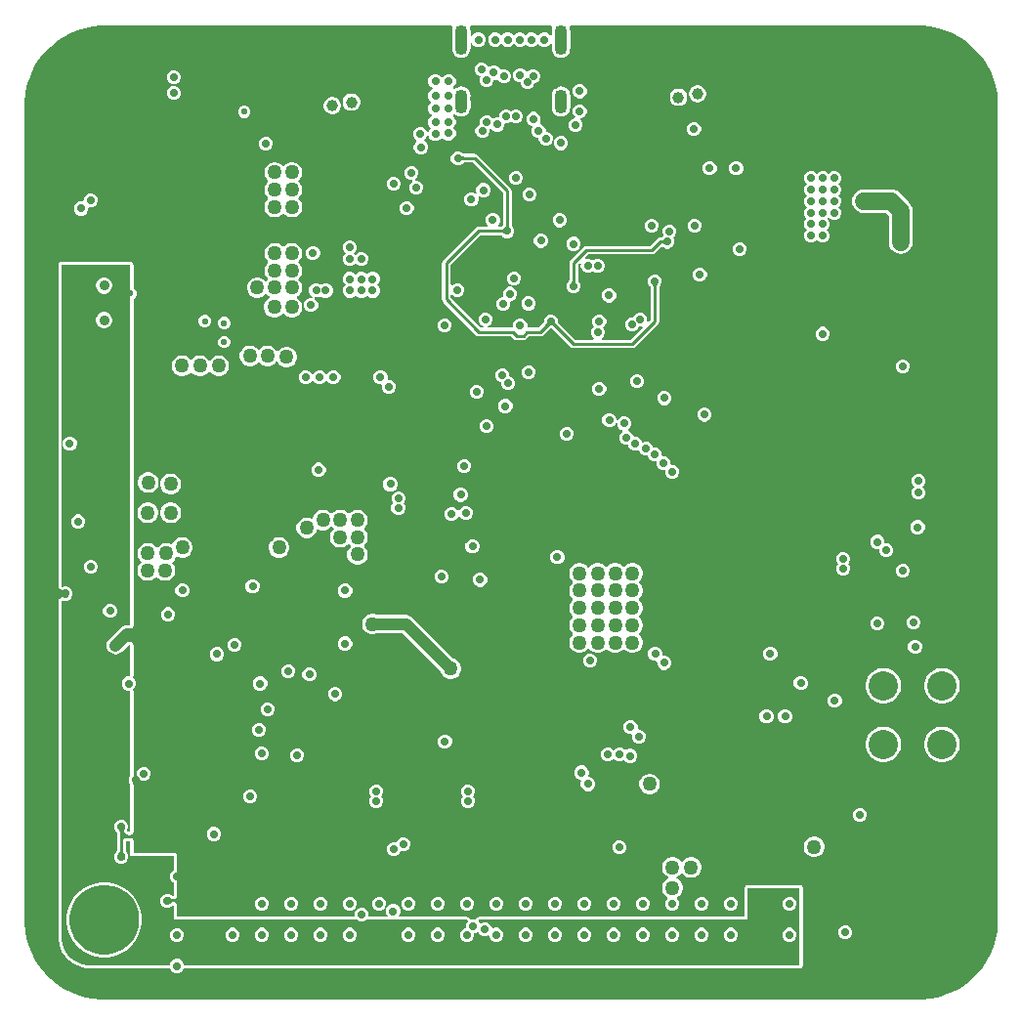
<source format=gbr>
%TF.GenerationSoftware,Altium Limited,Altium Designer,23.8.1 (32)*%
G04 Layer_Physical_Order=3*
G04 Layer_Color=16440176*
%FSLAX26Y26*%
%MOIN*%
%TF.SameCoordinates,3698AD17-5E89-47BC-9667-67594BD3CA53*%
%TF.FilePolarity,Positive*%
%TF.FileFunction,Copper,L3,Inr,Signal*%
%TF.Part,Single*%
G01*
G75*
%TA.AperFunction,Conductor*%
%ADD83C,0.060000*%
%ADD92C,0.040000*%
%ADD93C,0.010000*%
%TA.AperFunction,ComponentPad*%
G04:AMPARAMS|DCode=96|XSize=43.307mil|YSize=102.362mil|CornerRadius=21.654mil|HoleSize=0mil|Usage=FLASHONLY|Rotation=180.000|XOffset=0mil|YOffset=0mil|HoleType=Round|Shape=RoundedRectangle|*
%AMROUNDEDRECTD96*
21,1,0.043307,0.059055,0,0,180.0*
21,1,0.000000,0.102362,0,0,180.0*
1,1,0.043307,0.000000,0.029528*
1,1,0.043307,0.000000,0.029528*
1,1,0.043307,0.000000,-0.029528*
1,1,0.043307,0.000000,-0.029528*
%
%ADD96ROUNDEDRECTD96*%
G04:AMPARAMS|DCode=97|XSize=43.307mil|YSize=82.677mil|CornerRadius=21.654mil|HoleSize=0mil|Usage=FLASHONLY|Rotation=180.000|XOffset=0mil|YOffset=0mil|HoleType=Round|Shape=RoundedRectangle|*
%AMROUNDEDRECTD97*
21,1,0.043307,0.039370,0,0,180.0*
21,1,0.000000,0.082677,0,0,180.0*
1,1,0.043307,0.000000,0.019685*
1,1,0.043307,0.000000,0.019685*
1,1,0.043307,0.000000,-0.019685*
1,1,0.043307,0.000000,-0.019685*
%
%ADD97ROUNDEDRECTD97*%
%TA.AperFunction,ViaPad*%
%ADD98C,0.236220*%
%TA.AperFunction,ComponentPad*%
%ADD99C,0.035430*%
%ADD100C,0.039370*%
%ADD101C,0.100000*%
%TA.AperFunction,ViaPad*%
%ADD102C,0.028000*%
%ADD103C,0.050000*%
%ADD104C,0.023622*%
%ADD105C,0.039370*%
%ADD106C,0.022000*%
%ADD107C,0.024803*%
%TA.AperFunction,NonConductor*%
%ADD108C,0.040000*%
%TA.AperFunction,Conductor*%
%ADD109C,0.008973*%
%ADD110C,0.026000*%
G36*
X1428764Y1658330D02*
X1454992Y1653113D01*
X1480581Y1645350D01*
X1505289Y1635116D01*
X1528872Y1622510D01*
X1551107Y1607653D01*
X1571779Y1590689D01*
X1590689Y1571779D01*
X1607653Y1551107D01*
X1622510Y1528872D01*
X1635116Y1505289D01*
X1645350Y1480582D01*
X1653113Y1454992D01*
X1658330Y1428763D01*
X1660951Y1402151D01*
Y1388780D01*
Y-1388780D01*
Y-1402151D01*
X1658330Y-1428764D01*
X1653113Y-1454992D01*
X1645350Y-1480581D01*
X1635116Y-1505289D01*
X1622510Y-1528872D01*
X1607653Y-1551107D01*
X1590689Y-1571779D01*
X1571779Y-1590689D01*
X1551107Y-1607653D01*
X1528872Y-1622511D01*
X1505289Y-1635116D01*
X1480582Y-1645350D01*
X1454992Y-1653113D01*
X1428764Y-1658330D01*
X1402150Y-1660951D01*
X-1402150D01*
X-1428765Y-1658330D01*
X-1454992Y-1653113D01*
X-1480581Y-1645350D01*
X-1505289Y-1635116D01*
X-1528872Y-1622511D01*
X-1551107Y-1607653D01*
X-1571779Y-1590689D01*
X-1590689Y-1571779D01*
X-1607653Y-1551107D01*
X-1622511Y-1528872D01*
X-1635116Y-1505289D01*
X-1645350Y-1480582D01*
X-1653113Y-1454992D01*
X-1658330Y-1428764D01*
X-1660951Y-1402150D01*
Y-1388780D01*
Y1388780D01*
Y1402150D01*
X-1658330Y1428764D01*
X-1653113Y1454992D01*
X-1645350Y1480581D01*
X-1635116Y1505289D01*
X-1622511Y1528872D01*
X-1607653Y1551107D01*
X-1590689Y1571779D01*
X-1571779Y1590689D01*
X-1551107Y1607653D01*
X-1528872Y1622510D01*
X-1505289Y1635116D01*
X-1480582Y1645350D01*
X-1454992Y1653113D01*
X-1428763Y1658330D01*
X-1402151Y1660951D01*
X-202607D01*
X-199266Y1655951D01*
X-200917Y1651964D01*
X-202005Y1643701D01*
Y1584646D01*
X-200917Y1576382D01*
X-197728Y1568682D01*
X-192654Y1562070D01*
X-186042Y1556996D01*
X-178342Y1553807D01*
X-170079Y1552719D01*
X-161815Y1553807D01*
X-154115Y1556996D01*
X-147503Y1562070D01*
X-142429Y1568682D01*
X-139240Y1576382D01*
X-138152Y1584646D01*
Y1601034D01*
X-133152Y1602029D01*
X-132551Y1600579D01*
X-125800Y1593827D01*
X-116979Y1590173D01*
X-107431D01*
X-98610Y1593827D01*
X-91859Y1600579D01*
X-88205Y1609399D01*
Y1618947D01*
X-91859Y1627768D01*
X-98610Y1634520D01*
X-107431Y1638173D01*
X-116979D01*
X-125800Y1634520D01*
X-132551Y1627768D01*
X-133152Y1626318D01*
X-138152Y1627313D01*
Y1643701D01*
X-139240Y1651964D01*
X-140891Y1655951D01*
X-137550Y1660951D01*
X137550D01*
X140891Y1655951D01*
X139240Y1651964D01*
X138152Y1643701D01*
Y1629831D01*
X135638Y1628671D01*
X133152Y1628298D01*
X126931Y1634520D01*
X118110Y1638173D01*
X108562D01*
X99741Y1634520D01*
X94167Y1628946D01*
X91116Y1628216D01*
X88066Y1628946D01*
X82492Y1634520D01*
X73671Y1638173D01*
X64123D01*
X55302Y1634520D01*
X49212Y1628429D01*
X43122Y1634520D01*
X34301Y1638173D01*
X24753D01*
X15932Y1634520D01*
X11919Y1630507D01*
X8653Y1628149D01*
X5386Y1630507D01*
X1374Y1634520D01*
X-7447Y1638173D01*
X-16995D01*
X-25816Y1634520D01*
X-29971Y1630365D01*
X-33237Y1628210D01*
X-36503Y1630365D01*
X-40658Y1634520D01*
X-49479Y1638173D01*
X-59027D01*
X-67848Y1634520D01*
X-74599Y1627768D01*
X-78253Y1618947D01*
Y1609399D01*
X-74599Y1600579D01*
X-67848Y1593827D01*
X-59027Y1590173D01*
X-49479D01*
X-40658Y1593827D01*
X-36503Y1597982D01*
X-33237Y1600137D01*
X-29971Y1597982D01*
X-25816Y1593827D01*
X-16995Y1590173D01*
X-7447D01*
X1374Y1593827D01*
X5386Y1597840D01*
X8653Y1600197D01*
X11919Y1597840D01*
X15932Y1593827D01*
X24753Y1590173D01*
X34301D01*
X43122Y1593827D01*
X49212Y1599917D01*
X55302Y1593827D01*
X64123Y1590173D01*
X73671D01*
X82492Y1593827D01*
X88066Y1599401D01*
X91117Y1600130D01*
X94167Y1599401D01*
X99741Y1593827D01*
X108562Y1590173D01*
X118110D01*
X126931Y1593827D01*
X133152Y1600049D01*
X135638Y1599676D01*
X138152Y1598516D01*
Y1584646D01*
X139240Y1576382D01*
X142429Y1568682D01*
X147503Y1562070D01*
X154115Y1556996D01*
X161815Y1553807D01*
X170079Y1552719D01*
X178342Y1553807D01*
X186042Y1556996D01*
X192654Y1562070D01*
X197728Y1568682D01*
X200917Y1576382D01*
X202005Y1584646D01*
Y1643701D01*
X200917Y1651964D01*
X199266Y1655951D01*
X202607Y1660951D01*
X1402151D01*
X1428764Y1658330D01*
D02*
G37*
%LPC*%
G36*
X-96770Y1537004D02*
X-106317D01*
X-115138Y1533350D01*
X-121890Y1526599D01*
X-125544Y1517777D01*
Y1508230D01*
X-121890Y1499409D01*
X-115138Y1492657D01*
X-106318Y1489004D01*
X-105396Y1487625D01*
X-107867Y1481659D01*
Y1472111D01*
X-104213Y1463291D01*
X-97462Y1456539D01*
X-88641Y1452885D01*
X-79093D01*
X-70272Y1456539D01*
X-63521Y1463291D01*
X-59867Y1472111D01*
Y1477464D01*
X-54281D01*
X-46736Y1480590D01*
X-44609Y1475455D01*
X-37857Y1468704D01*
X-29036Y1465050D01*
X-19489D01*
X-10668Y1468704D01*
X-3916Y1475455D01*
X-262Y1484276D01*
Y1493824D01*
X-3916Y1502645D01*
X-10668Y1509396D01*
X-19489Y1513050D01*
X-29036D01*
X-36582Y1509924D01*
X-38709Y1515059D01*
X-45460Y1521811D01*
X-54281Y1525464D01*
X-63829D01*
X-72650Y1521811D01*
X-73465Y1520996D01*
X-79363Y1522169D01*
X-81197Y1526599D01*
X-87949Y1533350D01*
X-96770Y1537004D01*
D02*
G37*
G36*
X-1146167Y1509824D02*
X-1155715D01*
X-1164536Y1506171D01*
X-1171287Y1499419D01*
X-1174941Y1490598D01*
Y1481051D01*
X-1171287Y1472229D01*
X-1164536Y1465478D01*
X-1155715Y1461824D01*
X-1146167D01*
X-1137346Y1465478D01*
X-1130595Y1472229D01*
X-1126941Y1481051D01*
Y1490598D01*
X-1130595Y1499419D01*
X-1137346Y1506171D01*
X-1146167Y1509824D01*
D02*
G37*
G36*
X35518Y1517098D02*
X25970D01*
X17149Y1513445D01*
X10398Y1506693D01*
X6744Y1497872D01*
Y1488324D01*
X10398Y1479503D01*
X17149Y1472752D01*
X25970Y1469098D01*
X31240D01*
Y1464541D01*
X34894Y1455720D01*
X41645Y1448969D01*
X50466Y1445315D01*
X60014D01*
X68835Y1448969D01*
X75587Y1455720D01*
X79240Y1464541D01*
Y1465050D01*
X79749D01*
X88570Y1468704D01*
X95321Y1475455D01*
X98975Y1484276D01*
Y1493824D01*
X95321Y1502645D01*
X88570Y1509396D01*
X79749Y1513050D01*
X70201D01*
X61380Y1509396D01*
X57139Y1505156D01*
X51241Y1506329D01*
X51090Y1506693D01*
X44339Y1513445D01*
X35518Y1517098D01*
D02*
G37*
G36*
X238593Y1462146D02*
X229045D01*
X220224Y1458492D01*
X213473Y1451741D01*
X209819Y1442920D01*
Y1433372D01*
X213473Y1424551D01*
X220224Y1417800D01*
X229045Y1414146D01*
X238593D01*
X247414Y1417800D01*
X254165Y1424551D01*
X257819Y1433372D01*
Y1442920D01*
X254165Y1451741D01*
X247414Y1458492D01*
X238593Y1462146D01*
D02*
G37*
G36*
X-1146406Y1455575D02*
X-1155954D01*
X-1164775Y1451921D01*
X-1171526Y1445170D01*
X-1175180Y1436349D01*
Y1426801D01*
X-1171526Y1417980D01*
X-1164775Y1411229D01*
X-1155954Y1407575D01*
X-1146406D01*
X-1137585Y1411229D01*
X-1130834Y1417980D01*
X-1127180Y1426801D01*
Y1436349D01*
X-1130834Y1445170D01*
X-1137585Y1451921D01*
X-1146406Y1455575D01*
D02*
G37*
G36*
X639739Y1458818D02*
X631923D01*
X624373Y1456795D01*
X617604Y1452887D01*
X612077Y1447360D01*
X608169Y1440591D01*
X606146Y1433041D01*
Y1425225D01*
X608169Y1417675D01*
X612077Y1410906D01*
X617604Y1405379D01*
X624373Y1401471D01*
X631923Y1399448D01*
X639739D01*
X647289Y1401471D01*
X654058Y1405379D01*
X659585Y1410906D01*
X663493Y1417675D01*
X665516Y1425225D01*
Y1433041D01*
X663493Y1440591D01*
X659585Y1447360D01*
X654058Y1452887D01*
X647289Y1456795D01*
X639739Y1458818D01*
D02*
G37*
G36*
X574774Y1447008D02*
X566958D01*
X559408Y1444985D01*
X552639Y1441077D01*
X547112Y1435550D01*
X543204Y1428781D01*
X541181Y1421231D01*
Y1413415D01*
X543204Y1405865D01*
X547112Y1399096D01*
X552639Y1393569D01*
X559408Y1389661D01*
X566958Y1387638D01*
X574774D01*
X582324Y1389661D01*
X589093Y1393569D01*
X594620Y1399096D01*
X598528Y1405865D01*
X600551Y1413415D01*
Y1421231D01*
X598528Y1428781D01*
X594620Y1435550D01*
X589093Y1441077D01*
X582324Y1444985D01*
X574774Y1447008D01*
D02*
G37*
G36*
X-541363Y1430274D02*
X-549179D01*
X-556729Y1428252D01*
X-563498Y1424343D01*
X-569025Y1418816D01*
X-572933Y1412047D01*
X-574956Y1404498D01*
Y1396681D01*
X-572933Y1389131D01*
X-569025Y1382362D01*
X-563498Y1376835D01*
X-556729Y1372927D01*
X-549179Y1370905D01*
X-541363D01*
X-533813Y1372927D01*
X-527044Y1376835D01*
X-521517Y1382362D01*
X-517609Y1389131D01*
X-515586Y1396681D01*
Y1404498D01*
X-517609Y1412047D01*
X-521517Y1418816D01*
X-527044Y1424343D01*
X-533813Y1428252D01*
X-541363Y1430274D01*
D02*
G37*
G36*
X20607Y1376626D02*
X11060D01*
X2239Y1372972D01*
X-666Y1370067D01*
X-3572Y1372972D01*
X-12393Y1376626D01*
X-21940D01*
X-30761Y1372972D01*
X-37513Y1366221D01*
X-41166Y1357400D01*
Y1352840D01*
X-42712Y1348220D01*
X-45786Y1348220D01*
X-52259D01*
X-61080Y1344567D01*
X-62325Y1344814D01*
X-62709Y1345740D01*
X-69460Y1352492D01*
X-78281Y1356145D01*
X-87829D01*
X-96650Y1352492D01*
X-103401Y1345740D01*
X-107055Y1336919D01*
Y1327371D01*
X-106398Y1325785D01*
X-112020Y1323457D01*
X-118771Y1316705D01*
X-122425Y1307884D01*
Y1298336D01*
X-118771Y1289515D01*
X-112020Y1282764D01*
X-103199Y1279110D01*
X-93651D01*
X-84830Y1282764D01*
X-78079Y1289515D01*
X-74425Y1298336D01*
Y1307884D01*
X-75082Y1309470D01*
X-69460Y1311799D01*
X-68215Y1311552D01*
X-67832Y1310626D01*
X-61080Y1303874D01*
X-52259Y1300220D01*
X-42712D01*
X-33891Y1303874D01*
X-27139Y1310626D01*
X-23485Y1319447D01*
Y1324006D01*
X-21940Y1328626D01*
X-18866Y1328626D01*
X-12393D01*
X-3572Y1332280D01*
X-666Y1335185D01*
X2239Y1332280D01*
X11060Y1328626D01*
X20607D01*
X29428Y1332280D01*
X36180Y1339031D01*
X39834Y1347852D01*
Y1357400D01*
X36180Y1366221D01*
X29428Y1372972D01*
X20607Y1376626D01*
D02*
G37*
G36*
X-606328Y1418465D02*
X-614144D01*
X-621694Y1416442D01*
X-628463Y1412534D01*
X-633990Y1407006D01*
X-637898Y1400237D01*
X-639921Y1392688D01*
Y1384871D01*
X-637898Y1377322D01*
X-633990Y1370553D01*
X-628463Y1365025D01*
X-621694Y1361117D01*
X-614144Y1359094D01*
X-606328D01*
X-598778Y1361117D01*
X-592009Y1365025D01*
X-586482Y1370553D01*
X-582574Y1377322D01*
X-580551Y1384871D01*
Y1392688D01*
X-582574Y1400237D01*
X-586482Y1407006D01*
X-592009Y1412534D01*
X-598778Y1416442D01*
X-606328Y1418465D01*
D02*
G37*
G36*
X170079Y1454761D02*
X161815Y1453673D01*
X154115Y1450484D01*
X147503Y1445410D01*
X142429Y1438798D01*
X139240Y1431098D01*
X138152Y1422835D01*
Y1383465D01*
X139240Y1375201D01*
X142429Y1367501D01*
X147503Y1360889D01*
X154115Y1355815D01*
X161815Y1352626D01*
X170079Y1351538D01*
X178342Y1352626D01*
X186042Y1355815D01*
X192654Y1360889D01*
X197728Y1367501D01*
X200917Y1375201D01*
X202005Y1383465D01*
Y1422835D01*
X200917Y1431098D01*
X197728Y1438798D01*
X192654Y1445410D01*
X186042Y1450484D01*
X178342Y1453673D01*
X170079Y1454761D01*
D02*
G37*
G36*
X-254084Y1495860D02*
X-263632D01*
X-272453Y1492207D01*
X-279204Y1485455D01*
X-282858Y1476634D01*
Y1467086D01*
X-279204Y1458265D01*
X-272453Y1451514D01*
X-268927Y1450053D01*
Y1444641D01*
X-272453Y1443181D01*
X-279204Y1436430D01*
X-282858Y1427609D01*
Y1418061D01*
X-279204Y1409240D01*
X-273317Y1403353D01*
X-272811Y1400394D01*
X-273317Y1397435D01*
X-279204Y1391548D01*
X-282858Y1382727D01*
Y1373179D01*
X-279204Y1364358D01*
X-272453Y1357607D01*
X-272315Y1357549D01*
Y1352549D01*
X-272453Y1352492D01*
X-279204Y1345740D01*
X-282858Y1336919D01*
Y1327371D01*
X-279204Y1318551D01*
X-273299Y1312645D01*
X-279204Y1306740D01*
X-281723Y1300660D01*
X-287135D01*
X-289654Y1306740D01*
X-296405Y1313492D01*
X-305226Y1317145D01*
X-314774D01*
X-323595Y1313492D01*
X-330346Y1306740D01*
X-334000Y1297919D01*
Y1288371D01*
X-330346Y1279551D01*
X-323595Y1272799D01*
X-322653Y1272409D01*
X-322786Y1267052D01*
X-329022Y1260816D01*
X-332676Y1251995D01*
Y1242448D01*
X-329022Y1233627D01*
X-322271Y1226875D01*
X-313450Y1223222D01*
X-303902D01*
X-295081Y1226875D01*
X-288329Y1233627D01*
X-284676Y1242448D01*
Y1251995D01*
X-288329Y1260816D01*
X-295081Y1267568D01*
X-296022Y1267958D01*
X-295890Y1273315D01*
X-289654Y1279551D01*
X-287135Y1285631D01*
X-281723D01*
X-279204Y1279551D01*
X-272453Y1272799D01*
X-263632Y1269145D01*
X-254084D01*
X-245263Y1272799D01*
X-238512Y1279551D01*
X-238122Y1280492D01*
X-232765Y1280359D01*
X-226529Y1274123D01*
X-217708Y1270470D01*
X-208160D01*
X-199339Y1274123D01*
X-192588Y1280875D01*
X-188934Y1289696D01*
Y1299244D01*
X-192588Y1308065D01*
X-198493Y1313970D01*
X-192588Y1319875D01*
X-188934Y1328696D01*
Y1338244D01*
X-192588Y1347065D01*
X-198253Y1352730D01*
X-198251Y1357975D01*
X-198115Y1358493D01*
X-195387Y1361068D01*
X-192654Y1360889D01*
X-186042Y1355815D01*
X-178342Y1352626D01*
X-170079Y1351538D01*
X-161815Y1352626D01*
X-154115Y1355815D01*
X-147503Y1360889D01*
X-142429Y1367501D01*
X-139240Y1375201D01*
X-138152Y1383465D01*
Y1422835D01*
X-139240Y1431098D01*
X-142429Y1438798D01*
X-147503Y1445410D01*
X-154115Y1450484D01*
X-161815Y1453673D01*
X-170079Y1454761D01*
X-178342Y1453673D01*
X-186042Y1450484D01*
X-192654Y1445410D01*
X-198084Y1445391D01*
X-198491Y1445742D01*
X-198719Y1447104D01*
X-198309Y1451833D01*
X-192588Y1457553D01*
X-188934Y1466374D01*
Y1475922D01*
X-192588Y1484743D01*
X-199339Y1491495D01*
X-208160Y1495148D01*
X-217708D01*
X-226529Y1491495D01*
X-232944Y1485080D01*
X-238249Y1484820D01*
X-238512Y1485455D01*
X-245263Y1492207D01*
X-254084Y1495860D01*
D02*
G37*
G36*
X-906705Y1389110D02*
X-915059D01*
X-922777Y1385913D01*
X-928685Y1380006D01*
X-931882Y1372287D01*
Y1363933D01*
X-928685Y1356215D01*
X-922777Y1350307D01*
X-915059Y1347110D01*
X-906705D01*
X-898986Y1350307D01*
X-893079Y1356215D01*
X-889882Y1363933D01*
Y1372287D01*
X-893079Y1380006D01*
X-898986Y1385913D01*
X-906705Y1389110D01*
D02*
G37*
G36*
X238593Y1394000D02*
X229045D01*
X220224Y1390346D01*
X213473Y1383595D01*
X209819Y1374774D01*
Y1365226D01*
X213473Y1356405D01*
X218006Y1351872D01*
X215935Y1346872D01*
X214857D01*
X206036Y1343218D01*
X199285Y1336467D01*
X195631Y1327646D01*
Y1318098D01*
X199285Y1309277D01*
X206036Y1302525D01*
X214857Y1298872D01*
X224405D01*
X233226Y1302525D01*
X239977Y1309277D01*
X243631Y1318098D01*
Y1327646D01*
X239977Y1336467D01*
X235444Y1341000D01*
X237515Y1346000D01*
X238593D01*
X247414Y1349654D01*
X254165Y1356405D01*
X257819Y1365226D01*
Y1374774D01*
X254165Y1383595D01*
X247414Y1390346D01*
X238593Y1394000D01*
D02*
G37*
G36*
X628594Y1333055D02*
X619046D01*
X610225Y1329401D01*
X603474Y1322650D01*
X599820Y1313829D01*
Y1304281D01*
X603474Y1295460D01*
X610225Y1288709D01*
X619046Y1285055D01*
X628594D01*
X637415Y1288709D01*
X644166Y1295460D01*
X647820Y1304281D01*
Y1313829D01*
X644166Y1322650D01*
X637415Y1329401D01*
X628594Y1333055D01*
D02*
G37*
G36*
X81744Y1367764D02*
X72196D01*
X63375Y1364111D01*
X56624Y1357359D01*
X52970Y1348538D01*
Y1338991D01*
X56624Y1330170D01*
X63375Y1323418D01*
X70159Y1320608D01*
X72315Y1317953D01*
X72523Y1314764D01*
X69674Y1307884D01*
Y1298336D01*
X73327Y1289515D01*
X80079Y1282764D01*
X88900Y1279110D01*
X94110D01*
Y1272018D01*
X97764Y1263197D01*
X104515Y1256445D01*
X113336Y1252792D01*
X122884D01*
X131705Y1256445D01*
X138456Y1263197D01*
X142110Y1272018D01*
Y1281565D01*
X138456Y1290387D01*
X131705Y1297138D01*
X122884Y1300792D01*
X117674D01*
Y1307884D01*
X114020Y1316705D01*
X107268Y1323457D01*
X100484Y1326266D01*
X98329Y1328922D01*
X98120Y1332110D01*
X100970Y1338991D01*
Y1348538D01*
X97317Y1357359D01*
X90565Y1364111D01*
X81744Y1367764D01*
D02*
G37*
G36*
X174853Y1285205D02*
X165305D01*
X156484Y1281551D01*
X149732Y1274800D01*
X146079Y1265979D01*
Y1256431D01*
X149732Y1247610D01*
X156484Y1240859D01*
X165305Y1237205D01*
X174853D01*
X183674Y1240859D01*
X190425Y1247610D01*
X194079Y1256431D01*
Y1265979D01*
X190425Y1274800D01*
X183674Y1281551D01*
X174853Y1285205D01*
D02*
G37*
G36*
X-832185Y1283843D02*
X-841733D01*
X-850554Y1280189D01*
X-857305Y1273438D01*
X-860959Y1264617D01*
Y1255069D01*
X-857305Y1246248D01*
X-850554Y1239496D01*
X-841733Y1235843D01*
X-832185D01*
X-823364Y1239496D01*
X-816613Y1246248D01*
X-812959Y1255069D01*
Y1264617D01*
X-816613Y1273438D01*
X-823364Y1280189D01*
X-832185Y1283843D01*
D02*
G37*
G36*
X-743424Y1196417D02*
X-752639D01*
X-761541Y1194032D01*
X-769522Y1189424D01*
X-774306Y1184640D01*
X-777559Y1183460D01*
X-780812Y1184640D01*
X-785596Y1189424D01*
X-793577Y1194032D01*
X-802479Y1196417D01*
X-811694D01*
X-820596Y1194032D01*
X-828577Y1189424D01*
X-835094Y1182908D01*
X-839701Y1174927D01*
X-842087Y1166025D01*
Y1156810D01*
X-839701Y1147908D01*
X-835094Y1139927D01*
X-830309Y1135143D01*
X-829129Y1131890D01*
X-830309Y1128637D01*
X-835094Y1123853D01*
X-839701Y1115872D01*
X-842087Y1106970D01*
Y1097754D01*
X-839701Y1088853D01*
X-835094Y1080872D01*
X-830309Y1076088D01*
X-829129Y1072835D01*
X-830309Y1069582D01*
X-835094Y1064798D01*
X-839701Y1056817D01*
X-842087Y1047915D01*
Y1038699D01*
X-839701Y1029798D01*
X-835094Y1021817D01*
X-828577Y1015300D01*
X-820596Y1010692D01*
X-811694Y1008307D01*
X-802479D01*
X-793577Y1010692D01*
X-785596Y1015300D01*
X-780812Y1020084D01*
X-777559Y1021265D01*
X-774306Y1020084D01*
X-769522Y1015300D01*
X-761541Y1010692D01*
X-752639Y1008307D01*
X-743424D01*
X-734522Y1010692D01*
X-726541Y1015300D01*
X-720024Y1021817D01*
X-715417Y1029798D01*
X-713032Y1038699D01*
Y1047915D01*
X-715417Y1056817D01*
X-720024Y1064798D01*
X-724809Y1069582D01*
X-725989Y1072835D01*
X-724809Y1076088D01*
X-720024Y1080872D01*
X-715417Y1088853D01*
X-713032Y1097754D01*
Y1106970D01*
X-715417Y1115872D01*
X-720024Y1123853D01*
X-724809Y1128637D01*
X-725989Y1131890D01*
X-724809Y1135143D01*
X-720024Y1139927D01*
X-715417Y1147908D01*
X-713032Y1156810D01*
Y1166025D01*
X-715417Y1174927D01*
X-720024Y1182908D01*
X-726541Y1189424D01*
X-734522Y1194032D01*
X-743424Y1196417D01*
D02*
G37*
G36*
X1107136Y1165732D02*
X1097588D01*
X1088767Y1162079D01*
X1082677Y1155988D01*
X1076587Y1162079D01*
X1067766Y1165732D01*
X1058218D01*
X1049397Y1162079D01*
X1043307Y1155988D01*
X1037217Y1162079D01*
X1028396Y1165732D01*
X1018848D01*
X1010027Y1162079D01*
X1003276Y1155327D01*
X999622Y1146506D01*
Y1136958D01*
X1003276Y1128137D01*
X1009366Y1122047D01*
X1003276Y1115957D01*
X999622Y1107136D01*
Y1097588D01*
X1003276Y1088767D01*
X1009366Y1082677D01*
X1003276Y1076587D01*
X999622Y1067766D01*
Y1058218D01*
X1003276Y1049397D01*
X1009366Y1043307D01*
X1003276Y1037217D01*
X999622Y1028396D01*
Y1018848D01*
X1003276Y1010027D01*
X1009366Y1003937D01*
X1003276Y997847D01*
X999622Y989026D01*
Y979478D01*
X1003276Y970657D01*
X1009366Y964567D01*
X1003276Y958477D01*
X999622Y949656D01*
Y940108D01*
X1003276Y931287D01*
X1010027Y924536D01*
X1018848Y920882D01*
X1028396D01*
X1037217Y924536D01*
X1043307Y930626D01*
X1049397Y924536D01*
X1058218Y920882D01*
X1067766D01*
X1076587Y924536D01*
X1083338Y931287D01*
X1086992Y940108D01*
Y949656D01*
X1083338Y958477D01*
X1077248Y964567D01*
X1083338Y970657D01*
X1086992Y979478D01*
Y989026D01*
X1083338Y997847D01*
X1077248Y1003937D01*
X1082677Y1009366D01*
X1088767Y1003276D01*
X1097588Y999622D01*
X1107136D01*
X1115957Y1003276D01*
X1122708Y1010027D01*
X1126362Y1018848D01*
Y1028396D01*
X1122708Y1037217D01*
X1116618Y1043307D01*
X1122708Y1049397D01*
X1126362Y1058218D01*
Y1067766D01*
X1122708Y1076587D01*
X1116618Y1082677D01*
X1122708Y1088767D01*
X1126362Y1097588D01*
Y1107136D01*
X1122708Y1115957D01*
X1116618Y1122047D01*
X1122708Y1128137D01*
X1126362Y1136958D01*
Y1146506D01*
X1122708Y1155327D01*
X1115957Y1162079D01*
X1107136Y1165732D01*
D02*
G37*
G36*
X772294Y1199595D02*
X762746D01*
X753925Y1195941D01*
X747174Y1189190D01*
X743520Y1180369D01*
Y1170821D01*
X747174Y1162000D01*
X753925Y1155248D01*
X762746Y1151595D01*
X772294D01*
X781115Y1155248D01*
X787866Y1162000D01*
X791520Y1170821D01*
Y1180369D01*
X787866Y1189190D01*
X781115Y1195941D01*
X772294Y1199595D01*
D02*
G37*
G36*
X681973D02*
X672425D01*
X663604Y1195941D01*
X656853Y1189190D01*
X653199Y1180369D01*
Y1170821D01*
X656853Y1162000D01*
X663604Y1155248D01*
X672425Y1151595D01*
X681973D01*
X690794Y1155248D01*
X697545Y1162000D01*
X701199Y1170821D01*
Y1180369D01*
X697545Y1189190D01*
X690794Y1195941D01*
X681973Y1199595D01*
D02*
G37*
G36*
X21509Y1166437D02*
X11962D01*
X3141Y1162783D01*
X-3611Y1156032D01*
X-7264Y1147210D01*
Y1137663D01*
X-3611Y1128842D01*
X3141Y1122090D01*
X11962Y1118437D01*
X21509D01*
X30330Y1122090D01*
X37082Y1128842D01*
X40736Y1137663D01*
Y1147210D01*
X37082Y1156032D01*
X30330Y1162783D01*
X21509Y1166437D01*
D02*
G37*
G36*
X-396877Y1146526D02*
X-406425D01*
X-415246Y1142872D01*
X-421997Y1136121D01*
X-425651Y1127300D01*
Y1117752D01*
X-421997Y1108931D01*
X-415246Y1102180D01*
X-406425Y1098526D01*
X-396877D01*
X-388056Y1102180D01*
X-381305Y1108931D01*
X-377651Y1117752D01*
Y1127300D01*
X-381305Y1136121D01*
X-388056Y1142872D01*
X-396877Y1146526D01*
D02*
G37*
G36*
X-90470Y1124656D02*
X-100017D01*
X-108838Y1121002D01*
X-115590Y1114250D01*
X-119244Y1105429D01*
Y1095882D01*
X-118022Y1092933D01*
X-121919Y1090158D01*
X-122229Y1090024D01*
X-130974Y1093646D01*
X-140521D01*
X-149342Y1089992D01*
X-156094Y1083241D01*
X-159747Y1074420D01*
Y1064872D01*
X-156094Y1056051D01*
X-149342Y1049300D01*
X-140521Y1045646D01*
X-130974D01*
X-122153Y1049300D01*
X-115401Y1056051D01*
X-111747Y1064872D01*
Y1074420D01*
X-112969Y1077369D01*
X-109072Y1080143D01*
X-108762Y1080278D01*
X-100017Y1076656D01*
X-90470D01*
X-81649Y1080309D01*
X-74897Y1087061D01*
X-71244Y1095882D01*
Y1105429D01*
X-74897Y1114250D01*
X-81649Y1121002D01*
X-90470Y1124656D01*
D02*
G37*
G36*
X-335226Y1184000D02*
X-344774D01*
X-353595Y1180346D01*
X-360346Y1173595D01*
X-364000Y1164774D01*
Y1155226D01*
X-360346Y1146405D01*
X-353595Y1139654D01*
X-344774Y1136000D01*
X-338011D01*
X-337017Y1131000D01*
X-338595Y1130346D01*
X-345346Y1123595D01*
X-349000Y1114774D01*
Y1105226D01*
X-345346Y1096405D01*
X-338595Y1089654D01*
X-329774Y1086000D01*
X-320226D01*
X-311405Y1089654D01*
X-304654Y1096405D01*
X-301000Y1105226D01*
Y1114774D01*
X-304654Y1123595D01*
X-311405Y1130346D01*
X-320226Y1134000D01*
X-326989D01*
X-327983Y1139000D01*
X-326405Y1139654D01*
X-319654Y1146405D01*
X-316000Y1155226D01*
Y1164774D01*
X-319654Y1173595D01*
X-326405Y1180346D01*
X-335226Y1184000D01*
D02*
G37*
G36*
X66906Y1109955D02*
X57358D01*
X48537Y1106301D01*
X41786Y1099549D01*
X38132Y1090728D01*
Y1081181D01*
X41786Y1072360D01*
X48537Y1065608D01*
X57358Y1061955D01*
X66906D01*
X75727Y1065608D01*
X82478Y1072360D01*
X86132Y1081181D01*
Y1090728D01*
X82478Y1099549D01*
X75727Y1106301D01*
X66906Y1109955D01*
D02*
G37*
G36*
X-351316Y1064000D02*
X-360864D01*
X-369685Y1060346D01*
X-376437Y1053595D01*
X-380090Y1044774D01*
Y1035226D01*
X-376437Y1026405D01*
X-369685Y1019654D01*
X-360864Y1016000D01*
X-351316D01*
X-342495Y1019654D01*
X-335744Y1026405D01*
X-332090Y1035226D01*
Y1044774D01*
X-335744Y1053595D01*
X-342495Y1060346D01*
X-351316Y1064000D01*
D02*
G37*
G36*
X-1429756Y1090540D02*
X-1439304D01*
X-1448125Y1086886D01*
X-1454876Y1080135D01*
X-1458530Y1071314D01*
Y1065197D01*
X-1463202Y1061720D01*
X-1472749D01*
X-1481570Y1058066D01*
X-1488322Y1051315D01*
X-1491975Y1042494D01*
Y1032946D01*
X-1488322Y1024125D01*
X-1481570Y1017374D01*
X-1472749Y1013720D01*
X-1463201D01*
X-1454380Y1017374D01*
X-1447629Y1024125D01*
X-1443975Y1032946D01*
Y1039063D01*
X-1439304Y1042540D01*
X-1429756D01*
X-1420935Y1046194D01*
X-1414184Y1052945D01*
X-1410530Y1061766D01*
Y1071314D01*
X-1414184Y1080135D01*
X-1420935Y1086886D01*
X-1429756Y1090540D01*
D02*
G37*
G36*
X-177227Y1232362D02*
X-186775D01*
X-195596Y1228708D01*
X-202348Y1221957D01*
X-206001Y1213136D01*
Y1203588D01*
X-202348Y1194767D01*
X-195596Y1188016D01*
X-186775Y1184362D01*
X-177227D01*
X-168406Y1188016D01*
X-163398Y1193024D01*
X-163095Y1193269D01*
X-162802Y1193620D01*
X-161655Y1194767D01*
X-161652Y1194774D01*
X-161496Y1194885D01*
X-161265Y1195020D01*
X-161055Y1195116D01*
X-160838Y1195190D01*
X-160670Y1195230D01*
X-131660D01*
X-28406Y1091975D01*
Y981917D01*
X-28472Y981609D01*
X-28584Y981245D01*
X-28738Y980866D01*
X-28945Y980458D01*
X-29220Y980008D01*
X-29575Y979516D01*
X-30026Y978978D01*
X-30743Y978229D01*
X-31493Y977511D01*
X-32031Y977061D01*
X-32523Y976705D01*
X-32972Y976431D01*
X-33381Y976224D01*
X-33760Y976070D01*
X-34123Y975958D01*
X-34431Y975891D01*
X-43546D01*
X-45617Y980891D01*
X-42020Y984488D01*
X-38366Y993309D01*
Y1002857D01*
X-42020Y1011678D01*
X-48771Y1018429D01*
X-57592Y1022083D01*
X-67140D01*
X-75961Y1018429D01*
X-82712Y1011678D01*
X-86366Y1002857D01*
Y993309D01*
X-82712Y984488D01*
X-79115Y980891D01*
X-81186Y975891D01*
X-111714D01*
X-117366Y974767D01*
X-122158Y971565D01*
X-232048Y861675D01*
X-235250Y856883D01*
X-236374Y851231D01*
Y727637D01*
X-235250Y721985D01*
X-232048Y717193D01*
X-121374Y606519D01*
X-116582Y603317D01*
X-110930Y602192D01*
X832D01*
X9447Y593578D01*
X14239Y590376D01*
X19891Y589252D01*
X41346D01*
X46999Y590376D01*
X51791Y593578D01*
X60405Y602192D01*
X99677D01*
X105330Y603317D01*
X110121Y606519D01*
X131489Y627886D01*
X131753Y628056D01*
X132089Y628234D01*
X132466Y628393D01*
X132902Y628536D01*
X133413Y628659D01*
X134014Y628756D01*
X134710Y628818D01*
X135749Y628840D01*
X136788Y628818D01*
X137484Y628756D01*
X138085Y628659D01*
X138596Y628536D01*
X139032Y628393D01*
X139409Y628234D01*
X139745Y628056D01*
X140009Y627886D01*
X202540Y565355D01*
X207332Y562153D01*
X212984Y561029D01*
X413167D01*
X418819Y562153D01*
X423611Y565355D01*
X500444Y642188D01*
X503646Y646980D01*
X504770Y652632D01*
Y769204D01*
X504837Y769512D01*
X504949Y769875D01*
X505103Y770255D01*
X505310Y770663D01*
X505585Y771112D01*
X505940Y771605D01*
X506390Y772143D01*
X507163Y772949D01*
X507643Y773702D01*
X510346Y776405D01*
X514000Y785226D01*
Y794774D01*
X510346Y803595D01*
X503595Y810346D01*
X494774Y814000D01*
X485226D01*
X476405Y810346D01*
X469654Y803595D01*
X466000Y794774D01*
Y785226D01*
X469654Y776405D01*
X472357Y773702D01*
X472837Y772949D01*
X473610Y772142D01*
X474060Y771604D01*
X474416Y771112D01*
X474690Y770663D01*
X474897Y770255D01*
X475051Y769875D01*
X475163Y769512D01*
X475230Y769204D01*
Y658750D01*
X467790Y651311D01*
X463552Y654144D01*
X464000Y655226D01*
Y664774D01*
X460346Y673595D01*
X453595Y680346D01*
X444774Y684000D01*
X435226D01*
X426405Y680346D01*
X419654Y673595D01*
X416369Y665665D01*
X406892D01*
X398071Y662012D01*
X391319Y655260D01*
X387666Y646439D01*
Y636892D01*
X391319Y628071D01*
X398071Y621319D01*
X406892Y617665D01*
X416439D01*
X425260Y621319D01*
X432012Y628071D01*
X435296Y636000D01*
X444774D01*
X445856Y636448D01*
X448689Y632210D01*
X407048Y590569D01*
X310652D01*
X309480Y594764D01*
X309446Y595569D01*
X316048Y602171D01*
X319702Y610992D01*
Y620540D01*
X316048Y629361D01*
X313750Y631659D01*
X313955Y632688D01*
X320707Y639440D01*
X324360Y648261D01*
Y657808D01*
X320707Y666629D01*
X313955Y673381D01*
X305134Y677034D01*
X295586D01*
X286765Y673381D01*
X280014Y666629D01*
X276360Y657808D01*
Y648261D01*
X280014Y639440D01*
X282312Y637142D01*
X282107Y636112D01*
X275356Y629361D01*
X271702Y620540D01*
Y610992D01*
X275356Y602171D01*
X281958Y595569D01*
X281924Y594764D01*
X280752Y590569D01*
X219103D01*
X160898Y648774D01*
X160728Y649038D01*
X160550Y649375D01*
X160391Y649752D01*
X160248Y650187D01*
X160125Y650698D01*
X160028Y651299D01*
X159966Y651996D01*
X159942Y653115D01*
X159749Y653985D01*
Y657808D01*
X156095Y666629D01*
X149344Y673381D01*
X140523Y677034D01*
X130975D01*
X122154Y673381D01*
X115403Y666629D01*
X111749Y657808D01*
Y653985D01*
X111556Y653115D01*
X111532Y651996D01*
X111470Y651299D01*
X111373Y650698D01*
X111250Y650187D01*
X111107Y649751D01*
X110948Y649375D01*
X110771Y649039D01*
X110600Y648774D01*
X93559Y631733D01*
X58682D01*
X54619Y634990D01*
Y644538D01*
X50965Y653359D01*
X44214Y660110D01*
X35392Y663764D01*
X25845D01*
X17024Y660110D01*
X10272Y653359D01*
X6619Y644538D01*
Y634990D01*
X2556Y631733D01*
X-78772D01*
X-79766Y636733D01*
X-74046Y639103D01*
X-67295Y645854D01*
X-63641Y654675D01*
Y664223D01*
X-67295Y673044D01*
X-74046Y679795D01*
X-82867Y683449D01*
X-92415D01*
X-101236Y679795D01*
X-107987Y673044D01*
X-111641Y664223D01*
Y654675D01*
X-107987Y645854D01*
X-101236Y639103D01*
X-95515Y636733D01*
X-96510Y631733D01*
X-104811D01*
X-206834Y733755D01*
Y742415D01*
X-201834Y744486D01*
X-197001Y739654D01*
X-188180Y736000D01*
X-178633D01*
X-169812Y739654D01*
X-163060Y746405D01*
X-159407Y755226D01*
Y764774D01*
X-163060Y773595D01*
X-169812Y780346D01*
X-178633Y784000D01*
X-188180D01*
X-197001Y780346D01*
X-201834Y775514D01*
X-206834Y777585D01*
Y845113D01*
X-105596Y946351D01*
X-34431D01*
X-34123Y946284D01*
X-33760Y946172D01*
X-33381Y946018D01*
X-32972Y945811D01*
X-32523Y945536D01*
X-32031Y945181D01*
X-31493Y944731D01*
X-30686Y943958D01*
X-29934Y943478D01*
X-27230Y940775D01*
X-18409Y937121D01*
X-8861D01*
X-40Y940775D01*
X6711Y947526D01*
X10365Y956347D01*
Y965895D01*
X6711Y974716D01*
X4007Y977419D01*
X3528Y978171D01*
X2755Y978979D01*
X2305Y979517D01*
X1949Y980009D01*
X1675Y980458D01*
X1468Y980866D01*
X1314Y981245D01*
X1202Y981609D01*
X1135Y981917D01*
Y1098093D01*
X11Y1103746D01*
X-3191Y1108538D01*
X-115098Y1220444D01*
X-119889Y1223646D01*
X-125542Y1224770D01*
X-161999D01*
X-162441Y1224856D01*
X-162947Y1224993D01*
X-163486Y1225183D01*
X-164065Y1225433D01*
X-164689Y1225752D01*
X-165356Y1226150D01*
X-166069Y1226634D01*
X-167034Y1227370D01*
X-167102Y1227403D01*
X-168406Y1228708D01*
X-177227Y1232362D01*
D02*
G37*
G36*
X169902Y1022095D02*
X160354D01*
X151533Y1018441D01*
X144782Y1011690D01*
X141128Y1002869D01*
Y993321D01*
X144782Y984500D01*
X151533Y977749D01*
X160354Y974095D01*
X169902D01*
X178723Y977749D01*
X185474Y984500D01*
X189128Y993321D01*
Y1002869D01*
X185474Y1011690D01*
X178723Y1018441D01*
X169902Y1022095D01*
D02*
G37*
G36*
X630278Y1004000D02*
X620730D01*
X611909Y1000346D01*
X605158Y993595D01*
X601504Y984774D01*
Y975226D01*
X605158Y966405D01*
X611909Y959654D01*
X620730Y956000D01*
X630278D01*
X639099Y959654D01*
X645850Y966405D01*
X649504Y975226D01*
Y984774D01*
X645850Y993595D01*
X639099Y1000346D01*
X630278Y1004000D01*
D02*
G37*
G36*
X484129D02*
X474581D01*
X465760Y1000346D01*
X459009Y993595D01*
X455355Y984774D01*
Y975226D01*
X459009Y966405D01*
X465760Y959654D01*
X474581Y956000D01*
X484129D01*
X492950Y959654D01*
X499701Y966405D01*
X503355Y975226D01*
Y984774D01*
X499701Y993595D01*
X492950Y1000346D01*
X484129Y1004000D01*
D02*
G37*
G36*
X-743424Y920827D02*
X-752639D01*
X-761541Y918442D01*
X-769522Y913834D01*
X-774306Y909050D01*
X-777559Y907869D01*
X-780812Y909050D01*
X-785596Y913834D01*
X-793577Y918442D01*
X-802479Y920827D01*
X-811694D01*
X-820596Y918442D01*
X-828577Y913834D01*
X-835094Y907317D01*
X-839701Y899336D01*
X-842087Y890435D01*
Y881219D01*
X-839701Y872317D01*
X-835094Y864336D01*
X-829791Y859034D01*
X-829039Y855891D01*
X-829791Y852747D01*
X-835094Y847445D01*
X-839701Y839464D01*
X-842087Y830562D01*
Y821347D01*
X-839701Y812445D01*
X-835094Y804464D01*
X-830827Y800198D01*
X-829136Y796836D01*
X-830827Y793473D01*
X-833361Y790939D01*
X-836614Y789759D01*
X-839867Y790939D01*
X-844651Y795723D01*
X-852632Y800331D01*
X-861534Y802716D01*
X-870750D01*
X-879651Y800331D01*
X-887632Y795723D01*
X-894149Y789207D01*
X-898756Y781226D01*
X-901142Y772324D01*
Y763109D01*
X-898756Y754207D01*
X-894149Y746226D01*
X-887632Y739710D01*
X-879651Y735102D01*
X-870750Y732716D01*
X-861534D01*
X-852632Y735102D01*
X-844651Y739710D01*
X-839867Y744494D01*
X-836614Y745674D01*
X-833361Y744494D01*
X-828577Y739710D01*
X-825342Y737842D01*
Y732068D01*
X-829309Y729779D01*
X-835825Y723262D01*
X-840433Y715281D01*
X-842818Y706380D01*
Y697164D01*
X-840433Y688262D01*
X-835825Y680281D01*
X-829309Y673765D01*
X-821328Y669157D01*
X-812426Y666772D01*
X-803210D01*
X-794309Y669157D01*
X-786328Y673765D01*
X-781080Y679013D01*
X-777925Y679807D01*
X-774770Y679013D01*
X-769522Y673765D01*
X-761541Y669157D01*
X-752639Y666772D01*
X-743424D01*
X-734522Y669157D01*
X-726541Y673765D01*
X-720024Y680281D01*
X-715417Y688262D01*
X-713032Y697164D01*
Y706380D01*
X-715417Y715281D01*
X-720024Y723262D01*
X-726541Y729779D01*
X-730141Y731857D01*
Y737631D01*
X-726541Y739710D01*
X-720024Y746226D01*
X-715417Y754207D01*
X-713032Y763109D01*
Y772324D01*
X-715417Y781226D01*
X-720024Y789207D01*
X-724291Y793473D01*
X-725982Y796836D01*
X-724291Y800198D01*
X-720024Y804464D01*
X-715417Y812445D01*
X-713032Y821347D01*
Y830562D01*
X-715417Y839464D01*
X-720024Y847445D01*
X-725327Y852747D01*
X-726079Y855891D01*
X-725327Y859034D01*
X-720024Y864336D01*
X-715417Y872317D01*
X-713032Y881219D01*
Y890435D01*
X-715417Y899336D01*
X-720024Y907317D01*
X-726541Y913834D01*
X-734522Y918442D01*
X-743424Y920827D01*
D02*
G37*
G36*
X106103Y952050D02*
X96555D01*
X87734Y948396D01*
X80983Y941645D01*
X77329Y932824D01*
Y923276D01*
X80983Y914455D01*
X87734Y907703D01*
X96555Y904050D01*
X106103D01*
X114924Y907703D01*
X121675Y914455D01*
X125329Y923276D01*
Y932824D01*
X121675Y941645D01*
X114924Y948396D01*
X106103Y952050D01*
D02*
G37*
G36*
X544774Y984000D02*
X535226D01*
X526405Y980346D01*
X519654Y973595D01*
X516000Y964774D01*
Y955226D01*
X518150Y950036D01*
X518990Y944972D01*
X516287Y942269D01*
X515534Y941789D01*
X514727Y941016D01*
X514189Y940566D01*
X513697Y940210D01*
X513248Y939936D01*
X512840Y939729D01*
X512461Y939575D01*
X512097Y939463D01*
X511789Y939396D01*
X508428D01*
X502775Y938272D01*
X497983Y935070D01*
X473353Y910440D01*
X257209D01*
X251557Y909315D01*
X246765Y906114D01*
X202490Y861838D01*
X199288Y857046D01*
X198164Y851394D01*
Y793718D01*
X198097Y793411D01*
X197985Y793047D01*
X197831Y792668D01*
X197624Y792260D01*
X197349Y791810D01*
X196994Y791318D01*
X196544Y790780D01*
X195771Y789973D01*
X195291Y789221D01*
X192588Y786518D01*
X188934Y777697D01*
Y768149D01*
X192588Y759328D01*
X199339Y752577D01*
X208160Y748923D01*
X217708D01*
X226529Y752577D01*
X233280Y759328D01*
X236934Y768149D01*
Y777697D01*
X233280Y786518D01*
X230577Y789221D01*
X230097Y789973D01*
X229324Y790781D01*
X228874Y791318D01*
X228519Y791811D01*
X228244Y792260D01*
X228037Y792668D01*
X227883Y793047D01*
X227771Y793411D01*
X227704Y793718D01*
Y845276D01*
X233743Y851315D01*
X237982Y848483D01*
X237524Y847377D01*
Y837830D01*
X241178Y829009D01*
X247929Y822257D01*
X256750Y818603D01*
X266298D01*
X275119Y822257D01*
X278024Y825162D01*
X280930Y822257D01*
X289750Y818603D01*
X299298D01*
X308119Y822257D01*
X314871Y829009D01*
X318524Y837830D01*
Y847377D01*
X314871Y856198D01*
X308119Y862950D01*
X299298Y866603D01*
X289750D01*
X280930Y862950D01*
X278024Y860044D01*
X275119Y862950D01*
X266298Y866603D01*
X256750D01*
X255645Y866145D01*
X252813Y870384D01*
X263327Y880899D01*
X479471D01*
X485123Y882023D01*
X489915Y885225D01*
X513717Y909027D01*
X514190Y908686D01*
X514727Y908236D01*
X515534Y907462D01*
X516287Y906983D01*
X518990Y904280D01*
X527811Y900626D01*
X537359D01*
X546180Y904280D01*
X552931Y911031D01*
X556585Y919852D01*
Y929400D01*
X554435Y934590D01*
X553595Y939654D01*
X560346Y946405D01*
X564000Y955226D01*
Y964774D01*
X560346Y973595D01*
X553595Y980346D01*
X544774Y984000D01*
D02*
G37*
G36*
X217708Y941350D02*
X208160D01*
X199339Y937696D01*
X192588Y930944D01*
X188934Y922123D01*
Y912576D01*
X192588Y903755D01*
X199339Y897003D01*
X208160Y893350D01*
X217708D01*
X226529Y897003D01*
X233280Y903755D01*
X236934Y912576D01*
Y922123D01*
X233280Y930944D01*
X226529Y937696D01*
X217708Y941350D01*
D02*
G37*
G36*
X1296063Y1103337D02*
X1296062Y1103337D01*
X1202992D01*
X1192550Y1101963D01*
X1182820Y1097932D01*
X1174464Y1091521D01*
X1168052Y1083165D01*
X1164022Y1073434D01*
X1162647Y1062992D01*
X1164022Y1052550D01*
X1168052Y1042820D01*
X1174464Y1034464D01*
X1182820Y1028052D01*
X1192550Y1024022D01*
X1202992Y1022647D01*
X1279351D01*
X1288710Y1013288D01*
Y986796D01*
X1288395Y984404D01*
X1288395Y984403D01*
Y923228D01*
X1289770Y912786D01*
X1293800Y903056D01*
X1300212Y894700D01*
X1308568Y888288D01*
X1318298Y884258D01*
X1328740Y882883D01*
X1339182Y884258D01*
X1348913Y888288D01*
X1357269Y894700D01*
X1363680Y903056D01*
X1367711Y912786D01*
X1369085Y923228D01*
Y982327D01*
X1369400Y984719D01*
Y1029999D01*
X1369400Y1030000D01*
X1368026Y1040442D01*
X1363995Y1050173D01*
X1357583Y1058528D01*
X1357583Y1058529D01*
X1324591Y1091521D01*
X1316236Y1097932D01*
X1306505Y1101963D01*
X1296063Y1103337D01*
D02*
G37*
G36*
X784774Y924000D02*
X775226D01*
X766405Y920346D01*
X759654Y913595D01*
X756000Y904774D01*
Y895226D01*
X759654Y886405D01*
X766405Y879654D01*
X775226Y876000D01*
X784774D01*
X793595Y879654D01*
X800346Y886405D01*
X804000Y895226D01*
Y904774D01*
X800346Y913595D01*
X793595Y920346D01*
X784774Y924000D01*
D02*
G37*
G36*
X-671210Y909827D02*
X-680758D01*
X-689579Y906173D01*
X-696331Y899422D01*
X-699984Y890601D01*
Y881053D01*
X-696331Y872232D01*
X-689579Y865481D01*
X-680758Y861827D01*
X-671210D01*
X-662389Y865481D01*
X-655638Y872232D01*
X-651984Y881053D01*
Y890601D01*
X-655638Y899422D01*
X-662389Y906173D01*
X-671210Y909827D01*
D02*
G37*
G36*
X-545810Y928915D02*
X-555358D01*
X-564179Y925261D01*
X-570930Y918510D01*
X-574584Y909689D01*
Y900141D01*
X-570930Y891320D01*
X-565437Y885827D01*
X-571527Y879737D01*
X-575181Y870916D01*
Y861368D01*
X-571527Y852547D01*
X-564776Y845795D01*
X-555955Y842142D01*
X-546407D01*
X-537586Y845795D01*
X-531496Y851886D01*
X-525406Y845795D01*
X-516585Y842142D01*
X-507037D01*
X-498216Y845795D01*
X-491465Y852547D01*
X-487811Y861368D01*
Y870916D01*
X-491465Y879737D01*
X-498216Y886488D01*
X-507037Y890142D01*
X-516585D01*
X-525406Y886488D01*
X-531496Y880398D01*
X-536328Y885230D01*
X-530238Y891320D01*
X-526584Y900141D01*
Y909689D01*
X-530238Y918510D01*
X-536989Y925261D01*
X-545810Y928915D01*
D02*
G37*
G36*
X-467667Y821244D02*
X-477215D01*
X-486036Y817590D01*
X-492126Y811500D01*
X-498216Y817590D01*
X-507037Y821244D01*
X-516585D01*
X-525406Y817590D01*
X-531496Y811500D01*
X-537586Y817590D01*
X-546407Y821244D01*
X-555955D01*
X-564776Y817590D01*
X-571527Y810839D01*
X-575181Y802018D01*
Y792470D01*
X-571527Y783649D01*
X-565437Y777559D01*
X-571527Y771469D01*
X-575181Y762648D01*
Y753100D01*
X-571527Y744279D01*
X-564776Y737528D01*
X-555955Y733874D01*
X-546407D01*
X-537586Y737528D01*
X-531496Y743618D01*
X-525406Y737528D01*
X-516585Y733874D01*
X-507037D01*
X-498216Y737528D01*
X-492126Y743618D01*
X-486036Y737528D01*
X-477215Y733874D01*
X-467667D01*
X-458846Y737528D01*
X-452095Y744279D01*
X-448441Y753100D01*
Y762648D01*
X-452095Y771469D01*
X-458185Y777559D01*
X-452095Y783649D01*
X-448441Y792470D01*
Y802018D01*
X-452095Y810839D01*
X-458846Y817590D01*
X-467667Y821244D01*
D02*
G37*
G36*
X648607Y837396D02*
X639059D01*
X630238Y833742D01*
X623487Y826991D01*
X619833Y818170D01*
Y808622D01*
X623487Y799801D01*
X630238Y793050D01*
X639059Y789396D01*
X648607D01*
X657428Y793050D01*
X664179Y799801D01*
X667833Y808622D01*
Y818170D01*
X664179Y826991D01*
X657428Y833742D01*
X648607Y837396D01*
D02*
G37*
G36*
X14774Y824138D02*
X5226D01*
X-3595Y820484D01*
X-10346Y813733D01*
X-14000Y804912D01*
Y795364D01*
X-10346Y786543D01*
X-3595Y779792D01*
X5226Y776138D01*
X14774D01*
X23595Y779792D01*
X30346Y786543D01*
X34000Y795364D01*
Y804912D01*
X30346Y813733D01*
X23595Y820484D01*
X14774Y824138D01*
D02*
G37*
G36*
X-660872Y782624D02*
X-670420D01*
X-679241Y778971D01*
X-685992Y772219D01*
X-689646Y763398D01*
Y753851D01*
X-685992Y745029D01*
X-679241Y738278D01*
X-676833Y737281D01*
X-677998Y732661D01*
X-687545D01*
X-696366Y729008D01*
X-703118Y722256D01*
X-706772Y713435D01*
Y703888D01*
X-703118Y695067D01*
X-696366Y688315D01*
X-687545Y684661D01*
X-677998D01*
X-669177Y688315D01*
X-662425Y695067D01*
X-658772Y703888D01*
Y713435D01*
X-662425Y722256D01*
X-669177Y729008D01*
X-671585Y730005D01*
X-670420Y734624D01*
X-660872D01*
X-652051Y738278D01*
X-649525Y740804D01*
X-646249Y737528D01*
X-637428Y733874D01*
X-627880D01*
X-619059Y737528D01*
X-612308Y744279D01*
X-608654Y753100D01*
Y762648D01*
X-612308Y771469D01*
X-619059Y778220D01*
X-627880Y781874D01*
X-637428D01*
X-646249Y778220D01*
X-648775Y775695D01*
X-652051Y778971D01*
X-660872Y782624D01*
D02*
G37*
G36*
X338533Y765321D02*
X328985D01*
X320164Y761667D01*
X313413Y754916D01*
X309759Y746095D01*
Y736547D01*
X313413Y727726D01*
X320164Y720975D01*
X328985Y717321D01*
X338533D01*
X347354Y720975D01*
X354105Y727726D01*
X357759Y736547D01*
Y746095D01*
X354105Y754916D01*
X347354Y761667D01*
X338533Y765321D01*
D02*
G37*
G36*
X63724Y738309D02*
X54176D01*
X45355Y734655D01*
X38604Y727904D01*
X34950Y719083D01*
Y709535D01*
X38604Y700714D01*
X45355Y693963D01*
X54176Y690309D01*
X63724D01*
X72545Y693963D01*
X79296Y700714D01*
X82950Y709535D01*
Y719083D01*
X79296Y727904D01*
X72545Y734655D01*
X63724Y738309D01*
D02*
G37*
G36*
X322Y771162D02*
X-9226D01*
X-18047Y767508D01*
X-24798Y760757D01*
X-28452Y751936D01*
Y742388D01*
X-27359Y739749D01*
X-30137Y735592D01*
X-31902D01*
X-40723Y731938D01*
X-47474Y725187D01*
X-51128Y716366D01*
Y706818D01*
X-47474Y697997D01*
X-40723Y691245D01*
X-31902Y687592D01*
X-22354D01*
X-13533Y691245D01*
X-6782Y697997D01*
X-3128Y706818D01*
Y716366D01*
X-4221Y719004D01*
X-1443Y723162D01*
X322D01*
X9143Y726816D01*
X15894Y733567D01*
X19548Y742388D01*
Y751936D01*
X15894Y760757D01*
X9143Y767508D01*
X322Y771162D01*
D02*
G37*
G36*
X-1040547Y674425D02*
X-1048902D01*
X-1056620Y671228D01*
X-1062527Y665321D01*
X-1065724Y657602D01*
Y649248D01*
X-1062527Y641530D01*
X-1056620Y635622D01*
X-1048902Y632425D01*
X-1040547D01*
X-1032829Y635622D01*
X-1026921Y641530D01*
X-1023724Y649248D01*
Y657602D01*
X-1026921Y665321D01*
X-1032829Y671228D01*
X-1040547Y674425D01*
D02*
G37*
G36*
X-975360Y667619D02*
X-983715D01*
X-991433Y664422D01*
X-997340Y658514D01*
X-1000537Y650796D01*
Y642442D01*
X-997340Y634723D01*
X-991433Y628816D01*
X-983715Y625619D01*
X-975360D01*
X-967642Y628816D01*
X-961734Y634723D01*
X-958537Y642442D01*
Y650796D01*
X-961734Y658514D01*
X-967642Y664422D01*
X-975360Y667619D01*
D02*
G37*
G36*
X-221604Y663764D02*
X-231152D01*
X-239973Y660110D01*
X-246724Y653359D01*
X-250378Y644538D01*
Y634990D01*
X-246724Y626169D01*
X-239973Y619418D01*
X-231152Y615764D01*
X-221604D01*
X-212783Y619418D01*
X-206032Y626169D01*
X-202378Y634990D01*
Y644538D01*
X-206032Y653359D01*
X-212783Y660110D01*
X-221604Y663764D01*
D02*
G37*
G36*
X1067766Y634236D02*
X1058218D01*
X1049397Y630582D01*
X1042646Y623831D01*
X1038992Y615010D01*
Y605462D01*
X1042646Y596641D01*
X1049397Y589890D01*
X1058218Y586236D01*
X1067766D01*
X1076587Y589890D01*
X1083338Y596641D01*
X1086992Y605462D01*
Y615010D01*
X1083338Y623831D01*
X1076587Y630582D01*
X1067766Y634236D01*
D02*
G37*
G36*
X-975360Y603022D02*
X-983715D01*
X-991433Y599825D01*
X-997340Y593918D01*
X-1000537Y586199D01*
Y577845D01*
X-997340Y570127D01*
X-991433Y564219D01*
X-983715Y561022D01*
X-975360D01*
X-967642Y564219D01*
X-961734Y570127D01*
X-958537Y577845D01*
Y586199D01*
X-961734Y593918D01*
X-967642Y599825D01*
X-975360Y603022D01*
D02*
G37*
G36*
X-826534Y570425D02*
X-835750D01*
X-844651Y568040D01*
X-852632Y563432D01*
X-857856Y558208D01*
X-861016Y557396D01*
X-864176Y558208D01*
X-869400Y563432D01*
X-877381Y568040D01*
X-886283Y570425D01*
X-895498D01*
X-904400Y568040D01*
X-912381Y563432D01*
X-918897Y556916D01*
X-923505Y548935D01*
X-925890Y540033D01*
Y530817D01*
X-923505Y521916D01*
X-918897Y513935D01*
X-912381Y507418D01*
X-904400Y502810D01*
X-895498Y500425D01*
X-886283D01*
X-877381Y502810D01*
X-869400Y507418D01*
X-864176Y512642D01*
X-861016Y513455D01*
X-857856Y512642D01*
X-852632Y507418D01*
X-844651Y502810D01*
X-835750Y500425D01*
X-826534D01*
X-817632Y502810D01*
X-809651Y507418D01*
X-803135Y513935D01*
X-802663Y514752D01*
X-796889D01*
X-794149Y510006D01*
X-787632Y503489D01*
X-779651Y498881D01*
X-770750Y496496D01*
X-761534D01*
X-752632Y498881D01*
X-744651Y503489D01*
X-738135Y510006D01*
X-733527Y517987D01*
X-731142Y526888D01*
Y536104D01*
X-733527Y545006D01*
X-738135Y552987D01*
X-744651Y559503D01*
X-752632Y564111D01*
X-761534Y566496D01*
X-770750D01*
X-779651Y564111D01*
X-787632Y559503D01*
X-794149Y552987D01*
X-794621Y552169D01*
X-800394D01*
X-803135Y556916D01*
X-809651Y563432D01*
X-817632Y568040D01*
X-826534Y570425D01*
D02*
G37*
G36*
X-992831Y536968D02*
X-1002047D01*
X-1010948Y534583D01*
X-1018929Y529976D01*
X-1025446Y523459D01*
X-1027145Y520517D01*
X-1032145D01*
X-1033843Y523459D01*
X-1040360Y529976D01*
X-1048341Y534583D01*
X-1057243Y536968D01*
X-1066458D01*
X-1075360Y534583D01*
X-1083341Y529976D01*
X-1089713Y523604D01*
X-1090378Y522987D01*
X-1094882D01*
X-1095547Y523604D01*
X-1101919Y529976D01*
X-1109900Y534583D01*
X-1118802Y536968D01*
X-1128017D01*
X-1136919Y534583D01*
X-1144900Y529976D01*
X-1151416Y523459D01*
X-1156024Y515478D01*
X-1158409Y506576D01*
Y497361D01*
X-1156024Y488459D01*
X-1151416Y480478D01*
X-1144900Y473962D01*
X-1136919Y469354D01*
X-1128017Y466969D01*
X-1118802D01*
X-1109900Y469354D01*
X-1101919Y473962D01*
X-1095547Y480333D01*
X-1094882Y480950D01*
X-1090378D01*
X-1089713Y480333D01*
X-1083341Y473962D01*
X-1075360Y469354D01*
X-1066458Y466969D01*
X-1057243D01*
X-1048341Y469354D01*
X-1040360Y473962D01*
X-1033843Y480478D01*
X-1032145Y483420D01*
X-1027145D01*
X-1025446Y480478D01*
X-1018929Y473962D01*
X-1010948Y469354D01*
X-1002047Y466969D01*
X-992831D01*
X-983929Y469354D01*
X-975948Y473962D01*
X-969432Y480478D01*
X-964824Y488459D01*
X-962439Y497361D01*
Y506576D01*
X-964824Y515478D01*
X-969432Y523459D01*
X-975948Y529976D01*
X-983929Y534583D01*
X-992831Y536968D01*
D02*
G37*
G36*
X1340787Y524000D02*
X1331239D01*
X1322418Y520346D01*
X1315667Y513595D01*
X1312013Y504774D01*
Y495226D01*
X1315667Y486405D01*
X1322418Y479654D01*
X1331239Y476000D01*
X1340787D01*
X1349608Y479654D01*
X1356359Y486405D01*
X1360013Y495226D01*
Y504774D01*
X1356359Y513595D01*
X1349608Y520346D01*
X1340787Y524000D01*
D02*
G37*
G36*
X-601525Y486322D02*
X-611073D01*
X-619894Y482668D01*
X-626645Y475917D01*
X-627510Y473830D01*
X-632510D01*
X-633374Y475917D01*
X-640126Y482668D01*
X-648947Y486322D01*
X-658494D01*
X-667315Y482668D01*
X-674067Y475917D01*
X-674931Y473830D01*
X-679931D01*
X-680795Y475917D01*
X-687547Y482668D01*
X-696368Y486322D01*
X-705916D01*
X-714737Y482668D01*
X-721488Y475917D01*
X-725142Y467096D01*
Y457548D01*
X-721488Y448727D01*
X-714737Y441976D01*
X-705916Y438322D01*
X-696368D01*
X-687547Y441976D01*
X-680795Y448727D01*
X-679931Y450814D01*
X-674931D01*
X-674067Y448727D01*
X-667315Y441976D01*
X-658494Y438322D01*
X-648947D01*
X-640126Y441976D01*
X-633374Y448727D01*
X-632510Y450814D01*
X-627510D01*
X-626645Y448727D01*
X-619894Y441976D01*
X-611073Y438322D01*
X-601525D01*
X-592704Y441976D01*
X-585953Y448727D01*
X-582299Y457548D01*
Y467096D01*
X-585953Y475917D01*
X-592704Y482668D01*
X-601525Y486322D01*
D02*
G37*
G36*
X64774Y504000D02*
X55226D01*
X46405Y500346D01*
X39654Y493595D01*
X36000Y484774D01*
Y475226D01*
X39654Y466405D01*
X46405Y459654D01*
X55226Y456000D01*
X64774D01*
X73595Y459654D01*
X80346Y466405D01*
X84000Y475226D01*
Y484774D01*
X80346Y493595D01*
X73595Y500346D01*
X64774Y504000D01*
D02*
G37*
G36*
X433908Y472819D02*
X424360D01*
X415539Y469165D01*
X408788Y462414D01*
X405134Y453593D01*
Y444045D01*
X408788Y435224D01*
X415539Y428473D01*
X424360Y424819D01*
X433908D01*
X442729Y428473D01*
X449480Y435224D01*
X453134Y444045D01*
Y453593D01*
X449480Y462414D01*
X442729Y469165D01*
X433908Y472819D01*
D02*
G37*
G36*
X-25226Y494000D02*
X-34774D01*
X-43595Y490346D01*
X-50346Y483595D01*
X-54000Y474774D01*
Y465226D01*
X-50346Y456405D01*
X-43595Y449654D01*
X-35486Y446295D01*
Y437063D01*
X-31832Y428242D01*
X-25081Y421491D01*
X-16260Y417837D01*
X-6712D01*
X2109Y421491D01*
X8860Y428242D01*
X12514Y437063D01*
Y446611D01*
X8860Y455432D01*
X2109Y462183D01*
X-6000Y465542D01*
Y474774D01*
X-9654Y483595D01*
X-16405Y490346D01*
X-25226Y494000D01*
D02*
G37*
G36*
X-441154Y485650D02*
X-450702D01*
X-459523Y481996D01*
X-466274Y475245D01*
X-469928Y466424D01*
Y456876D01*
X-466274Y448055D01*
X-459523Y441304D01*
X-450702Y437650D01*
X-445211D01*
X-441062Y434770D01*
X-441007Y433030D01*
Y425184D01*
X-437353Y416363D01*
X-430602Y409612D01*
X-421781Y405958D01*
X-412233D01*
X-403412Y409612D01*
X-396661Y416363D01*
X-393007Y425184D01*
Y434732D01*
X-396661Y443553D01*
X-403412Y450304D01*
X-412233Y453958D01*
X-417725D01*
X-421873Y456837D01*
X-421928Y458577D01*
Y466424D01*
X-425582Y475245D01*
X-432333Y481996D01*
X-441154Y485650D01*
D02*
G37*
G36*
X305134Y447228D02*
X295586D01*
X286765Y443575D01*
X280014Y436823D01*
X276360Y428002D01*
Y418454D01*
X280014Y409633D01*
X286765Y402882D01*
X295586Y399228D01*
X305134D01*
X313955Y402882D01*
X320707Y409633D01*
X324360Y418454D01*
Y428002D01*
X320707Y436823D01*
X313955Y443575D01*
X305134Y447228D01*
D02*
G37*
G36*
X-113336Y437386D02*
X-122884D01*
X-131705Y433732D01*
X-138456Y426981D01*
X-142110Y418160D01*
Y408612D01*
X-138456Y399791D01*
X-131705Y393040D01*
X-122884Y389386D01*
X-113336D01*
X-104515Y393040D01*
X-97764Y399791D01*
X-94110Y408612D01*
Y418160D01*
X-97764Y426981D01*
X-104515Y433732D01*
X-113336Y437386D01*
D02*
G37*
G36*
X526427Y415147D02*
X516880D01*
X508059Y411493D01*
X501307Y404742D01*
X497654Y395921D01*
Y386373D01*
X501307Y377552D01*
X508059Y370801D01*
X516880Y367147D01*
X526427D01*
X535248Y370801D01*
X542000Y377552D01*
X545654Y386373D01*
Y395921D01*
X542000Y404742D01*
X535248Y411493D01*
X526427Y415147D01*
D02*
G37*
G36*
X-14911Y388173D02*
X-24459D01*
X-33280Y384519D01*
X-40031Y377768D01*
X-43685Y368947D01*
Y359399D01*
X-40031Y350578D01*
X-33280Y343827D01*
X-24459Y340173D01*
X-14911D01*
X-6090Y343827D01*
X661Y350578D01*
X4315Y359399D01*
Y368947D01*
X661Y377768D01*
X-6090Y384519D01*
X-14911Y388173D01*
D02*
G37*
G36*
X664223Y358646D02*
X654675D01*
X645854Y354992D01*
X639103Y348241D01*
X635449Y339420D01*
Y329872D01*
X639103Y321051D01*
X645854Y314300D01*
X654675Y310646D01*
X664223D01*
X673044Y314300D01*
X679795Y321051D01*
X683449Y329872D01*
Y339420D01*
X679795Y348241D01*
X673044Y354992D01*
X664223Y358646D01*
D02*
G37*
G36*
X-79305Y319276D02*
X-88853D01*
X-97674Y315622D01*
X-104425Y308870D01*
X-108079Y300050D01*
Y290502D01*
X-104425Y281681D01*
X-97674Y274929D01*
X-88853Y271276D01*
X-79305D01*
X-70484Y274929D01*
X-63733Y281681D01*
X-60079Y290502D01*
Y300050D01*
X-63733Y308870D01*
X-70484Y315622D01*
X-79305Y319276D01*
D02*
G37*
G36*
X194774Y294000D02*
X185226D01*
X176405Y290346D01*
X169654Y283595D01*
X166000Y274774D01*
Y265226D01*
X169654Y256405D01*
X176405Y249654D01*
X185226Y246000D01*
X194774D01*
X203595Y249654D01*
X210346Y256405D01*
X214000Y265226D01*
Y274774D01*
X210346Y283595D01*
X203595Y290346D01*
X194774Y294000D01*
D02*
G37*
G36*
X-155030Y183803D02*
X-164577D01*
X-173398Y180149D01*
X-180150Y173398D01*
X-183803Y164577D01*
Y155029D01*
X-180150Y146208D01*
X-173398Y139457D01*
X-164577Y135803D01*
X-155030D01*
X-146208Y139457D01*
X-139457Y146208D01*
X-135803Y155029D01*
Y164577D01*
X-139457Y173398D01*
X-146208Y180149D01*
X-155030Y183803D01*
D02*
G37*
G36*
X-651350Y170937D02*
X-660898D01*
X-669719Y167283D01*
X-676470Y160532D01*
X-680124Y151711D01*
Y142163D01*
X-676470Y133342D01*
X-669719Y126591D01*
X-660898Y122937D01*
X-651350D01*
X-642529Y126591D01*
X-635778Y133342D01*
X-632124Y142163D01*
Y151711D01*
X-635778Y160532D01*
X-642529Y167283D01*
X-651350Y170937D01*
D02*
G37*
G36*
X339420Y338961D02*
X329872D01*
X321051Y335307D01*
X314300Y328555D01*
X310646Y319735D01*
Y310187D01*
X314300Y301366D01*
X321051Y294614D01*
X329872Y290961D01*
X339420D01*
X348241Y294614D01*
X354992Y301366D01*
X356688Y305459D01*
X361688Y304465D01*
Y299538D01*
X365341Y290717D01*
X372093Y283966D01*
X378878Y281155D01*
X379442Y278903D01*
X379547Y275692D01*
X373355Y269500D01*
X369701Y260679D01*
Y251132D01*
X373355Y242311D01*
X380106Y235559D01*
X388927Y231905D01*
X398475D01*
X400869Y227485D01*
X402882Y222626D01*
X409633Y215874D01*
X418454Y212220D01*
X428002D01*
X435716Y215416D01*
X436000Y215226D01*
X439654Y206405D01*
X446405Y199654D01*
X455226Y196000D01*
X464774D01*
X464816Y196017D01*
X466000Y195226D01*
X469654Y186405D01*
X476405Y179654D01*
X485226Y176000D01*
X491381D01*
X495031Y175031D01*
X496000Y171381D01*
Y165226D01*
X499654Y156405D01*
X506405Y149654D01*
X515226Y146000D01*
X521381D01*
X525031Y145031D01*
X526000Y141381D01*
Y135226D01*
X529654Y126405D01*
X536405Y119654D01*
X545226Y116000D01*
X554774D01*
X563595Y119654D01*
X570346Y126405D01*
X574000Y135226D01*
Y144774D01*
X570346Y153595D01*
X563595Y160346D01*
X554774Y164000D01*
X548619D01*
X544969Y164969D01*
X544000Y168619D01*
Y174774D01*
X540346Y183595D01*
X533595Y190346D01*
X524774Y194000D01*
X518619D01*
X514969Y194969D01*
X514000Y198619D01*
Y204774D01*
X510346Y213595D01*
X503595Y220346D01*
X494774Y224000D01*
X485226D01*
X485184Y223983D01*
X484000Y224774D01*
X480346Y233595D01*
X473595Y240346D01*
X464774Y244000D01*
X455226D01*
X447512Y240805D01*
X447228Y240994D01*
X443575Y249815D01*
X436823Y256567D01*
X428002Y260221D01*
X418454D01*
X416060Y264641D01*
X414047Y269500D01*
X407296Y276252D01*
X400510Y279062D01*
X399947Y281314D01*
X399842Y284525D01*
X406034Y290717D01*
X409688Y299538D01*
Y309086D01*
X406034Y317907D01*
X399283Y324658D01*
X390462Y328312D01*
X380914D01*
X372093Y324658D01*
X365341Y317907D01*
X363646Y313813D01*
X358646Y314808D01*
Y319735D01*
X354992Y328555D01*
X348241Y335307D01*
X339420Y338961D01*
D02*
G37*
G36*
X-407515Y121678D02*
X-417063D01*
X-425884Y118024D01*
X-432635Y111273D01*
X-436289Y102452D01*
Y92904D01*
X-432635Y84083D01*
X-425884Y77332D01*
X-417063Y73678D01*
X-407515D01*
X-398694Y77332D01*
X-391943Y84083D01*
X-388289Y92904D01*
Y102452D01*
X-391943Y111273D01*
X-398694Y118024D01*
X-407515Y121678D01*
D02*
G37*
G36*
X-1233222Y137849D02*
X-1242437D01*
X-1251339Y135464D01*
X-1259320Y130856D01*
X-1265836Y124340D01*
X-1270444Y116359D01*
X-1272829Y107457D01*
Y98241D01*
X-1270444Y89340D01*
X-1265836Y81359D01*
X-1259320Y74842D01*
X-1251339Y70234D01*
X-1242437Y67849D01*
X-1233222D01*
X-1224320Y70234D01*
X-1216339Y74842D01*
X-1209822Y81359D01*
X-1205215Y89340D01*
X-1202829Y98241D01*
Y107457D01*
X-1205215Y116359D01*
X-1209822Y124340D01*
X-1216339Y130856D01*
X-1224320Y135464D01*
X-1233222Y137849D01*
D02*
G37*
G36*
X-1156810Y133425D02*
X-1166025D01*
X-1174927Y131040D01*
X-1182908Y126432D01*
X-1189424Y119916D01*
X-1194032Y111935D01*
X-1196417Y103033D01*
Y93817D01*
X-1194032Y84916D01*
X-1189424Y76935D01*
X-1182908Y70418D01*
X-1174927Y65810D01*
X-1166025Y63425D01*
X-1156810D01*
X-1147908Y65810D01*
X-1139927Y70418D01*
X-1133410Y76935D01*
X-1128803Y84916D01*
X-1126417Y93817D01*
Y103033D01*
X-1128803Y111935D01*
X-1133410Y119916D01*
X-1139927Y126432D01*
X-1147908Y131040D01*
X-1156810Y133425D01*
D02*
G37*
G36*
X1394774Y132269D02*
X1385226D01*
X1376405Y128615D01*
X1369654Y121864D01*
X1366000Y113043D01*
Y103495D01*
X1369654Y94674D01*
X1375744Y88583D01*
X1369654Y82493D01*
X1366000Y73672D01*
Y64124D01*
X1369654Y55303D01*
X1376405Y48552D01*
X1385226Y44898D01*
X1394774D01*
X1403595Y48552D01*
X1410346Y55303D01*
X1414000Y64124D01*
Y73672D01*
X1410346Y82493D01*
X1404256Y88583D01*
X1410346Y94674D01*
X1414000Y103495D01*
Y113043D01*
X1410346Y121864D01*
X1403595Y128615D01*
X1394774Y132269D01*
D02*
G37*
G36*
X-167409Y85246D02*
X-176957D01*
X-185778Y81592D01*
X-192529Y74840D01*
X-196183Y66019D01*
Y56472D01*
X-192529Y47651D01*
X-185778Y40899D01*
X-176957Y37245D01*
X-167409D01*
X-158588Y40899D01*
X-151837Y47651D01*
X-148183Y56472D01*
Y66019D01*
X-151837Y74840D01*
X-158588Y81592D01*
X-167409Y85246D01*
D02*
G37*
G36*
X-150344Y24000D02*
X-159891D01*
X-168712Y20346D01*
X-175464Y13595D01*
X-177469Y8753D01*
X-182881D01*
X-183295Y9752D01*
X-190046Y16503D01*
X-198867Y20157D01*
X-208415D01*
X-217236Y16503D01*
X-223987Y9752D01*
X-227641Y931D01*
Y-8617D01*
X-223987Y-17438D01*
X-217236Y-24189D01*
X-208415Y-27843D01*
X-198867D01*
X-190046Y-24189D01*
X-183295Y-17438D01*
X-181290Y-12596D01*
X-175877D01*
X-175464Y-13595D01*
X-168712Y-20346D01*
X-159891Y-24000D01*
X-150344D01*
X-141523Y-20346D01*
X-134771Y-13595D01*
X-131118Y-4774D01*
Y4774D01*
X-134771Y13595D01*
X-141523Y20346D01*
X-150344Y24000D01*
D02*
G37*
G36*
X-519558Y10677D02*
X-528773D01*
X-537675Y8292D01*
X-545656Y3684D01*
X-550440Y-1100D01*
X-553693Y-2280D01*
X-556946Y-1100D01*
X-561730Y3684D01*
X-569711Y8292D01*
X-578613Y10677D01*
X-587828D01*
X-596730Y8292D01*
X-604711Y3684D01*
X-609495Y-1100D01*
X-612748Y-2280D01*
X-616001Y-1100D01*
X-620785Y3684D01*
X-628766Y8292D01*
X-637668Y10677D01*
X-646884D01*
X-655785Y8292D01*
X-663766Y3684D01*
X-670283Y-2832D01*
X-674890Y-10813D01*
X-676537Y-16957D01*
X-681949Y-19606D01*
X-683914Y-18472D01*
X-692815Y-16087D01*
X-702031D01*
X-710933Y-18472D01*
X-718914Y-23080D01*
X-725430Y-29596D01*
X-730038Y-37577D01*
X-732423Y-46479D01*
Y-55694D01*
X-730038Y-64596D01*
X-725430Y-72577D01*
X-718914Y-79094D01*
X-710933Y-83701D01*
X-702031Y-86087D01*
X-692815D01*
X-683914Y-83701D01*
X-675933Y-79094D01*
X-669416Y-72577D01*
X-664808Y-64596D01*
X-663162Y-58452D01*
X-657749Y-55804D01*
X-655785Y-56938D01*
X-646884Y-59323D01*
X-637668D01*
X-628766Y-56938D01*
X-620785Y-52330D01*
X-616001Y-47546D01*
X-612748Y-46365D01*
X-609495Y-47546D01*
X-606443Y-50597D01*
X-605263Y-53850D01*
X-606443Y-57103D01*
X-611228Y-61887D01*
X-615835Y-69868D01*
X-618221Y-78770D01*
Y-87986D01*
X-615835Y-96887D01*
X-611228Y-104868D01*
X-604711Y-111385D01*
X-596730Y-115993D01*
X-587828Y-118378D01*
X-578613D01*
X-569711Y-115993D01*
X-561730Y-111385D01*
X-556946Y-106601D01*
X-553693Y-105420D01*
X-550440Y-106601D01*
X-547388Y-109653D01*
X-546208Y-112906D01*
X-547388Y-116158D01*
X-552173Y-120942D01*
X-556780Y-128923D01*
X-559165Y-137825D01*
Y-147041D01*
X-556780Y-155942D01*
X-552173Y-163923D01*
X-545656Y-170440D01*
X-537675Y-175048D01*
X-528773Y-177433D01*
X-519558D01*
X-510656Y-175048D01*
X-502675Y-170440D01*
X-496159Y-163923D01*
X-491551Y-155942D01*
X-489166Y-147041D01*
Y-137825D01*
X-491551Y-128923D01*
X-496159Y-120942D01*
X-500943Y-116158D01*
X-502123Y-112905D01*
X-500943Y-109653D01*
X-496159Y-104868D01*
X-491551Y-96887D01*
X-489166Y-87986D01*
Y-78770D01*
X-491551Y-69868D01*
X-496159Y-61887D01*
X-500943Y-57103D01*
X-502123Y-53850D01*
X-500943Y-50597D01*
X-496159Y-45813D01*
X-491551Y-37832D01*
X-489166Y-28931D01*
Y-19715D01*
X-491551Y-10813D01*
X-496159Y-2832D01*
X-502675Y3684D01*
X-510656Y8292D01*
X-519558Y10677D01*
D02*
G37*
G36*
X-379084Y73213D02*
X-388632D01*
X-397453Y69559D01*
X-404204Y62807D01*
X-407858Y53986D01*
Y44439D01*
X-404204Y35618D01*
X-402100Y33513D01*
X-405768Y29844D01*
X-409422Y21023D01*
Y11476D01*
X-405768Y2655D01*
X-399017Y-4097D01*
X-390196Y-7750D01*
X-380648D01*
X-371827Y-4097D01*
X-365076Y2655D01*
X-361422Y11476D01*
Y21023D01*
X-365076Y29844D01*
X-367181Y31949D01*
X-363512Y35618D01*
X-359858Y44439D01*
Y53986D01*
X-363512Y62807D01*
X-370263Y69559D01*
X-379084Y73213D01*
D02*
G37*
G36*
X-1156810Y35000D02*
X-1166025D01*
X-1174927Y32615D01*
X-1182908Y28007D01*
X-1189424Y21491D01*
X-1194032Y13509D01*
X-1196417Y4608D01*
Y-4608D01*
X-1194032Y-13509D01*
X-1189424Y-21491D01*
X-1182908Y-28007D01*
X-1174927Y-32615D01*
X-1166025Y-35000D01*
X-1156810D01*
X-1147908Y-32615D01*
X-1139927Y-28007D01*
X-1133410Y-21491D01*
X-1128803Y-13509D01*
X-1126417Y-4608D01*
Y4608D01*
X-1128803Y13509D01*
X-1133410Y21491D01*
X-1139927Y28007D01*
X-1147908Y32615D01*
X-1156810Y35000D01*
D02*
G37*
G36*
X-1235550D02*
X-1244765D01*
X-1253667Y32615D01*
X-1261648Y28007D01*
X-1268165Y21491D01*
X-1272772Y13509D01*
X-1275158Y4608D01*
Y-4608D01*
X-1272772Y-13509D01*
X-1268165Y-21491D01*
X-1261648Y-28007D01*
X-1253667Y-32615D01*
X-1244765Y-35000D01*
X-1235550D01*
X-1226648Y-32615D01*
X-1218667Y-28007D01*
X-1212150Y-21491D01*
X-1207543Y-13509D01*
X-1205158Y-4608D01*
Y4608D01*
X-1207543Y13509D01*
X-1212150Y21491D01*
X-1218667Y28007D01*
X-1226648Y32615D01*
X-1235550Y35000D01*
D02*
G37*
G36*
X1392057Y-25212D02*
X1382509D01*
X1373688Y-28866D01*
X1366937Y-35617D01*
X1363283Y-44438D01*
Y-53986D01*
X1366937Y-62807D01*
X1373688Y-69558D01*
X1382509Y-73212D01*
X1392057D01*
X1400878Y-69558D01*
X1407629Y-62807D01*
X1411283Y-53986D01*
Y-44438D01*
X1407629Y-35617D01*
X1400878Y-28866D01*
X1392057Y-25212D01*
D02*
G37*
G36*
X-1117141Y-83110D02*
X-1126357D01*
X-1135258Y-85495D01*
X-1143239Y-90103D01*
X-1149756Y-96620D01*
X-1154300Y-104490D01*
X-1155112Y-105716D01*
X-1159226Y-107420D01*
X-1163105Y-105180D01*
X-1172006Y-102795D01*
X-1181222D01*
X-1190124Y-105180D01*
X-1198105Y-109788D01*
X-1204621Y-116305D01*
X-1205886Y-118495D01*
X-1210886D01*
X-1212150Y-116305D01*
X-1218667Y-109788D01*
X-1226648Y-105180D01*
X-1235550Y-102795D01*
X-1244765D01*
X-1253667Y-105180D01*
X-1261648Y-109788D01*
X-1268165Y-116305D01*
X-1272772Y-124286D01*
X-1275158Y-133188D01*
Y-142403D01*
X-1272772Y-151305D01*
X-1268165Y-159286D01*
X-1263380Y-164070D01*
X-1262200Y-167323D01*
X-1263380Y-170576D01*
X-1268165Y-175360D01*
X-1272772Y-183341D01*
X-1275158Y-192243D01*
Y-201458D01*
X-1272772Y-210360D01*
X-1268165Y-218341D01*
X-1261648Y-224857D01*
X-1253667Y-229465D01*
X-1244765Y-231850D01*
X-1235550D01*
X-1226648Y-229465D01*
X-1218667Y-224857D01*
X-1213883Y-220073D01*
X-1210630Y-218893D01*
X-1207377Y-220073D01*
X-1202593Y-224857D01*
X-1194612Y-229465D01*
X-1185710Y-231850D01*
X-1176495D01*
X-1167593Y-229465D01*
X-1159612Y-224857D01*
X-1153095Y-218341D01*
X-1148487Y-210360D01*
X-1146102Y-201458D01*
Y-192243D01*
X-1148487Y-183341D01*
X-1153095Y-175360D01*
X-1156237Y-172219D01*
X-1155414Y-165970D01*
X-1155124Y-165802D01*
X-1148607Y-159286D01*
X-1144063Y-151415D01*
X-1143251Y-150190D01*
X-1139137Y-148486D01*
X-1135258Y-150725D01*
X-1126357Y-153110D01*
X-1117141D01*
X-1108239Y-150725D01*
X-1100258Y-146117D01*
X-1093742Y-139601D01*
X-1089134Y-131620D01*
X-1086749Y-122718D01*
Y-113502D01*
X-1089134Y-104601D01*
X-1093742Y-96620D01*
X-1100258Y-90103D01*
X-1108239Y-85495D01*
X-1117141Y-83110D01*
D02*
G37*
G36*
X-127439Y-90118D02*
X-136987D01*
X-145808Y-93771D01*
X-152559Y-100523D01*
X-156213Y-109344D01*
Y-118891D01*
X-152559Y-127712D01*
X-145808Y-134464D01*
X-136987Y-138118D01*
X-127439D01*
X-118618Y-134464D01*
X-111867Y-127712D01*
X-108213Y-118891D01*
Y-109344D01*
X-111867Y-100523D01*
X-118618Y-93771D01*
X-127439Y-90118D01*
D02*
G37*
G36*
X1254774Y-75322D02*
X1245226D01*
X1236405Y-78975D01*
X1229654Y-85727D01*
X1226000Y-94548D01*
Y-104096D01*
X1229654Y-112916D01*
X1236405Y-119668D01*
X1245226Y-123322D01*
X1254774D01*
X1256000Y-127941D01*
Y-132726D01*
X1259654Y-141547D01*
X1266405Y-148299D01*
X1275226Y-151952D01*
X1284774D01*
X1293595Y-148299D01*
X1300346Y-141547D01*
X1304000Y-132726D01*
Y-123178D01*
X1300346Y-114358D01*
X1293595Y-107606D01*
X1284774Y-103952D01*
X1275226D01*
X1274000Y-99333D01*
Y-94548D01*
X1270346Y-85727D01*
X1263595Y-78975D01*
X1254774Y-75322D01*
D02*
G37*
G36*
X-787617Y-83360D02*
X-796832D01*
X-805734Y-85745D01*
X-813715Y-90353D01*
X-820231Y-96869D01*
X-824839Y-104850D01*
X-827225Y-113752D01*
Y-122968D01*
X-824839Y-131869D01*
X-820231Y-139850D01*
X-813715Y-146367D01*
X-805734Y-150975D01*
X-796832Y-153360D01*
X-787617D01*
X-778715Y-150975D01*
X-770734Y-146367D01*
X-764217Y-139850D01*
X-759610Y-131869D01*
X-757225Y-122968D01*
Y-113752D01*
X-759610Y-104850D01*
X-764217Y-96869D01*
X-770734Y-90353D01*
X-778715Y-85745D01*
X-787617Y-83360D01*
D02*
G37*
G36*
X162254Y-127722D02*
X152706D01*
X143885Y-131375D01*
X137134Y-138127D01*
X133480Y-146948D01*
Y-156496D01*
X137134Y-165317D01*
X143885Y-172068D01*
X152706Y-175722D01*
X162254D01*
X171075Y-172068D01*
X177827Y-165317D01*
X181480Y-156496D01*
Y-146948D01*
X177827Y-138127D01*
X171075Y-131375D01*
X162254Y-127722D01*
D02*
G37*
G36*
X417994Y-171693D02*
X408778D01*
X399876Y-174078D01*
X391895Y-178686D01*
X387111Y-183470D01*
X383858Y-184650D01*
X380605Y-183470D01*
X375821Y-178686D01*
X367840Y-174078D01*
X358938Y-171693D01*
X349723D01*
X340821Y-174078D01*
X332840Y-178686D01*
X328056Y-183470D01*
X324803Y-184650D01*
X321550Y-183470D01*
X316766Y-178686D01*
X308785Y-174078D01*
X299883Y-171693D01*
X290668D01*
X281766Y-174078D01*
X273785Y-178686D01*
X267269Y-185202D01*
X266611Y-186341D01*
X261611D01*
X260953Y-185202D01*
X254437Y-178686D01*
X246456Y-174078D01*
X237554Y-171693D01*
X228339D01*
X219437Y-174078D01*
X211456Y-178686D01*
X204939Y-185202D01*
X200332Y-193183D01*
X197946Y-202085D01*
Y-211301D01*
X200332Y-220202D01*
X204939Y-228183D01*
X209724Y-232968D01*
X210904Y-236220D01*
X209724Y-239473D01*
X204939Y-244258D01*
X200332Y-252239D01*
X197946Y-261140D01*
Y-270356D01*
X200332Y-279258D01*
X204939Y-287239D01*
X209724Y-292023D01*
X210904Y-295276D01*
X209724Y-298529D01*
X204939Y-303313D01*
X200332Y-311294D01*
X197946Y-320195D01*
Y-329411D01*
X200332Y-338313D01*
X204939Y-346294D01*
X209724Y-351078D01*
X210904Y-354331D01*
X209724Y-357584D01*
X204939Y-362368D01*
X200332Y-370349D01*
X197946Y-379250D01*
Y-388466D01*
X200332Y-397368D01*
X204939Y-405349D01*
X209724Y-410133D01*
X210904Y-413386D01*
X209724Y-416639D01*
X204939Y-421423D01*
X200332Y-429404D01*
X197946Y-438306D01*
Y-447521D01*
X200332Y-456423D01*
X204939Y-464404D01*
X211456Y-470920D01*
X219437Y-475528D01*
X228339Y-477913D01*
X237554D01*
X246456Y-475528D01*
X254437Y-470920D01*
X260953Y-464404D01*
X261611Y-463265D01*
X266611D01*
X267269Y-464404D01*
X273785Y-470920D01*
X281766Y-475528D01*
X290668Y-477913D01*
X299883D01*
X308785Y-475528D01*
X316766Y-470920D01*
X321550Y-466136D01*
X324803Y-464956D01*
X328056Y-466136D01*
X332840Y-470920D01*
X340821Y-475528D01*
X349723Y-477913D01*
X358938D01*
X367840Y-475528D01*
X375821Y-470920D01*
X380605Y-466136D01*
X383858Y-464956D01*
X387111Y-466136D01*
X391895Y-470920D01*
X399876Y-475528D01*
X408778Y-477913D01*
X417994D01*
X426895Y-475528D01*
X434876Y-470920D01*
X441393Y-464404D01*
X446001Y-456423D01*
X448386Y-447521D01*
Y-438306D01*
X446001Y-429404D01*
X441393Y-421423D01*
X436609Y-416639D01*
X435428Y-413386D01*
X436609Y-410133D01*
X441393Y-405349D01*
X446001Y-397368D01*
X448386Y-388466D01*
Y-379250D01*
X446001Y-370349D01*
X441393Y-362368D01*
X436609Y-357584D01*
X435428Y-354331D01*
X436609Y-351078D01*
X441393Y-346294D01*
X446001Y-338313D01*
X448386Y-329411D01*
Y-320195D01*
X446001Y-311294D01*
X441393Y-303313D01*
X436609Y-298529D01*
X435428Y-295276D01*
X436609Y-292023D01*
X441393Y-287239D01*
X446001Y-279258D01*
X448386Y-270356D01*
Y-261140D01*
X446001Y-252239D01*
X441393Y-244258D01*
X436608Y-239473D01*
X435428Y-236220D01*
X436608Y-232968D01*
X441393Y-228183D01*
X446001Y-220202D01*
X448386Y-211301D01*
Y-202085D01*
X446001Y-193183D01*
X441393Y-185202D01*
X434876Y-178686D01*
X426895Y-174078D01*
X417994Y-171693D01*
D02*
G37*
G36*
X1136664Y-133480D02*
X1127116D01*
X1118295Y-137134D01*
X1111544Y-143885D01*
X1107890Y-152706D01*
Y-162254D01*
X1111544Y-171075D01*
X1114449Y-173980D01*
X1111544Y-176885D01*
X1107890Y-185706D01*
Y-195254D01*
X1111544Y-204075D01*
X1118295Y-210826D01*
X1127116Y-214480D01*
X1136664D01*
X1145485Y-210826D01*
X1152236Y-204075D01*
X1155890Y-195254D01*
Y-185706D01*
X1152236Y-176885D01*
X1149331Y-173980D01*
X1152236Y-171075D01*
X1155890Y-162254D01*
Y-152706D01*
X1152236Y-143885D01*
X1145485Y-137134D01*
X1136664Y-133480D01*
D02*
G37*
G36*
X1341389Y-173538D02*
X1331841D01*
X1323020Y-177192D01*
X1316268Y-183943D01*
X1312615Y-192764D01*
Y-202312D01*
X1316268Y-211133D01*
X1323020Y-217884D01*
X1331841Y-221538D01*
X1341389D01*
X1350210Y-217884D01*
X1356961Y-211133D01*
X1360615Y-202312D01*
Y-192764D01*
X1356961Y-183943D01*
X1350210Y-177192D01*
X1341389Y-173538D01*
D02*
G37*
G36*
X-232979Y-193695D02*
X-242526D01*
X-251347Y-197348D01*
X-258099Y-204100D01*
X-261752Y-212921D01*
Y-222468D01*
X-258099Y-231289D01*
X-251347Y-238041D01*
X-242526Y-241695D01*
X-232979D01*
X-224158Y-238041D01*
X-217406Y-231289D01*
X-213752Y-222468D01*
Y-212921D01*
X-217406Y-204100D01*
X-224158Y-197348D01*
X-232979Y-193695D01*
D02*
G37*
G36*
X-101540Y-204527D02*
X-111088D01*
X-119909Y-208181D01*
X-126660Y-214933D01*
X-130314Y-223754D01*
Y-233301D01*
X-126660Y-242122D01*
X-119909Y-248874D01*
X-111088Y-252527D01*
X-101540D01*
X-92719Y-248874D01*
X-85967Y-242122D01*
X-82314Y-233301D01*
Y-223754D01*
X-85967Y-214933D01*
X-92719Y-208181D01*
X-101540Y-204527D01*
D02*
G37*
G36*
X-877411Y-226000D02*
X-886959D01*
X-895780Y-229654D01*
X-902531Y-236405D01*
X-906185Y-245226D01*
Y-254774D01*
X-902531Y-263595D01*
X-895780Y-270346D01*
X-886959Y-274000D01*
X-877411D01*
X-868590Y-270346D01*
X-861839Y-263595D01*
X-858185Y-254774D01*
Y-245226D01*
X-861839Y-236405D01*
X-868590Y-229654D01*
X-877411Y-226000D01*
D02*
G37*
G36*
X-1116975Y-240567D02*
X-1126523D01*
X-1135344Y-244221D01*
X-1142095Y-250972D01*
X-1145749Y-259793D01*
Y-269341D01*
X-1142095Y-278162D01*
X-1135344Y-284913D01*
X-1126523Y-288567D01*
X-1116975D01*
X-1108154Y-284913D01*
X-1101403Y-278162D01*
X-1097749Y-269341D01*
Y-259793D01*
X-1101403Y-250972D01*
X-1108154Y-244221D01*
X-1116975Y-240567D01*
D02*
G37*
G36*
X-1299213Y856653D02*
X-1535433D01*
X-1539335Y855876D01*
X-1542643Y853666D01*
X-1544853Y850359D01*
X-1545629Y846457D01*
Y-250154D01*
X-1545433Y-251138D01*
Y-252143D01*
X-1545049Y-253070D01*
X-1544853Y-254055D01*
X-1544295Y-254891D01*
X-1543911Y-255818D01*
X-1543201Y-256528D01*
X-1542643Y-257363D01*
X-1541807Y-257921D01*
X-1541098Y-258631D01*
X-1536098Y-261972D01*
X-1535170Y-262356D01*
X-1534335Y-262914D01*
X-1533350Y-263110D01*
X-1532422Y-263494D01*
X-1531418D01*
X-1530433Y-263690D01*
X-1529448Y-263494D01*
X-1528444D01*
X-1527516Y-263110D01*
X-1526531Y-262914D01*
X-1523809Y-261786D01*
X-1518317D01*
X-1513244Y-263888D01*
X-1509361Y-267771D01*
X-1507259Y-272845D01*
Y-278336D01*
X-1509361Y-283410D01*
X-1513244Y-287293D01*
X-1518317Y-289395D01*
X-1523809D01*
X-1526531Y-288267D01*
X-1527516Y-288071D01*
X-1528444Y-287687D01*
X-1529448D01*
X-1530433Y-287491D01*
X-1531418Y-287687D01*
X-1532422D01*
X-1533350Y-288071D01*
X-1534335Y-288267D01*
X-1535170Y-288825D01*
X-1536098Y-289209D01*
X-1541098Y-292550D01*
X-1541808Y-293260D01*
X-1542643Y-293818D01*
X-1543201Y-294653D01*
X-1543911Y-295363D01*
X-1544295Y-296291D01*
X-1544853Y-297126D01*
X-1545049Y-298111D01*
X-1545433Y-299038D01*
Y-300043D01*
X-1545629Y-301028D01*
Y-1443307D01*
Y-1453156D01*
X-1545433Y-1454141D01*
Y-1455145D01*
X-1541590Y-1474465D01*
X-1541206Y-1475393D01*
X-1541010Y-1476378D01*
X-1533472Y-1494577D01*
X-1532914Y-1495412D01*
X-1532530Y-1496339D01*
X-1521586Y-1512718D01*
X-1520876Y-1513428D01*
X-1520318Y-1514263D01*
X-1506389Y-1528192D01*
X-1505554Y-1528750D01*
X-1504844Y-1529460D01*
X-1488466Y-1540404D01*
X-1487538Y-1540788D01*
X-1486703Y-1541346D01*
X-1468504Y-1548884D01*
X-1467519Y-1549080D01*
X-1466591Y-1549464D01*
X-1447271Y-1553307D01*
X-1446267D01*
X-1445282Y-1553503D01*
X-1163767D01*
X-1162723Y-1553295D01*
X-1160113Y-1559595D01*
X-1153362Y-1566346D01*
X-1144541Y-1570000D01*
X-1134993D01*
X-1126172Y-1566346D01*
X-1119421Y-1559595D01*
X-1116812Y-1553295D01*
X-1115767Y-1553503D01*
X984252D01*
X988154Y-1552727D01*
X991462Y-1550517D01*
X993672Y-1547209D01*
X994448Y-1543307D01*
Y-1279528D01*
X993672Y-1275626D01*
X991462Y-1272318D01*
X988154Y-1270108D01*
X984252Y-1269332D01*
X807087D01*
X803185Y-1270108D01*
X799877Y-1272318D01*
X797667Y-1275626D01*
X796891Y-1279528D01*
Y-1378584D01*
X-110208D01*
X-114110Y-1379360D01*
X-117418Y-1381570D01*
X-119628Y-1384878D01*
X-120845Y-1387815D01*
X-125226Y-1386000D01*
X-134774D01*
X-139155Y-1387815D01*
X-140372Y-1384878D01*
X-142582Y-1381570D01*
X-145890Y-1379360D01*
X-149792Y-1378584D01*
X-381321D01*
X-383235Y-1373964D01*
X-382094Y-1372823D01*
X-378440Y-1364002D01*
Y-1354454D01*
X-382094Y-1345633D01*
X-388845Y-1338882D01*
X-397666Y-1335228D01*
X-407214D01*
X-416035Y-1338882D01*
X-422786Y-1345633D01*
X-426440Y-1354454D01*
Y-1364002D01*
X-422786Y-1372823D01*
X-421645Y-1373964D01*
X-423559Y-1378584D01*
X-483454D01*
X-486000Y-1374774D01*
Y-1365226D01*
X-489654Y-1356405D01*
X-496405Y-1349654D01*
X-505226Y-1346000D01*
X-514774D01*
X-523595Y-1349654D01*
X-530346Y-1356405D01*
X-534000Y-1365226D01*
Y-1374774D01*
X-536546Y-1378584D01*
X-1139031D01*
Y-1340072D01*
X-1139061Y-1339925D01*
X-1139036Y-1339778D01*
X-1139447Y-1337982D01*
X-1139807Y-1336170D01*
X-1139891Y-1336046D01*
X-1139924Y-1335900D01*
X-1140993Y-1334397D01*
X-1142018Y-1332863D01*
X-1142142Y-1332780D01*
X-1142229Y-1332658D01*
X-1143791Y-1331678D01*
X-1145325Y-1330652D01*
X-1145472Y-1330623D01*
X-1145599Y-1330544D01*
X-1150599Y-1328640D01*
X-1152419Y-1328332D01*
X-1154227Y-1327973D01*
X-1154374Y-1328002D01*
X-1154522Y-1327977D01*
X-1156320Y-1328389D01*
X-1158129Y-1328749D01*
X-1158254Y-1328832D01*
X-1158399Y-1328865D01*
X-1159903Y-1329934D01*
X-1161437Y-1330959D01*
X-1165408Y-1334930D01*
X-1170482Y-1337031D01*
X-1175973D01*
X-1181047Y-1334930D01*
X-1184930Y-1331047D01*
X-1187031Y-1325973D01*
Y-1320482D01*
X-1184930Y-1315408D01*
X-1181047Y-1311525D01*
X-1175973Y-1309423D01*
X-1170482D01*
X-1165408Y-1311525D01*
X-1161437Y-1315496D01*
X-1159903Y-1316521D01*
X-1158399Y-1317589D01*
X-1158254Y-1317623D01*
X-1158129Y-1317706D01*
X-1156320Y-1318066D01*
X-1154522Y-1318478D01*
X-1154374Y-1318453D01*
X-1154227Y-1318482D01*
X-1152419Y-1318122D01*
X-1150599Y-1317815D01*
X-1145599Y-1315911D01*
X-1145472Y-1315831D01*
X-1145325Y-1315802D01*
X-1143792Y-1314777D01*
X-1142229Y-1313797D01*
X-1142142Y-1313675D01*
X-1142018Y-1313592D01*
X-1140993Y-1312058D01*
X-1139924Y-1310554D01*
X-1139891Y-1310409D01*
X-1139807Y-1310284D01*
X-1139448Y-1308475D01*
X-1139036Y-1306677D01*
X-1139061Y-1306529D01*
X-1139031Y-1306382D01*
Y-1262216D01*
X-1139807Y-1258315D01*
X-1142018Y-1255007D01*
X-1145325Y-1252797D01*
X-1147587Y-1251860D01*
X-1151470Y-1247977D01*
X-1153571Y-1242903D01*
Y-1237412D01*
X-1151470Y-1232338D01*
X-1147587Y-1228455D01*
X-1145325Y-1227518D01*
X-1142018Y-1225308D01*
X-1139807Y-1222000D01*
X-1139031Y-1218099D01*
Y-1170481D01*
X-1139807Y-1166580D01*
X-1142018Y-1163272D01*
X-1145325Y-1161062D01*
X-1149227Y-1160285D01*
X-1289017D01*
Y-1119621D01*
X-1289793Y-1115719D01*
X-1292003Y-1112411D01*
X-1295311Y-1110201D01*
X-1299213Y-1109425D01*
X-1314706D01*
X-1318608Y-1110201D01*
X-1321916Y-1112411D01*
X-1324126Y-1115719D01*
X-1324902Y-1119621D01*
Y-1152918D01*
X-1324713Y-1153869D01*
X-1324719Y-1154839D01*
X-1324646Y-1155221D01*
X-1324488Y-1155611D01*
X-1324457Y-1156029D01*
X-1324372Y-1156332D01*
X-1324346Y-1156429D01*
X-1324152Y-1156812D01*
X-1324085Y-1157236D01*
X-1323949Y-1157605D01*
X-1323722Y-1157974D01*
X-1323618Y-1158395D01*
X-1323453Y-1158748D01*
X-1323197Y-1159096D01*
X-1323059Y-1159505D01*
X-1322855Y-1159859D01*
X-1322578Y-1160176D01*
X-1322411Y-1160563D01*
X-1322158Y-1160930D01*
X-1321864Y-1161216D01*
X-1321672Y-1161579D01*
X-1321356Y-1161967D01*
X-1321086Y-1162191D01*
X-1320964Y-1162384D01*
X-1320918Y-1162433D01*
X-1320845Y-1162549D01*
X-1320407Y-1163011D01*
X-1320200Y-1163229D01*
X-1320140Y-1163271D01*
X-1319549Y-1164156D01*
X-1318297Y-1165408D01*
X-1316196Y-1170481D01*
Y-1175973D01*
X-1318297Y-1181047D01*
X-1322181Y-1184930D01*
X-1327254Y-1187031D01*
X-1332746D01*
X-1337819Y-1184930D01*
X-1341703Y-1181047D01*
X-1343804Y-1175973D01*
Y-1170481D01*
X-1341703Y-1165408D01*
X-1340451Y-1164156D01*
X-1339860Y-1163271D01*
X-1339800Y-1163229D01*
X-1339593Y-1163011D01*
X-1339155Y-1162549D01*
X-1339082Y-1162433D01*
X-1339036Y-1162384D01*
X-1338914Y-1162191D01*
X-1338644Y-1161967D01*
X-1338328Y-1161579D01*
X-1338136Y-1161216D01*
X-1337842Y-1160930D01*
X-1337589Y-1160563D01*
X-1337422Y-1160177D01*
X-1337145Y-1159860D01*
X-1337005Y-1159616D01*
X-1336941Y-1159505D01*
X-1336803Y-1159096D01*
X-1336547Y-1158748D01*
X-1336382Y-1158395D01*
X-1336278Y-1157975D01*
X-1336052Y-1157606D01*
X-1335915Y-1157236D01*
X-1335848Y-1156812D01*
X-1335654Y-1156428D01*
X-1335543Y-1156027D01*
X-1335512Y-1155610D01*
X-1335354Y-1155222D01*
X-1335281Y-1154840D01*
X-1335287Y-1153870D01*
X-1335098Y-1152918D01*
Y-1104327D01*
Y-1091176D01*
X-1335287Y-1090225D01*
X-1335281Y-1089256D01*
X-1335354Y-1088873D01*
X-1335512Y-1088484D01*
X-1335543Y-1088065D01*
X-1335628Y-1087762D01*
X-1335654Y-1087665D01*
X-1335848Y-1087282D01*
X-1335915Y-1086859D01*
X-1336051Y-1086489D01*
X-1336278Y-1086120D01*
X-1336382Y-1085700D01*
X-1336547Y-1085347D01*
X-1336803Y-1084999D01*
X-1336941Y-1084590D01*
X-1337145Y-1084235D01*
X-1337422Y-1083918D01*
X-1337589Y-1083531D01*
X-1337842Y-1083164D01*
X-1338136Y-1082878D01*
X-1338328Y-1082515D01*
X-1338644Y-1082127D01*
X-1338914Y-1081904D01*
X-1339036Y-1081710D01*
X-1339082Y-1081662D01*
X-1339155Y-1081546D01*
X-1339593Y-1081084D01*
X-1339800Y-1080866D01*
X-1339860Y-1080823D01*
X-1340451Y-1079938D01*
X-1341703Y-1078687D01*
X-1343804Y-1073613D01*
Y-1068121D01*
X-1341703Y-1063048D01*
X-1337819Y-1059165D01*
X-1332746Y-1057063D01*
X-1327254D01*
X-1322181Y-1059165D01*
X-1318297Y-1063048D01*
X-1316196Y-1068121D01*
Y-1073613D01*
X-1318896Y-1080131D01*
X-1319235Y-1081837D01*
X-1319659Y-1083524D01*
X-1319622Y-1083780D01*
X-1319672Y-1084033D01*
X-1319333Y-1085739D01*
X-1319079Y-1087460D01*
X-1318305Y-1089628D01*
X-1317890Y-1090322D01*
X-1317648Y-1091094D01*
X-1316099Y-1093926D01*
X-1315169Y-1095037D01*
X-1314363Y-1096243D01*
X-1313902Y-1096551D01*
X-1313546Y-1096976D01*
X-1312261Y-1097648D01*
X-1311056Y-1098453D01*
X-1310512Y-1098561D01*
X-1310020Y-1098818D01*
X-1308576Y-1098946D01*
X-1307154Y-1099229D01*
X-1299213D01*
X-1295311Y-1098453D01*
X-1292003Y-1096243D01*
X-1289793Y-1092935D01*
X-1289017Y-1089033D01*
Y-926500D01*
X-1289793Y-922598D01*
X-1290569Y-921437D01*
X-1293174Y-915147D01*
Y-909656D01*
X-1290569Y-903367D01*
X-1289793Y-902205D01*
X-1289017Y-898303D01*
Y-606957D01*
X-1289213Y-605972D01*
Y-604968D01*
X-1289597Y-604040D01*
X-1289793Y-603055D01*
X-1290351Y-602220D01*
X-1290364Y-602187D01*
X-1284293Y-596115D01*
X-1280639Y-587294D01*
Y-577746D01*
X-1284293Y-568926D01*
X-1290364Y-562854D01*
X-1290351Y-562821D01*
X-1289793Y-561986D01*
X-1289597Y-561001D01*
X-1289213Y-560073D01*
Y-559069D01*
X-1289017Y-558084D01*
Y-451492D01*
X-1289793Y-447590D01*
X-1292003Y-444283D01*
X-1295311Y-442072D01*
X-1295311Y-442072D01*
X-1299930Y-440159D01*
X-1299930Y-440159D01*
X-1303832Y-439383D01*
X-1307734Y-440159D01*
X-1311042Y-442369D01*
X-1335143Y-466470D01*
X-1339814Y-470055D01*
X-1344632Y-472050D01*
X-1349802Y-472731D01*
X-1354972Y-472050D01*
X-1359789Y-470055D01*
X-1363926Y-466880D01*
X-1367101Y-462744D01*
X-1369096Y-457926D01*
X-1369777Y-452756D01*
X-1369096Y-447586D01*
X-1367101Y-442769D01*
X-1363516Y-438097D01*
X-1325091Y-399671D01*
X-1320419Y-396087D01*
X-1315602Y-394091D01*
X-1309763Y-393323D01*
X-1299213D01*
X-1295311Y-392547D01*
X-1292003Y-390337D01*
X-1289793Y-387029D01*
X-1289017Y-383127D01*
Y729525D01*
X-1287317Y730229D01*
X-1281410Y736136D01*
X-1278213Y743854D01*
Y752209D01*
X-1281410Y759927D01*
X-1287317Y765834D01*
X-1289017Y766538D01*
Y846457D01*
X-1289793Y850359D01*
X-1292003Y853666D01*
X-1295311Y855876D01*
X-1299213Y856653D01*
D02*
G37*
G36*
X-561368Y-241748D02*
X-570916D01*
X-579737Y-245402D01*
X-586488Y-252153D01*
X-590142Y-260974D01*
Y-270522D01*
X-586488Y-279343D01*
X-579737Y-286094D01*
X-570916Y-289748D01*
X-561368D01*
X-552547Y-286094D01*
X-545795Y-279343D01*
X-542142Y-270522D01*
Y-260974D01*
X-545795Y-252153D01*
X-552547Y-245402D01*
X-561368Y-241748D01*
D02*
G37*
G36*
X-1165180Y-322457D02*
X-1174728D01*
X-1183549Y-326111D01*
X-1190300Y-332862D01*
X-1193954Y-341683D01*
Y-351231D01*
X-1190300Y-360052D01*
X-1183549Y-366803D01*
X-1174728Y-370457D01*
X-1165180D01*
X-1156359Y-366803D01*
X-1149608Y-360052D01*
X-1145954Y-351231D01*
Y-341683D01*
X-1149608Y-332862D01*
X-1156359Y-326111D01*
X-1165180Y-322457D01*
D02*
G37*
G36*
X1376434Y-350016D02*
X1366886D01*
X1358065Y-353670D01*
X1351314Y-360421D01*
X1347660Y-369242D01*
Y-378790D01*
X1351314Y-387611D01*
X1358065Y-394362D01*
X1366886Y-398016D01*
X1376434D01*
X1385255Y-394362D01*
X1392006Y-387611D01*
X1395660Y-378790D01*
Y-369242D01*
X1392006Y-360421D01*
X1385255Y-353670D01*
X1376434Y-350016D01*
D02*
G37*
G36*
X1253425Y-353333D02*
X1243878D01*
X1235056Y-356987D01*
X1228305Y-363738D01*
X1224651Y-372559D01*
Y-382107D01*
X1228305Y-390928D01*
X1235056Y-397679D01*
X1243878Y-401333D01*
X1253425D01*
X1262246Y-397679D01*
X1268998Y-390928D01*
X1272651Y-382107D01*
Y-372559D01*
X1268998Y-363738D01*
X1262246Y-356987D01*
X1253425Y-353333D01*
D02*
G37*
G36*
X-561368Y-422142D02*
X-570916D01*
X-579737Y-425796D01*
X-586488Y-432547D01*
X-590142Y-441368D01*
Y-450916D01*
X-586488Y-459737D01*
X-579737Y-466488D01*
X-570916Y-470142D01*
X-561368D01*
X-552547Y-466488D01*
X-545795Y-459737D01*
X-542142Y-450916D01*
Y-441368D01*
X-545795Y-432547D01*
X-552547Y-425796D01*
X-561368Y-422142D01*
D02*
G37*
G36*
X-938482Y-426000D02*
X-948030D01*
X-956851Y-429654D01*
X-963603Y-436405D01*
X-967256Y-445226D01*
Y-454774D01*
X-963603Y-463595D01*
X-956851Y-470346D01*
X-948030Y-474000D01*
X-938482D01*
X-929662Y-470346D01*
X-922910Y-463595D01*
X-919256Y-454774D01*
Y-445226D01*
X-922910Y-436405D01*
X-929662Y-429654D01*
X-938482Y-426000D01*
D02*
G37*
G36*
X1382727Y-432693D02*
X1373179D01*
X1364358Y-436347D01*
X1357607Y-443098D01*
X1353953Y-451919D01*
Y-461467D01*
X1357607Y-470288D01*
X1364358Y-477039D01*
X1373179Y-480693D01*
X1382727D01*
X1391548Y-477039D01*
X1398299Y-470288D01*
X1401953Y-461467D01*
Y-451919D01*
X1398299Y-443098D01*
X1391548Y-436347D01*
X1382727Y-432693D01*
D02*
G37*
G36*
X888750Y-457260D02*
X879202D01*
X870381Y-460914D01*
X863630Y-467666D01*
X859976Y-476487D01*
Y-486034D01*
X863630Y-494855D01*
X870381Y-501607D01*
X879202Y-505260D01*
X888750D01*
X897571Y-501607D01*
X904322Y-494855D01*
X907976Y-486034D01*
Y-476487D01*
X904322Y-467666D01*
X897571Y-460914D01*
X888750Y-457260D01*
D02*
G37*
G36*
X-998591Y-458362D02*
X-1008139D01*
X-1016960Y-462016D01*
X-1023711Y-468767D01*
X-1027365Y-477588D01*
Y-487136D01*
X-1023711Y-495957D01*
X-1016960Y-502708D01*
X-1008139Y-506362D01*
X-998591D01*
X-989770Y-502708D01*
X-983019Y-495957D01*
X-979365Y-487136D01*
Y-477588D01*
X-983019Y-468767D01*
X-989770Y-462016D01*
X-998591Y-458362D01*
D02*
G37*
G36*
X273610Y-479785D02*
X264062D01*
X255241Y-483438D01*
X248490Y-490190D01*
X244836Y-499011D01*
Y-508559D01*
X248490Y-517380D01*
X255241Y-524131D01*
X264062Y-527785D01*
X273610D01*
X282431Y-524131D01*
X289182Y-517380D01*
X292836Y-508559D01*
Y-499011D01*
X289182Y-490190D01*
X282431Y-483438D01*
X273610Y-479785D01*
D02*
G37*
G36*
X495784Y-456785D02*
X486236D01*
X477415Y-460438D01*
X470664Y-467190D01*
X467010Y-476011D01*
Y-485559D01*
X470664Y-494380D01*
X477415Y-501131D01*
X486236Y-504785D01*
X493175D01*
X496451Y-506432D01*
X497654Y-509404D01*
Y-516585D01*
X501307Y-525406D01*
X508059Y-532157D01*
X516880Y-535811D01*
X526427D01*
X535248Y-532157D01*
X542000Y-525406D01*
X545654Y-516585D01*
Y-507037D01*
X542000Y-498216D01*
X535248Y-491465D01*
X526427Y-487811D01*
X519489D01*
X516213Y-486163D01*
X515010Y-483192D01*
Y-476011D01*
X511356Y-467190D01*
X504605Y-460438D01*
X495784Y-456785D01*
D02*
G37*
G36*
X-755226Y-516000D02*
X-764774D01*
X-773595Y-519654D01*
X-780346Y-526405D01*
X-784000Y-535226D01*
Y-544774D01*
X-780346Y-553595D01*
X-773595Y-560346D01*
X-764774Y-564000D01*
X-755226D01*
X-746405Y-560346D01*
X-739654Y-553595D01*
X-736000Y-544774D01*
Y-535226D01*
X-739654Y-526405D01*
X-746405Y-519654D01*
X-755226Y-516000D01*
D02*
G37*
G36*
X-468720Y-344229D02*
X-477935D01*
X-486837Y-346615D01*
X-494818Y-351223D01*
X-501335Y-357739D01*
X-505942Y-365720D01*
X-508328Y-374622D01*
Y-383837D01*
X-505942Y-392739D01*
X-501335Y-400720D01*
X-494818Y-407236D01*
X-486837Y-411844D01*
X-477935Y-414229D01*
X-468720D01*
X-459818Y-411844D01*
X-455738Y-409488D01*
X-371493D01*
X-240527Y-540454D01*
X-239308Y-545006D01*
X-234700Y-552987D01*
X-228183Y-559503D01*
X-220202Y-564111D01*
X-211301Y-566496D01*
X-202085D01*
X-193183Y-564111D01*
X-185202Y-559503D01*
X-178686Y-552987D01*
X-174078Y-545006D01*
X-171693Y-536104D01*
Y-526888D01*
X-174078Y-517987D01*
X-178686Y-510006D01*
X-185202Y-503489D01*
X-193183Y-498881D01*
X-197735Y-497662D01*
X-337563Y-357833D01*
X-343830Y-353024D01*
X-351128Y-350002D01*
X-358959Y-348971D01*
X-455738D01*
X-459818Y-346615D01*
X-468720Y-344229D01*
D02*
G37*
G36*
X-683726Y-527181D02*
X-693274D01*
X-702095Y-530835D01*
X-708846Y-537586D01*
X-712500Y-546407D01*
Y-555955D01*
X-708846Y-564776D01*
X-702095Y-571527D01*
X-693274Y-575181D01*
X-683726D01*
X-674905Y-571527D01*
X-668154Y-564776D01*
X-664500Y-555955D01*
Y-546407D01*
X-668154Y-537586D01*
X-674905Y-530835D01*
X-683726Y-527181D01*
D02*
G37*
G36*
X992727Y-557260D02*
X983179D01*
X974358Y-560914D01*
X967606Y-567665D01*
X963953Y-576486D01*
Y-586034D01*
X967606Y-594855D01*
X974358Y-601606D01*
X983179Y-605260D01*
X992727D01*
X1001548Y-601606D01*
X1008299Y-594855D01*
X1011953Y-586034D01*
Y-576486D01*
X1008299Y-567665D01*
X1001548Y-560914D01*
X992727Y-557260D01*
D02*
G37*
G36*
X-851383Y-558504D02*
X-860931D01*
X-869752Y-562157D01*
X-876503Y-568909D01*
X-880157Y-577730D01*
Y-587278D01*
X-876503Y-596098D01*
X-869752Y-602850D01*
X-860931Y-606504D01*
X-851383D01*
X-842562Y-602850D01*
X-835811Y-596098D01*
X-832157Y-587278D01*
Y-577730D01*
X-835811Y-568909D01*
X-842562Y-562157D01*
X-851383Y-558504D01*
D02*
G37*
G36*
X-596101Y-594537D02*
X-605649D01*
X-614470Y-598191D01*
X-621221Y-604942D01*
X-624875Y-613763D01*
Y-623311D01*
X-621221Y-632132D01*
X-614470Y-638883D01*
X-605649Y-642537D01*
X-596101D01*
X-587280Y-638883D01*
X-580529Y-632132D01*
X-576875Y-623311D01*
Y-613763D01*
X-580529Y-604942D01*
X-587280Y-598191D01*
X-596101Y-594537D01*
D02*
G37*
G36*
X1475909Y-530000D02*
X1464091D01*
X1452499Y-532306D01*
X1441579Y-536829D01*
X1431752Y-543395D01*
X1423395Y-551752D01*
X1416829Y-561579D01*
X1412306Y-572499D01*
X1410000Y-584090D01*
Y-595909D01*
X1412306Y-607501D01*
X1416829Y-618421D01*
X1423395Y-628248D01*
X1431752Y-636605D01*
X1441579Y-643171D01*
X1452499Y-647694D01*
X1464091Y-650000D01*
X1475909D01*
X1487501Y-647694D01*
X1498421Y-643171D01*
X1508248Y-636605D01*
X1516605Y-628248D01*
X1523171Y-618421D01*
X1527694Y-607501D01*
X1530000Y-595909D01*
Y-584090D01*
X1527694Y-572499D01*
X1523171Y-561579D01*
X1516605Y-551752D01*
X1508248Y-543395D01*
X1498421Y-536829D01*
X1487501Y-532306D01*
X1475909Y-530000D01*
D02*
G37*
G36*
X1275909D02*
X1264090D01*
X1252498Y-532306D01*
X1241579Y-536829D01*
X1231752Y-543395D01*
X1223395Y-551752D01*
X1216829Y-561579D01*
X1212306Y-572499D01*
X1210000Y-584090D01*
Y-595909D01*
X1212306Y-607501D01*
X1216829Y-618421D01*
X1223395Y-628248D01*
X1231752Y-636605D01*
X1241579Y-643171D01*
X1252498Y-647694D01*
X1264090Y-650000D01*
X1275909D01*
X1287501Y-647694D01*
X1298421Y-643171D01*
X1308248Y-636605D01*
X1316605Y-628248D01*
X1323171Y-618421D01*
X1327694Y-607501D01*
X1330000Y-595909D01*
Y-584090D01*
X1327694Y-572499D01*
X1323171Y-561579D01*
X1316605Y-551752D01*
X1308248Y-543395D01*
X1298421Y-536829D01*
X1287501Y-532306D01*
X1275909Y-530000D01*
D02*
G37*
G36*
X1108750Y-617260D02*
X1099202D01*
X1090381Y-620914D01*
X1083630Y-627665D01*
X1079976Y-636486D01*
Y-646034D01*
X1083630Y-654855D01*
X1090381Y-661607D01*
X1099202Y-665260D01*
X1108750D01*
X1117571Y-661607D01*
X1124322Y-654855D01*
X1127976Y-646034D01*
Y-636486D01*
X1124322Y-627665D01*
X1117571Y-620914D01*
X1108750Y-617260D01*
D02*
G37*
G36*
X-826226Y-646000D02*
X-835774D01*
X-844595Y-649654D01*
X-851346Y-656405D01*
X-855000Y-665226D01*
Y-674774D01*
X-851346Y-683595D01*
X-844595Y-690346D01*
X-835774Y-694000D01*
X-826226D01*
X-817405Y-690346D01*
X-810654Y-683595D01*
X-807000Y-674774D01*
Y-665226D01*
X-810654Y-656405D01*
X-817405Y-649654D01*
X-826226Y-646000D01*
D02*
G37*
G36*
X939105Y-670468D02*
X929557D01*
X920736Y-674121D01*
X913985Y-680873D01*
X910331Y-689694D01*
Y-699241D01*
X913985Y-708062D01*
X920736Y-714814D01*
X929557Y-718468D01*
X939105D01*
X947926Y-714814D01*
X954677Y-708062D01*
X958331Y-699241D01*
Y-689694D01*
X954677Y-680873D01*
X947926Y-674121D01*
X939105Y-670468D01*
D02*
G37*
G36*
X875955D02*
X866407D01*
X857586Y-674121D01*
X850835Y-680873D01*
X847181Y-689694D01*
Y-699241D01*
X850835Y-708062D01*
X857586Y-714814D01*
X866407Y-718468D01*
X875955D01*
X884776Y-714814D01*
X891527Y-708062D01*
X895181Y-699241D01*
Y-689694D01*
X891527Y-680873D01*
X884776Y-674121D01*
X875955Y-670468D01*
D02*
G37*
G36*
X-855226Y-716000D02*
X-864774D01*
X-873595Y-719654D01*
X-880346Y-726405D01*
X-884000Y-735226D01*
Y-744774D01*
X-880346Y-753595D01*
X-873595Y-760346D01*
X-864774Y-764000D01*
X-855226D01*
X-846405Y-760346D01*
X-839654Y-753595D01*
X-836000Y-744774D01*
Y-735226D01*
X-839654Y-726405D01*
X-846405Y-719654D01*
X-855226Y-716000D01*
D02*
G37*
G36*
X411840Y-706439D02*
X402292D01*
X393471Y-710093D01*
X386719Y-716844D01*
X383066Y-725665D01*
Y-735213D01*
X386719Y-744034D01*
X393471Y-750785D01*
X402292Y-754439D01*
X407569D01*
X411122Y-758928D01*
Y-768475D01*
X414775Y-777296D01*
X421527Y-784048D01*
X430348Y-787701D01*
X439895D01*
X448716Y-784048D01*
X455468Y-777296D01*
X459122Y-768475D01*
Y-758927D01*
X455468Y-750106D01*
X448716Y-743355D01*
X439895Y-739701D01*
X434618D01*
X431066Y-735213D01*
Y-725665D01*
X427412Y-716844D01*
X420661Y-710093D01*
X411840Y-706439D01*
D02*
G37*
G36*
X-221195Y-756500D02*
X-230743D01*
X-239564Y-760154D01*
X-246315Y-766905D01*
X-249969Y-775726D01*
Y-785274D01*
X-246315Y-794095D01*
X-239564Y-800847D01*
X-230743Y-804500D01*
X-221195D01*
X-212374Y-800847D01*
X-205622Y-794095D01*
X-201969Y-785274D01*
Y-775726D01*
X-205622Y-766905D01*
X-212374Y-760154D01*
X-221195Y-756500D01*
D02*
G37*
G36*
X374774Y-799847D02*
X365226D01*
X356405Y-803501D01*
X349951Y-809955D01*
X343496Y-803501D01*
X334675Y-799847D01*
X325127D01*
X316306Y-803501D01*
X309555Y-810252D01*
X305901Y-819073D01*
Y-828621D01*
X309555Y-837442D01*
X316306Y-844193D01*
X325127Y-847847D01*
X334675D01*
X343496Y-844193D01*
X349951Y-837739D01*
X356405Y-844193D01*
X365226Y-847847D01*
X374774D01*
X383595Y-844193D01*
X388894Y-845965D01*
X392565Y-849635D01*
X401387Y-853289D01*
X410934D01*
X419755Y-849635D01*
X426507Y-842884D01*
X430160Y-834063D01*
Y-824515D01*
X426507Y-815694D01*
X419755Y-808943D01*
X410934Y-805289D01*
X401387D01*
X392566Y-808943D01*
X387266Y-807172D01*
X383595Y-803501D01*
X374774Y-799847D01*
D02*
G37*
G36*
X-846722Y-797496D02*
X-856270D01*
X-865091Y-801150D01*
X-871842Y-807901D01*
X-875496Y-816722D01*
Y-826270D01*
X-871842Y-835091D01*
X-865091Y-841842D01*
X-856270Y-845496D01*
X-846722D01*
X-837901Y-841842D01*
X-831150Y-835091D01*
X-827496Y-826270D01*
Y-816722D01*
X-831150Y-807901D01*
X-837901Y-801150D01*
X-846722Y-797496D01*
D02*
G37*
G36*
X1475909Y-730000D02*
X1464091D01*
X1452499Y-732306D01*
X1441579Y-736829D01*
X1431752Y-743395D01*
X1423395Y-751752D01*
X1416829Y-761579D01*
X1412306Y-772499D01*
X1410000Y-784091D01*
Y-795909D01*
X1412306Y-807501D01*
X1416829Y-818421D01*
X1423395Y-828248D01*
X1431752Y-836605D01*
X1441579Y-843171D01*
X1452499Y-847694D01*
X1464091Y-850000D01*
X1475909D01*
X1487501Y-847694D01*
X1498421Y-843171D01*
X1508248Y-836605D01*
X1516605Y-828248D01*
X1523171Y-818421D01*
X1527694Y-807501D01*
X1530000Y-795909D01*
Y-784091D01*
X1527694Y-772499D01*
X1523171Y-761579D01*
X1516605Y-751752D01*
X1508248Y-743395D01*
X1498421Y-736829D01*
X1487501Y-732306D01*
X1475909Y-730000D01*
D02*
G37*
G36*
X1275909D02*
X1264090D01*
X1252498Y-732306D01*
X1241579Y-736829D01*
X1231752Y-743395D01*
X1223395Y-751752D01*
X1216829Y-761579D01*
X1212306Y-772499D01*
X1210000Y-784091D01*
Y-795909D01*
X1212306Y-807501D01*
X1216829Y-818421D01*
X1223395Y-828248D01*
X1231752Y-836605D01*
X1241579Y-843171D01*
X1252498Y-847694D01*
X1264090Y-850000D01*
X1275909D01*
X1287501Y-847694D01*
X1298421Y-843171D01*
X1308248Y-836605D01*
X1316605Y-828248D01*
X1323171Y-818421D01*
X1327694Y-807501D01*
X1330000Y-795909D01*
Y-784091D01*
X1327694Y-772499D01*
X1323171Y-761579D01*
X1316605Y-751752D01*
X1308248Y-743395D01*
X1298421Y-736829D01*
X1287501Y-732306D01*
X1275909Y-730000D01*
D02*
G37*
G36*
X-725226Y-802772D02*
X-734774D01*
X-743595Y-806426D01*
X-750346Y-813177D01*
X-754000Y-821998D01*
Y-831546D01*
X-750346Y-840367D01*
X-743595Y-847118D01*
X-734774Y-850772D01*
X-725226D01*
X-716405Y-847118D01*
X-709654Y-840367D01*
X-706000Y-831546D01*
Y-821998D01*
X-709654Y-813177D01*
X-716405Y-806426D01*
X-725226Y-802772D01*
D02*
G37*
G36*
X-1248697Y-866003D02*
X-1258245D01*
X-1267066Y-869656D01*
X-1273817Y-876408D01*
X-1277471Y-885229D01*
Y-894776D01*
X-1273817Y-903597D01*
X-1267066Y-910349D01*
X-1258245Y-914003D01*
X-1248697D01*
X-1239876Y-910349D01*
X-1233125Y-903597D01*
X-1229471Y-894776D01*
Y-885229D01*
X-1233125Y-876408D01*
X-1239876Y-869656D01*
X-1248697Y-866003D01*
D02*
G37*
G36*
X245378Y-862091D02*
X235830D01*
X227009Y-865745D01*
X220257Y-872496D01*
X216604Y-881317D01*
Y-890865D01*
X220257Y-899686D01*
X227009Y-906437D01*
X235830Y-910091D01*
X236427D01*
X239768Y-915091D01*
X237450Y-920687D01*
Y-930235D01*
X241104Y-939056D01*
X247855Y-945807D01*
X256676Y-949461D01*
X266224D01*
X275045Y-945807D01*
X281796Y-939056D01*
X285450Y-930235D01*
Y-920687D01*
X281796Y-911866D01*
X275045Y-905115D01*
X266224Y-901461D01*
X265627D01*
X262286Y-896461D01*
X264604Y-890865D01*
Y-881317D01*
X260950Y-872496D01*
X254199Y-865745D01*
X245378Y-862091D01*
D02*
G37*
G36*
X477049Y-890461D02*
X467833D01*
X458931Y-892846D01*
X450950Y-897454D01*
X444434Y-903970D01*
X439826Y-911951D01*
X437441Y-920853D01*
Y-930069D01*
X439826Y-938970D01*
X444434Y-946951D01*
X450950Y-953468D01*
X458931Y-958076D01*
X467833Y-960461D01*
X477049D01*
X485950Y-958076D01*
X493931Y-953468D01*
X500448Y-946951D01*
X505056Y-938970D01*
X507441Y-930069D01*
Y-920853D01*
X505056Y-911951D01*
X500448Y-903970D01*
X493931Y-897454D01*
X485950Y-892846D01*
X477049Y-890461D01*
D02*
G37*
G36*
X-885273Y-943351D02*
X-894821D01*
X-903642Y-947005D01*
X-910393Y-953756D01*
X-914047Y-962577D01*
Y-972125D01*
X-910393Y-980946D01*
X-903642Y-987697D01*
X-894821Y-991351D01*
X-885273D01*
X-876452Y-987697D01*
X-869701Y-980946D01*
X-866047Y-972125D01*
Y-962577D01*
X-869701Y-953756D01*
X-876452Y-947005D01*
X-885273Y-943351D01*
D02*
G37*
G36*
X-143195Y-926000D02*
X-152743D01*
X-161564Y-929654D01*
X-168315Y-936405D01*
X-171969Y-945226D01*
Y-954774D01*
X-168315Y-963595D01*
X-165410Y-966500D01*
X-168315Y-969405D01*
X-171969Y-978226D01*
Y-987774D01*
X-168315Y-996595D01*
X-161564Y-1003346D01*
X-152743Y-1007000D01*
X-143195D01*
X-134374Y-1003346D01*
X-127622Y-996595D01*
X-123969Y-987774D01*
Y-978226D01*
X-127622Y-969405D01*
X-130528Y-966500D01*
X-127622Y-963595D01*
X-123969Y-954774D01*
Y-945226D01*
X-127622Y-936405D01*
X-134374Y-929654D01*
X-143195Y-926000D01*
D02*
G37*
G36*
X-455226D02*
X-464774D01*
X-473595Y-929654D01*
X-480346Y-936405D01*
X-484000Y-945226D01*
Y-954774D01*
X-480346Y-963595D01*
X-477441Y-966500D01*
X-480346Y-969405D01*
X-484000Y-978226D01*
Y-987774D01*
X-480346Y-996595D01*
X-473595Y-1003346D01*
X-464774Y-1007000D01*
X-455226D01*
X-446405Y-1003346D01*
X-439654Y-996595D01*
X-436000Y-987774D01*
Y-978226D01*
X-439654Y-969405D01*
X-442559Y-966500D01*
X-439654Y-963595D01*
X-436000Y-954774D01*
Y-945226D01*
X-439654Y-936405D01*
X-446405Y-929654D01*
X-455226Y-926000D01*
D02*
G37*
G36*
X1194347Y-1006532D02*
X1184799D01*
X1175978Y-1010186D01*
X1169227Y-1016937D01*
X1165573Y-1025758D01*
Y-1035306D01*
X1169227Y-1044127D01*
X1175978Y-1050878D01*
X1184799Y-1054532D01*
X1194347D01*
X1203168Y-1050878D01*
X1209919Y-1044127D01*
X1213573Y-1035306D01*
Y-1025758D01*
X1209919Y-1016937D01*
X1203168Y-1010186D01*
X1194347Y-1006532D01*
D02*
G37*
G36*
X-1009691Y-1072011D02*
X-1019239D01*
X-1028060Y-1075664D01*
X-1034812Y-1082416D01*
X-1038465Y-1091237D01*
Y-1100784D01*
X-1034812Y-1109605D01*
X-1028060Y-1116357D01*
X-1019239Y-1120011D01*
X-1009691D01*
X-1000870Y-1116357D01*
X-994119Y-1109605D01*
X-990465Y-1100784D01*
Y-1091237D01*
X-994119Y-1082416D01*
X-1000870Y-1075664D01*
X-1009691Y-1072011D01*
D02*
G37*
G36*
X-363327Y-1106000D02*
X-372875D01*
X-381696Y-1109654D01*
X-388447Y-1116405D01*
X-391746Y-1124369D01*
X-395226Y-1122927D01*
X-404774D01*
X-413595Y-1126581D01*
X-420346Y-1133332D01*
X-424000Y-1142153D01*
Y-1151701D01*
X-420346Y-1160522D01*
X-413595Y-1167273D01*
X-404774Y-1170927D01*
X-395226D01*
X-386405Y-1167273D01*
X-379654Y-1160522D01*
X-376355Y-1152558D01*
X-372875Y-1154000D01*
X-363327D01*
X-354506Y-1150346D01*
X-347755Y-1143595D01*
X-344101Y-1134774D01*
Y-1125226D01*
X-347755Y-1116405D01*
X-354506Y-1109654D01*
X-363327Y-1106000D01*
D02*
G37*
G36*
X373278Y-1117496D02*
X363730D01*
X354909Y-1121150D01*
X348158Y-1127901D01*
X344504Y-1136722D01*
Y-1146270D01*
X348158Y-1155091D01*
X354909Y-1161842D01*
X363730Y-1165496D01*
X373278D01*
X382099Y-1161842D01*
X388850Y-1155091D01*
X392504Y-1146270D01*
Y-1136722D01*
X388850Y-1127901D01*
X382099Y-1121150D01*
X373278Y-1117496D01*
D02*
G37*
G36*
X1038072Y-1104767D02*
X1028857D01*
X1019955Y-1107152D01*
X1011974Y-1111760D01*
X1005458Y-1118277D01*
X1000850Y-1126258D01*
X998465Y-1135159D01*
Y-1144375D01*
X1000850Y-1153277D01*
X1005458Y-1161258D01*
X1011974Y-1167774D01*
X1019955Y-1172382D01*
X1028857Y-1174767D01*
X1038072D01*
X1046974Y-1172382D01*
X1054955Y-1167774D01*
X1061472Y-1161258D01*
X1066079Y-1153277D01*
X1068465Y-1144375D01*
Y-1135159D01*
X1066079Y-1126258D01*
X1061472Y-1118277D01*
X1054955Y-1111760D01*
X1046974Y-1107152D01*
X1038072Y-1104767D01*
D02*
G37*
G36*
X617973Y-1175000D02*
X608757D01*
X599856Y-1177385D01*
X591875Y-1181993D01*
X585358Y-1188509D01*
X584183Y-1190546D01*
X579183D01*
X578007Y-1188509D01*
X571490Y-1181993D01*
X563510Y-1177385D01*
X554608Y-1175000D01*
X545392D01*
X536490Y-1177385D01*
X528510Y-1181993D01*
X521993Y-1188509D01*
X517385Y-1196491D01*
X515000Y-1205392D01*
Y-1214608D01*
X517385Y-1223509D01*
X521993Y-1231491D01*
X528510Y-1238007D01*
X535434Y-1242005D01*
X535955Y-1244558D01*
X535951Y-1245062D01*
X535414Y-1247503D01*
X528455Y-1251521D01*
X521938Y-1258037D01*
X517330Y-1266018D01*
X514945Y-1274920D01*
Y-1284135D01*
X517330Y-1293037D01*
X521938Y-1301018D01*
X528455Y-1307535D01*
X532742Y-1310010D01*
X533564Y-1316258D01*
X529654Y-1320169D01*
X526000Y-1328990D01*
Y-1338538D01*
X529654Y-1347359D01*
X536405Y-1354110D01*
X545226Y-1357764D01*
X554774D01*
X563595Y-1354110D01*
X570346Y-1347359D01*
X574000Y-1338538D01*
Y-1328990D01*
X570346Y-1320169D01*
X566395Y-1316218D01*
X567218Y-1309970D01*
X571436Y-1307535D01*
X577952Y-1301018D01*
X582560Y-1293037D01*
X584945Y-1284135D01*
Y-1274920D01*
X582560Y-1266018D01*
X577952Y-1258037D01*
X571436Y-1251521D01*
X564511Y-1247523D01*
X563990Y-1244970D01*
X563994Y-1244465D01*
X564531Y-1242025D01*
X571490Y-1238007D01*
X578007Y-1231491D01*
X579183Y-1229454D01*
X584183D01*
X585358Y-1231491D01*
X591875Y-1238007D01*
X599856Y-1242615D01*
X608757Y-1245000D01*
X617973D01*
X626875Y-1242615D01*
X634856Y-1238007D01*
X641372Y-1231491D01*
X645980Y-1223509D01*
X648365Y-1214608D01*
Y-1205392D01*
X645980Y-1196491D01*
X641372Y-1188509D01*
X634856Y-1181993D01*
X626875Y-1177385D01*
X617973Y-1175000D01*
D02*
G37*
G36*
X754774Y-1309764D02*
X745226D01*
X736405Y-1313418D01*
X729654Y-1320169D01*
X726000Y-1328990D01*
Y-1338538D01*
X729654Y-1347359D01*
X736405Y-1354110D01*
X745226Y-1357764D01*
X754774D01*
X763595Y-1354110D01*
X770346Y-1347359D01*
X774000Y-1338538D01*
Y-1328990D01*
X770346Y-1320169D01*
X763595Y-1313418D01*
X754774Y-1309764D01*
D02*
G37*
G36*
X654774D02*
X645226D01*
X636405Y-1313418D01*
X629654Y-1320169D01*
X626000Y-1328990D01*
Y-1338538D01*
X629654Y-1347359D01*
X636405Y-1354110D01*
X645226Y-1357764D01*
X654774D01*
X663595Y-1354110D01*
X670346Y-1347359D01*
X674000Y-1338538D01*
Y-1328990D01*
X670346Y-1320169D01*
X663595Y-1313418D01*
X654774Y-1309764D01*
D02*
G37*
G36*
X454774D02*
X445226D01*
X436405Y-1313418D01*
X429654Y-1320169D01*
X426000Y-1328990D01*
Y-1338538D01*
X429654Y-1347359D01*
X436405Y-1354110D01*
X445226Y-1357764D01*
X454774D01*
X463595Y-1354110D01*
X470346Y-1347359D01*
X474000Y-1338538D01*
Y-1328990D01*
X470346Y-1320169D01*
X463595Y-1313418D01*
X454774Y-1309764D01*
D02*
G37*
G36*
X354774D02*
X345226D01*
X336405Y-1313418D01*
X329654Y-1320169D01*
X326000Y-1328990D01*
Y-1338538D01*
X329654Y-1347359D01*
X336405Y-1354110D01*
X345226Y-1357764D01*
X354774D01*
X363595Y-1354110D01*
X370346Y-1347359D01*
X374000Y-1338538D01*
Y-1328990D01*
X370346Y-1320169D01*
X363595Y-1313418D01*
X354774Y-1309764D01*
D02*
G37*
G36*
X254774D02*
X245226D01*
X236405Y-1313418D01*
X229654Y-1320169D01*
X226000Y-1328990D01*
Y-1338538D01*
X229654Y-1347359D01*
X236405Y-1354110D01*
X245226Y-1357764D01*
X254774D01*
X263595Y-1354110D01*
X270346Y-1347359D01*
X274000Y-1338538D01*
Y-1328990D01*
X270346Y-1320169D01*
X263595Y-1313418D01*
X254774Y-1309764D01*
D02*
G37*
G36*
X154774D02*
X145226D01*
X136405Y-1313418D01*
X129654Y-1320169D01*
X126000Y-1328990D01*
Y-1338538D01*
X129654Y-1347359D01*
X136405Y-1354110D01*
X145226Y-1357764D01*
X154774D01*
X163595Y-1354110D01*
X170346Y-1347359D01*
X174000Y-1338538D01*
Y-1328990D01*
X170346Y-1320169D01*
X163595Y-1313418D01*
X154774Y-1309764D01*
D02*
G37*
G36*
X54774D02*
X45226D01*
X36405Y-1313418D01*
X29654Y-1320169D01*
X26000Y-1328990D01*
Y-1338538D01*
X29654Y-1347359D01*
X36405Y-1354110D01*
X45226Y-1357764D01*
X54774D01*
X63595Y-1354110D01*
X70346Y-1347359D01*
X74000Y-1338538D01*
Y-1328990D01*
X70346Y-1320169D01*
X63595Y-1313418D01*
X54774Y-1309764D01*
D02*
G37*
G36*
X-45226D02*
X-54774D01*
X-63595Y-1313418D01*
X-70346Y-1320169D01*
X-74000Y-1328990D01*
Y-1338538D01*
X-70346Y-1347359D01*
X-63595Y-1354110D01*
X-54774Y-1357764D01*
X-45226D01*
X-36405Y-1354110D01*
X-29654Y-1347359D01*
X-26000Y-1338538D01*
Y-1328990D01*
X-29654Y-1320169D01*
X-36405Y-1313418D01*
X-45226Y-1309764D01*
D02*
G37*
G36*
X-145226D02*
X-154774D01*
X-163595Y-1313418D01*
X-170346Y-1320169D01*
X-174000Y-1328990D01*
Y-1338538D01*
X-170346Y-1347359D01*
X-163595Y-1354110D01*
X-154774Y-1357764D01*
X-145226D01*
X-136405Y-1354110D01*
X-129654Y-1347359D01*
X-126000Y-1338538D01*
Y-1328990D01*
X-129654Y-1320169D01*
X-136405Y-1313418D01*
X-145226Y-1309764D01*
D02*
G37*
G36*
X-245226D02*
X-254774D01*
X-263595Y-1313418D01*
X-270346Y-1320169D01*
X-274000Y-1328990D01*
Y-1338538D01*
X-270346Y-1347359D01*
X-263595Y-1354110D01*
X-254774Y-1357764D01*
X-245226D01*
X-236405Y-1354110D01*
X-229654Y-1347359D01*
X-226000Y-1338538D01*
Y-1328990D01*
X-229654Y-1320169D01*
X-236405Y-1313418D01*
X-245226Y-1309764D01*
D02*
G37*
G36*
X-345226D02*
X-354774D01*
X-363595Y-1313418D01*
X-370346Y-1320169D01*
X-374000Y-1328990D01*
Y-1338538D01*
X-370346Y-1347359D01*
X-363595Y-1354110D01*
X-354774Y-1357764D01*
X-345226D01*
X-336405Y-1354110D01*
X-329654Y-1347359D01*
X-326000Y-1338538D01*
Y-1328990D01*
X-329654Y-1320169D01*
X-336405Y-1313418D01*
X-345226Y-1309764D01*
D02*
G37*
G36*
X-445226D02*
X-454774D01*
X-463595Y-1313418D01*
X-470346Y-1320169D01*
X-474000Y-1328990D01*
Y-1338538D01*
X-470346Y-1347359D01*
X-463595Y-1354110D01*
X-454774Y-1357764D01*
X-445226D01*
X-436405Y-1354110D01*
X-429654Y-1347359D01*
X-426000Y-1338538D01*
Y-1328990D01*
X-429654Y-1320169D01*
X-436405Y-1313418D01*
X-445226Y-1309764D01*
D02*
G37*
G36*
X-545226D02*
X-554774D01*
X-563595Y-1313418D01*
X-570346Y-1320169D01*
X-574000Y-1328990D01*
Y-1338538D01*
X-570346Y-1347359D01*
X-563595Y-1354110D01*
X-554774Y-1357764D01*
X-545226D01*
X-536405Y-1354110D01*
X-529654Y-1347359D01*
X-526000Y-1338538D01*
Y-1328990D01*
X-529654Y-1320169D01*
X-536405Y-1313418D01*
X-545226Y-1309764D01*
D02*
G37*
G36*
X-645226D02*
X-654774D01*
X-663595Y-1313418D01*
X-670346Y-1320169D01*
X-674000Y-1328990D01*
Y-1338538D01*
X-670346Y-1347359D01*
X-663595Y-1354110D01*
X-654774Y-1357764D01*
X-645226D01*
X-636405Y-1354110D01*
X-629654Y-1347359D01*
X-626000Y-1338538D01*
Y-1328990D01*
X-629654Y-1320169D01*
X-636405Y-1313418D01*
X-645226Y-1309764D01*
D02*
G37*
G36*
X-745226D02*
X-754774D01*
X-763595Y-1313418D01*
X-770346Y-1320169D01*
X-774000Y-1328990D01*
Y-1338538D01*
X-770346Y-1347359D01*
X-763595Y-1354110D01*
X-754774Y-1357764D01*
X-745226D01*
X-736405Y-1354110D01*
X-729654Y-1347359D01*
X-726000Y-1338538D01*
Y-1328990D01*
X-729654Y-1320169D01*
X-736405Y-1313418D01*
X-745226Y-1309764D01*
D02*
G37*
G36*
X-845226D02*
X-854774D01*
X-863595Y-1313418D01*
X-870346Y-1320169D01*
X-874000Y-1328990D01*
Y-1338538D01*
X-870346Y-1347359D01*
X-863595Y-1354110D01*
X-854774Y-1357764D01*
X-845226D01*
X-836405Y-1354110D01*
X-829654Y-1347359D01*
X-826000Y-1338538D01*
Y-1328990D01*
X-829654Y-1320169D01*
X-836405Y-1313418D01*
X-845226Y-1309764D01*
D02*
G37*
G36*
X1144541Y-1407280D02*
X1134993D01*
X1126172Y-1410934D01*
X1119421Y-1417685D01*
X1115767Y-1426506D01*
Y-1436054D01*
X1119421Y-1444875D01*
X1126172Y-1451626D01*
X1134993Y-1455280D01*
X1144541D01*
X1153362Y-1451626D01*
X1160113Y-1444875D01*
X1163767Y-1436054D01*
Y-1426506D01*
X1160113Y-1417685D01*
X1153362Y-1410934D01*
X1144541Y-1407280D01*
D02*
G37*
%LPD*%
G36*
X-172029Y1218357D02*
X-170833Y1217544D01*
X-169629Y1216828D01*
X-168419Y1216207D01*
X-167202Y1215681D01*
X-165977Y1215251D01*
X-164746Y1214917D01*
X-163509Y1214678D01*
X-162264Y1214534D01*
X-161012Y1214486D01*
X-159894Y1205514D01*
X-161195Y1205456D01*
X-162452Y1205285D01*
X-163665Y1204999D01*
X-164834Y1204599D01*
X-165959Y1204085D01*
X-167040Y1203456D01*
X-168077Y1202713D01*
X-169070Y1201856D01*
X-170020Y1200885D01*
X-170925Y1199799D01*
X-173219Y1219264D01*
X-172029Y1218357D01*
D02*
G37*
G36*
X-9096Y981504D02*
X-8936Y980250D01*
X-8671Y979022D01*
X-8299Y977818D01*
X-7820Y976639D01*
X-7236Y975485D01*
X-6545Y974356D01*
X-5748Y973252D01*
X-4845Y972173D01*
X-3835Y971119D01*
X-23435D01*
X-22426Y972173D01*
X-21522Y973252D01*
X-20725Y974356D01*
X-20035Y975485D01*
X-19450Y976639D01*
X-18972Y977818D01*
X-18600Y979022D01*
X-18334Y980250D01*
X-18175Y981504D01*
X-18122Y982783D01*
X-9149D01*
X-9096Y981504D01*
D02*
G37*
G36*
X-23633Y951321D02*
X-24687Y952331D01*
X-25767Y953234D01*
X-26870Y954031D01*
X-28000Y954721D01*
X-29153Y955306D01*
X-30332Y955784D01*
X-31536Y956156D01*
X-32765Y956422D01*
X-34018Y956581D01*
X-35297Y956634D01*
Y965607D01*
X-34018Y965660D01*
X-32765Y965820D01*
X-31536Y966086D01*
X-30332Y966458D01*
X-29153Y966936D01*
X-28000Y967520D01*
X-26870Y968211D01*
X-25767Y969008D01*
X-24687Y969911D01*
X-23633Y970921D01*
Y951321D01*
D02*
G37*
G36*
X498790Y778948D02*
X497887Y777869D01*
X497090Y776765D01*
X496399Y775636D01*
X495815Y774482D01*
X495337Y773303D01*
X494965Y772099D01*
X494699Y770871D01*
X494540Y769617D01*
X494486Y768338D01*
X485514D01*
X485460Y769617D01*
X485301Y770871D01*
X485035Y772099D01*
X484663Y773303D01*
X484185Y774482D01*
X483601Y775636D01*
X482910Y776765D01*
X482113Y777869D01*
X481210Y778948D01*
X480200Y780002D01*
X499800D01*
X498790Y778948D01*
D02*
G37*
G36*
X149780Y651435D02*
X149904Y650034D01*
X150121Y648689D01*
X150431Y647403D01*
X150834Y646173D01*
X151329Y645002D01*
X151917Y643887D01*
X152598Y642831D01*
X153372Y641832D01*
X154238Y640890D01*
X147894Y634545D01*
X146952Y635412D01*
X145953Y636185D01*
X144896Y636866D01*
X143782Y637454D01*
X142610Y637950D01*
X141381Y638352D01*
X140094Y638662D01*
X138750Y638879D01*
X137348Y639004D01*
X135889Y639035D01*
X149748Y652894D01*
X149780Y651435D01*
D02*
G37*
G36*
X135609Y639035D02*
X134150Y639004D01*
X132748Y638879D01*
X131404Y638662D01*
X130117Y638352D01*
X128888Y637950D01*
X127716Y637454D01*
X126602Y636866D01*
X125545Y636185D01*
X124546Y635412D01*
X123604Y634545D01*
X117260Y640890D01*
X118126Y641832D01*
X118900Y642831D01*
X119581Y643887D01*
X120169Y645002D01*
X120664Y646173D01*
X121067Y647403D01*
X121377Y648689D01*
X121594Y650034D01*
X121718Y651435D01*
X121750Y652894D01*
X135609Y639035D01*
D02*
G37*
G36*
X522587Y914826D02*
X521533Y915835D01*
X520454Y916739D01*
X519350Y917536D01*
X518221Y918226D01*
X517067Y918811D01*
X515888Y919289D01*
X514684Y919661D01*
X513456Y919927D01*
X512202Y920086D01*
X510923Y920139D01*
Y929112D01*
X512202Y929165D01*
X513456Y929325D01*
X514684Y929591D01*
X515888Y929962D01*
X517067Y930441D01*
X518221Y931025D01*
X519350Y931716D01*
X520454Y932513D01*
X521533Y933416D01*
X522587Y934426D01*
Y914826D01*
D02*
G37*
G36*
X217474Y793306D02*
X217633Y792052D01*
X217899Y790823D01*
X218271Y789620D01*
X218749Y788441D01*
X219333Y787287D01*
X220024Y786158D01*
X220821Y785054D01*
X221725Y783975D01*
X222734Y782921D01*
X203134D01*
X204144Y783975D01*
X205047Y785054D01*
X205844Y786158D01*
X206535Y787287D01*
X207119Y788441D01*
X207597Y789620D01*
X207969Y790823D01*
X208235Y792052D01*
X208394Y793306D01*
X208448Y794584D01*
X217421D01*
X217474Y793306D01*
D02*
G37*
G36*
X-1299213Y-383127D02*
X-1310432D01*
X-1318263Y-384158D01*
X-1325561Y-387181D01*
X-1331828Y-391990D01*
X-1371198Y-431360D01*
X-1376007Y-437626D01*
X-1379030Y-444924D01*
X-1380061Y-452756D01*
X-1379030Y-460587D01*
X-1376007Y-467885D01*
X-1371198Y-474152D01*
X-1364931Y-478961D01*
X-1357633Y-481984D01*
X-1349802Y-483015D01*
X-1341970Y-481984D01*
X-1334672Y-478961D01*
X-1328406Y-474152D01*
X-1303832Y-449579D01*
X-1299213Y-451492D01*
Y-558084D01*
X-1299865Y-558520D01*
X-1309413D01*
X-1318234Y-562174D01*
X-1324985Y-568926D01*
X-1328639Y-577746D01*
Y-587294D01*
X-1324985Y-596115D01*
X-1318234Y-602867D01*
X-1309413Y-606520D01*
X-1299865D01*
X-1299213Y-606957D01*
Y-898303D01*
X-1299716Y-898807D01*
X-1303370Y-907628D01*
Y-917176D01*
X-1299716Y-925996D01*
X-1299213Y-926500D01*
Y-1089033D01*
X-1307154D01*
X-1308702Y-1086202D01*
X-1309476Y-1084033D01*
X-1306000Y-1075641D01*
Y-1066093D01*
X-1309654Y-1057272D01*
X-1316405Y-1050521D01*
X-1325226Y-1046867D01*
X-1334774D01*
X-1343595Y-1050521D01*
X-1350346Y-1057272D01*
X-1354000Y-1066093D01*
Y-1075641D01*
X-1350346Y-1084462D01*
X-1347661Y-1087148D01*
X-1347198Y-1087881D01*
X-1346553Y-1088562D01*
X-1346237Y-1088950D01*
X-1345984Y-1089317D01*
X-1345780Y-1089671D01*
X-1345615Y-1090024D01*
X-1345478Y-1090394D01*
X-1345367Y-1090794D01*
X-1345294Y-1091176D01*
Y-1104327D01*
Y-1152918D01*
X-1345367Y-1153301D01*
X-1345478Y-1153701D01*
X-1345615Y-1154070D01*
X-1345780Y-1154423D01*
X-1345984Y-1154777D01*
X-1346237Y-1155144D01*
X-1346553Y-1155533D01*
X-1347198Y-1156213D01*
X-1347661Y-1156947D01*
X-1350346Y-1159632D01*
X-1354000Y-1168453D01*
Y-1178001D01*
X-1350346Y-1186822D01*
X-1343595Y-1193573D01*
X-1334774Y-1197227D01*
X-1325226D01*
X-1316405Y-1193573D01*
X-1309654Y-1186822D01*
X-1306000Y-1178001D01*
Y-1168453D01*
X-1309654Y-1159632D01*
X-1312339Y-1156947D01*
X-1312802Y-1156213D01*
X-1313447Y-1155533D01*
X-1313763Y-1155144D01*
X-1314016Y-1154777D01*
X-1314220Y-1154423D01*
X-1314385Y-1154070D01*
X-1314522Y-1153701D01*
X-1314633Y-1153301D01*
X-1314706Y-1152918D01*
Y-1119621D01*
X-1299213D01*
Y-1170481D01*
X-1149227D01*
Y-1218099D01*
X-1153362Y-1219811D01*
X-1160113Y-1226563D01*
X-1163767Y-1235384D01*
Y-1244931D01*
X-1160113Y-1253752D01*
X-1153362Y-1260504D01*
X-1149227Y-1262216D01*
Y-1306382D01*
X-1154227Y-1308286D01*
X-1159632Y-1302881D01*
X-1168453Y-1299227D01*
X-1178001D01*
X-1186822Y-1302881D01*
X-1193573Y-1309632D01*
X-1197227Y-1318453D01*
Y-1328001D01*
X-1193573Y-1336822D01*
X-1186822Y-1343573D01*
X-1178001Y-1347227D01*
X-1168453D01*
X-1159632Y-1343573D01*
X-1154227Y-1338168D01*
X-1149227Y-1340072D01*
Y-1388780D01*
X-525162D01*
X-523595Y-1390346D01*
X-514774Y-1394000D01*
X-505226D01*
X-496405Y-1390346D01*
X-494838Y-1388780D01*
X-149792D01*
X-147721Y-1393780D01*
X-150346Y-1396405D01*
X-154000Y-1405226D01*
Y-1414774D01*
X-158413Y-1417187D01*
X-163650Y-1419356D01*
X-170401Y-1426108D01*
X-174055Y-1434928D01*
Y-1444476D01*
X-170401Y-1453297D01*
X-163650Y-1460049D01*
X-154829Y-1463702D01*
X-145281D01*
X-136460Y-1460049D01*
X-129709Y-1453297D01*
X-126055Y-1444476D01*
Y-1434929D01*
X-121642Y-1432516D01*
X-117001Y-1430593D01*
X-115115Y-1430422D01*
X-111350Y-1431171D01*
X-110346Y-1433595D01*
X-103595Y-1440346D01*
X-94774Y-1444000D01*
X-85226D01*
X-79055Y-1441444D01*
X-74055Y-1444476D01*
X-70401Y-1453297D01*
X-63650Y-1460049D01*
X-54829Y-1463702D01*
X-45281D01*
X-36460Y-1460049D01*
X-29709Y-1453297D01*
X-26055Y-1444476D01*
Y-1434928D01*
X-29709Y-1426108D01*
X-36460Y-1419356D01*
X-45281Y-1415702D01*
X-54829D01*
X-61000Y-1418258D01*
X-66000Y-1415226D01*
X-69654Y-1406405D01*
X-76405Y-1399654D01*
X-85226Y-1396000D01*
X-94774D01*
X-103595Y-1399654D01*
X-103746Y-1399805D01*
X-108650Y-1398829D01*
X-109654Y-1396405D01*
X-112279Y-1393780D01*
X-110208Y-1388780D01*
X807087D01*
Y-1279528D01*
X984252D01*
Y-1543307D01*
X-1115767D01*
Y-1541226D01*
X-1119421Y-1532405D01*
X-1126172Y-1525654D01*
X-1134993Y-1522000D01*
X-1144541D01*
X-1153362Y-1525654D01*
X-1160113Y-1532405D01*
X-1163767Y-1541226D01*
Y-1543307D01*
X-1445282D01*
X-1464602Y-1539464D01*
X-1482801Y-1531926D01*
X-1499179Y-1520982D01*
X-1513108Y-1507053D01*
X-1524052Y-1490675D01*
X-1531590Y-1472476D01*
X-1535433Y-1453156D01*
Y-1443307D01*
Y-301028D01*
X-1530433Y-297687D01*
X-1525837Y-299591D01*
X-1516289D01*
X-1507468Y-295937D01*
X-1500717Y-289185D01*
X-1497063Y-280365D01*
Y-270817D01*
X-1500717Y-261996D01*
X-1507468Y-255244D01*
X-1516289Y-251591D01*
X-1525837D01*
X-1530433Y-253494D01*
X-1535433Y-250154D01*
Y846457D01*
X-1299213D01*
Y-383127D01*
D02*
G37*
%LPC*%
G36*
X-1385131Y802715D02*
X-1392428D01*
X-1399477Y800826D01*
X-1405797Y797178D01*
X-1410957Y792017D01*
X-1414606Y785698D01*
X-1416495Y778649D01*
Y771351D01*
X-1414606Y764302D01*
X-1410957Y757983D01*
X-1405797Y752822D01*
X-1399477Y749174D01*
X-1392428Y747285D01*
X-1385131D01*
X-1378082Y749174D01*
X-1371762Y752822D01*
X-1366602Y757983D01*
X-1362953Y764302D01*
X-1361064Y771351D01*
Y778649D01*
X-1362953Y785698D01*
X-1366602Y792017D01*
X-1371762Y797178D01*
X-1378082Y800826D01*
X-1385131Y802715D01*
D02*
G37*
G36*
Y684595D02*
X-1392428D01*
X-1399477Y682706D01*
X-1405797Y679058D01*
X-1410957Y673897D01*
X-1414606Y667577D01*
X-1416495Y660529D01*
Y653231D01*
X-1414606Y646182D01*
X-1410957Y639862D01*
X-1405797Y634702D01*
X-1399477Y631054D01*
X-1392428Y629165D01*
X-1385131D01*
X-1378082Y631054D01*
X-1371762Y634702D01*
X-1366602Y639862D01*
X-1362953Y646182D01*
X-1361064Y653231D01*
Y660529D01*
X-1362953Y667577D01*
X-1366602Y673897D01*
X-1371762Y679058D01*
X-1378082Y682706D01*
X-1385131Y684595D01*
D02*
G37*
G36*
X-1501132Y260221D02*
X-1510679D01*
X-1519500Y256567D01*
X-1526252Y249815D01*
X-1529906Y240994D01*
Y231447D01*
X-1526252Y222626D01*
X-1519500Y215874D01*
X-1510679Y212220D01*
X-1501132D01*
X-1492311Y215874D01*
X-1485559Y222626D01*
X-1481906Y231447D01*
Y240994D01*
X-1485559Y249815D01*
X-1492311Y256567D01*
X-1501132Y260221D01*
D02*
G37*
G36*
X-1471604Y-5528D02*
X-1481152D01*
X-1489973Y-9181D01*
X-1496724Y-15933D01*
X-1500378Y-24754D01*
Y-34301D01*
X-1496724Y-43123D01*
X-1489973Y-49874D01*
X-1481152Y-53528D01*
X-1471604D01*
X-1462783Y-49874D01*
X-1456032Y-43123D01*
X-1452378Y-34301D01*
Y-24754D01*
X-1456032Y-15933D01*
X-1462783Y-9181D01*
X-1471604Y-5528D01*
D02*
G37*
G36*
X-1429067Y-160239D02*
X-1438614D01*
X-1447436Y-163893D01*
X-1454187Y-170644D01*
X-1457841Y-179465D01*
Y-189013D01*
X-1454187Y-197834D01*
X-1447436Y-204585D01*
X-1438614Y-208239D01*
X-1429067D01*
X-1420246Y-204585D01*
X-1413494Y-197834D01*
X-1409841Y-189013D01*
Y-179465D01*
X-1413494Y-170644D01*
X-1420246Y-163893D01*
X-1429067Y-160239D01*
D02*
G37*
G36*
X-1363826Y-310646D02*
X-1373374D01*
X-1382195Y-314300D01*
X-1388946Y-321051D01*
X-1392600Y-329872D01*
Y-339420D01*
X-1388946Y-348241D01*
X-1382195Y-354992D01*
X-1373374Y-358646D01*
X-1363826D01*
X-1355005Y-354992D01*
X-1348254Y-348241D01*
X-1344600Y-339420D01*
Y-329872D01*
X-1348254Y-321051D01*
X-1355005Y-314300D01*
X-1363826Y-310646D01*
D02*
G37*
G36*
X954774Y-1309764D02*
X945226D01*
X936405Y-1313418D01*
X929654Y-1320169D01*
X926000Y-1328990D01*
Y-1338538D01*
X929654Y-1347359D01*
X936405Y-1354110D01*
X945226Y-1357764D01*
X954774D01*
X963595Y-1354110D01*
X970346Y-1347359D01*
X974000Y-1338538D01*
Y-1328990D01*
X970346Y-1320169D01*
X963595Y-1313418D01*
X954774Y-1309764D01*
D02*
G37*
G36*
X954719Y-1415702D02*
X945171D01*
X936350Y-1419356D01*
X929599Y-1426108D01*
X925945Y-1434928D01*
Y-1444476D01*
X929599Y-1453297D01*
X936350Y-1460049D01*
X945171Y-1463702D01*
X954719D01*
X963540Y-1460049D01*
X970291Y-1453297D01*
X973945Y-1444476D01*
Y-1434928D01*
X970291Y-1426108D01*
X963540Y-1419356D01*
X954719Y-1415702D01*
D02*
G37*
G36*
X754719D02*
X745171D01*
X736350Y-1419356D01*
X729599Y-1426108D01*
X725945Y-1434928D01*
Y-1444476D01*
X729599Y-1453297D01*
X736350Y-1460049D01*
X745171Y-1463702D01*
X754719D01*
X763540Y-1460049D01*
X770291Y-1453297D01*
X773945Y-1444476D01*
Y-1434928D01*
X770291Y-1426108D01*
X763540Y-1419356D01*
X754719Y-1415702D01*
D02*
G37*
G36*
X654719D02*
X645171D01*
X636350Y-1419356D01*
X629599Y-1426108D01*
X625945Y-1434928D01*
Y-1444476D01*
X629599Y-1453297D01*
X636350Y-1460049D01*
X645171Y-1463702D01*
X654719D01*
X663540Y-1460049D01*
X670291Y-1453297D01*
X673945Y-1444476D01*
Y-1434928D01*
X670291Y-1426108D01*
X663540Y-1419356D01*
X654719Y-1415702D01*
D02*
G37*
G36*
X554719D02*
X545171D01*
X536350Y-1419356D01*
X529599Y-1426108D01*
X525945Y-1434928D01*
Y-1444476D01*
X529599Y-1453297D01*
X536350Y-1460049D01*
X545171Y-1463702D01*
X554719D01*
X563540Y-1460049D01*
X570291Y-1453297D01*
X573945Y-1444476D01*
Y-1434928D01*
X570291Y-1426108D01*
X563540Y-1419356D01*
X554719Y-1415702D01*
D02*
G37*
G36*
X454719D02*
X445171D01*
X436350Y-1419356D01*
X429599Y-1426108D01*
X425945Y-1434928D01*
Y-1444476D01*
X429599Y-1453297D01*
X436350Y-1460049D01*
X445171Y-1463702D01*
X454719D01*
X463540Y-1460049D01*
X470291Y-1453297D01*
X473945Y-1444476D01*
Y-1434928D01*
X470291Y-1426108D01*
X463540Y-1419356D01*
X454719Y-1415702D01*
D02*
G37*
G36*
X354719D02*
X345171D01*
X336350Y-1419356D01*
X329599Y-1426108D01*
X325945Y-1434928D01*
Y-1444476D01*
X329599Y-1453297D01*
X336350Y-1460049D01*
X345171Y-1463702D01*
X354719D01*
X363540Y-1460049D01*
X370291Y-1453297D01*
X373945Y-1444476D01*
Y-1434928D01*
X370291Y-1426108D01*
X363540Y-1419356D01*
X354719Y-1415702D01*
D02*
G37*
G36*
X254719D02*
X245171D01*
X236350Y-1419356D01*
X229599Y-1426108D01*
X225945Y-1434928D01*
Y-1444476D01*
X229599Y-1453297D01*
X236350Y-1460049D01*
X245171Y-1463702D01*
X254719D01*
X263540Y-1460049D01*
X270291Y-1453297D01*
X273945Y-1444476D01*
Y-1434928D01*
X270291Y-1426108D01*
X263540Y-1419356D01*
X254719Y-1415702D01*
D02*
G37*
G36*
X154719D02*
X145171D01*
X136350Y-1419356D01*
X129599Y-1426108D01*
X125945Y-1434928D01*
Y-1444476D01*
X129599Y-1453297D01*
X136350Y-1460049D01*
X145171Y-1463702D01*
X154719D01*
X163540Y-1460049D01*
X170291Y-1453297D01*
X173945Y-1444476D01*
Y-1434928D01*
X170291Y-1426108D01*
X163540Y-1419356D01*
X154719Y-1415702D01*
D02*
G37*
G36*
X54719D02*
X45171D01*
X36350Y-1419356D01*
X29599Y-1426108D01*
X25945Y-1434928D01*
Y-1444476D01*
X29599Y-1453297D01*
X36350Y-1460049D01*
X45171Y-1463702D01*
X54719D01*
X63540Y-1460049D01*
X70291Y-1453297D01*
X73945Y-1444476D01*
Y-1434928D01*
X70291Y-1426108D01*
X63540Y-1419356D01*
X54719Y-1415702D01*
D02*
G37*
G36*
X-245281D02*
X-254829D01*
X-263650Y-1419356D01*
X-270401Y-1426108D01*
X-274055Y-1434928D01*
Y-1444476D01*
X-270401Y-1453297D01*
X-263650Y-1460049D01*
X-254829Y-1463702D01*
X-245281D01*
X-236460Y-1460049D01*
X-229709Y-1453297D01*
X-226055Y-1444476D01*
Y-1434928D01*
X-229709Y-1426108D01*
X-236460Y-1419356D01*
X-245281Y-1415702D01*
D02*
G37*
G36*
X-345281D02*
X-354829D01*
X-363650Y-1419356D01*
X-370401Y-1426108D01*
X-374055Y-1434928D01*
Y-1444476D01*
X-370401Y-1453297D01*
X-363650Y-1460049D01*
X-354829Y-1463702D01*
X-345281D01*
X-336460Y-1460049D01*
X-329709Y-1453297D01*
X-326055Y-1444476D01*
Y-1434928D01*
X-329709Y-1426108D01*
X-336460Y-1419356D01*
X-345281Y-1415702D01*
D02*
G37*
G36*
X-545281D02*
X-554829D01*
X-563650Y-1419356D01*
X-570401Y-1426108D01*
X-574055Y-1434928D01*
Y-1444476D01*
X-570401Y-1453297D01*
X-563650Y-1460049D01*
X-554829Y-1463702D01*
X-545281D01*
X-536460Y-1460049D01*
X-529709Y-1453297D01*
X-526055Y-1444476D01*
Y-1434928D01*
X-529709Y-1426108D01*
X-536460Y-1419356D01*
X-545281Y-1415702D01*
D02*
G37*
G36*
X-645281D02*
X-654829D01*
X-663650Y-1419356D01*
X-670401Y-1426108D01*
X-674055Y-1434928D01*
Y-1444476D01*
X-670401Y-1453297D01*
X-663650Y-1460049D01*
X-654829Y-1463702D01*
X-645281D01*
X-636460Y-1460049D01*
X-629709Y-1453297D01*
X-626055Y-1444476D01*
Y-1434928D01*
X-629709Y-1426108D01*
X-636460Y-1419356D01*
X-645281Y-1415702D01*
D02*
G37*
G36*
X-745281D02*
X-754829D01*
X-763650Y-1419356D01*
X-770401Y-1426108D01*
X-774055Y-1434928D01*
Y-1444476D01*
X-770401Y-1453297D01*
X-763650Y-1460049D01*
X-754829Y-1463702D01*
X-745281D01*
X-736460Y-1460049D01*
X-729709Y-1453297D01*
X-726055Y-1444476D01*
Y-1434928D01*
X-729709Y-1426108D01*
X-736460Y-1419356D01*
X-745281Y-1415702D01*
D02*
G37*
G36*
X-845281D02*
X-854829D01*
X-863650Y-1419356D01*
X-870401Y-1426108D01*
X-874055Y-1434928D01*
Y-1444476D01*
X-870401Y-1453297D01*
X-863650Y-1460049D01*
X-854829Y-1463702D01*
X-845281D01*
X-836460Y-1460049D01*
X-829709Y-1453297D01*
X-826055Y-1444476D01*
Y-1434928D01*
X-829709Y-1426108D01*
X-836460Y-1419356D01*
X-845281Y-1415702D01*
D02*
G37*
G36*
X-945281D02*
X-954829D01*
X-963650Y-1419356D01*
X-970401Y-1426108D01*
X-974055Y-1434928D01*
Y-1444476D01*
X-970401Y-1453297D01*
X-963650Y-1460049D01*
X-954829Y-1463702D01*
X-945281D01*
X-936460Y-1460049D01*
X-929709Y-1453297D01*
X-926055Y-1444476D01*
Y-1434928D01*
X-929709Y-1426108D01*
X-936460Y-1419356D01*
X-945281Y-1415702D01*
D02*
G37*
G36*
X-1134993Y-1416449D02*
X-1144541D01*
X-1153362Y-1420103D01*
X-1160113Y-1426854D01*
X-1163767Y-1435675D01*
Y-1445223D01*
X-1160113Y-1454044D01*
X-1153362Y-1460795D01*
X-1144541Y-1464449D01*
X-1134993D01*
X-1126172Y-1460795D01*
X-1119421Y-1454044D01*
X-1115767Y-1445223D01*
Y-1435675D01*
X-1119421Y-1426854D01*
X-1126172Y-1420103D01*
X-1134993Y-1416449D01*
D02*
G37*
G36*
X-1378697Y-1260669D02*
X-1398862D01*
X-1418779Y-1263824D01*
X-1437957Y-1270055D01*
X-1455924Y-1279210D01*
X-1472238Y-1291062D01*
X-1486496Y-1305321D01*
X-1498349Y-1321635D01*
X-1507504Y-1339602D01*
X-1513735Y-1358780D01*
X-1516890Y-1378697D01*
Y-1398862D01*
X-1513735Y-1418779D01*
X-1507504Y-1437957D01*
X-1498349Y-1455924D01*
X-1486496Y-1472238D01*
X-1472238Y-1486496D01*
X-1455924Y-1498349D01*
X-1437957Y-1507504D01*
X-1418779Y-1513735D01*
X-1398862Y-1516890D01*
X-1378697D01*
X-1358780Y-1513735D01*
X-1339602Y-1507504D01*
X-1321635Y-1498349D01*
X-1305321Y-1486496D01*
X-1291062Y-1472238D01*
X-1279210Y-1455924D01*
X-1270055Y-1437957D01*
X-1263824Y-1418779D01*
X-1260669Y-1398862D01*
Y-1378697D01*
X-1263824Y-1358780D01*
X-1270055Y-1339602D01*
X-1279210Y-1321635D01*
X-1291062Y-1305321D01*
X-1305321Y-1291062D01*
X-1321635Y-1279210D01*
X-1339602Y-1270055D01*
X-1358780Y-1263824D01*
X-1378697Y-1260669D01*
D02*
G37*
%LPD*%
G36*
X-1361168Y-1273769D02*
X-1343516Y-1279504D01*
X-1326979Y-1287930D01*
X-1311963Y-1298840D01*
X-1298840Y-1311963D01*
X-1287930Y-1326979D01*
X-1279504Y-1343516D01*
X-1273769Y-1361168D01*
X-1270865Y-1379500D01*
Y-1398059D01*
X-1273769Y-1416391D01*
X-1279504Y-1434043D01*
X-1287930Y-1450580D01*
X-1298840Y-1465596D01*
X-1311963Y-1478719D01*
X-1326979Y-1489629D01*
X-1343516Y-1498055D01*
X-1361168Y-1503790D01*
X-1379500Y-1506694D01*
X-1398059D01*
X-1416391Y-1503790D01*
X-1434043Y-1498055D01*
X-1450580Y-1489629D01*
X-1465596Y-1478719D01*
X-1478719Y-1465596D01*
X-1489629Y-1450580D01*
X-1498055Y-1434043D01*
X-1503790Y-1416391D01*
X-1506694Y-1398059D01*
Y-1379500D01*
X-1503790Y-1361168D01*
X-1498055Y-1343516D01*
X-1489629Y-1326979D01*
X-1478719Y-1311963D01*
X-1465596Y-1298840D01*
X-1450580Y-1287930D01*
X-1434043Y-1279504D01*
X-1416391Y-1273769D01*
X-1398059Y-1270865D01*
X-1379500D01*
X-1361168Y-1273769D01*
D02*
G37*
D83*
X1259842Y1062992D02*
X1296063D01*
X1202992D02*
X1259842D01*
X1296063D02*
X1329055Y1030000D01*
X1328740Y923228D02*
Y984404D01*
X1329055Y984719D02*
Y1030000D01*
X1328740Y984404D02*
X1329055Y984719D01*
D92*
X-1310432Y-413386D02*
X-1049896D01*
X-1349802Y-452756D02*
X-1310432Y-413386D01*
X-1026464Y-389954D02*
Y-211353D01*
X-1049896Y-413386D02*
X-1026464Y-389954D01*
X-358959Y-379229D02*
X-206693Y-531496D01*
X-473328Y-379229D02*
X-358959D01*
D93*
X-1330000Y-1173227D02*
Y-1104327D01*
Y-1070867D01*
Y-1104327D02*
X-1240158D01*
D96*
X-170079Y1614173D02*
D03*
X170079D02*
D03*
D97*
X-170079Y1403150D02*
D03*
X170079D02*
D03*
D98*
X1388780Y-1388780D02*
D03*
X-1388780Y1388780D02*
D03*
Y-1388780D02*
D03*
X1388780Y1388780D02*
D03*
D99*
X-1388780Y656880D02*
D03*
Y775000D02*
D03*
D100*
X-545271Y1400590D02*
D03*
X-610236Y1388780D02*
D03*
X570866Y1417323D02*
D03*
X635831Y1429133D02*
D03*
D101*
X1270000Y-790000D02*
D03*
Y-590000D02*
D03*
X1470000D02*
D03*
Y-790000D02*
D03*
D102*
X767520Y1175595D02*
D03*
X-124016Y1380746D02*
D03*
X-126664Y1414189D02*
D03*
X-83055Y1332145D02*
D03*
X-98425Y1303110D02*
D03*
X148425Y1459322D02*
D03*
X124016Y1387008D02*
D03*
X125075Y1417323D02*
D03*
X-101544Y1513004D02*
D03*
X-59055Y1501464D02*
D03*
X-112205Y1614173D02*
D03*
X-54253D02*
D03*
X-12221D02*
D03*
X29527D02*
D03*
X68897D02*
D03*
X113336D02*
D03*
X-688500Y-551181D02*
D03*
X-816929Y-994095D02*
D03*
X-730000Y-826772D02*
D03*
X-890047Y-967351D02*
D03*
X-1052741Y-810236D02*
D03*
X-1045734Y-846293D02*
D03*
X-1279370Y-912402D02*
D03*
X-1253471Y-890003D02*
D03*
X-1014465Y-1096011D02*
D03*
X-769432Y-1054253D02*
D03*
X-975000Y-1096011D02*
D03*
X491010Y-480785D02*
D03*
X521654Y-511811D02*
D03*
X157480Y-151722D02*
D03*
X-1120304Y-582520D02*
D03*
X-1433841Y-184239D02*
D03*
X-1521063Y-275591D02*
D03*
X-1505906Y236220D02*
D03*
X-1476378Y-29528D02*
D03*
X-1304639Y-582520D02*
D03*
X-374016Y305118D02*
D03*
X-412289Y97678D02*
D03*
X643833Y813396D02*
D03*
X-632654Y757874D02*
D03*
X-665646Y758624D02*
D03*
X-417007Y429958D02*
D03*
X-445928Y461650D02*
D03*
X30619Y639764D02*
D03*
X-226378D02*
D03*
X-182001Y1208362D02*
D03*
X-24262Y1489050D02*
D03*
X30744Y1493098D02*
D03*
X76970Y1343764D02*
D03*
X118110Y1276792D02*
D03*
X93674Y1303110D02*
D03*
X-17166Y1352626D02*
D03*
X15834D02*
D03*
X-47485Y1229364D02*
D03*
X-385422Y16250D02*
D03*
X-383858Y49213D02*
D03*
X170079Y1261205D02*
D03*
X233819Y1438146D02*
D03*
X-813587Y262409D02*
D03*
X-730624D02*
D03*
X-813587Y415345D02*
D03*
X-771669Y255282D02*
D03*
X-258858Y1471860D02*
D03*
X-212934Y1471148D02*
D03*
X-308676Y1247222D02*
D03*
X-310000Y1293145D02*
D03*
X-258858D02*
D03*
X-212934Y1294470D02*
D03*
Y1379277D02*
D03*
Y1424159D02*
D03*
Y1333470D02*
D03*
X-258858Y1332145D02*
D03*
Y1422835D02*
D03*
Y1377953D02*
D03*
X-39370Y39370D02*
D03*
Y-39370D02*
D03*
X0Y-78740D02*
D03*
X39370Y-39370D02*
D03*
X78740Y0D02*
D03*
X39370Y39370D02*
D03*
X0Y78740D02*
D03*
X-72381Y0D02*
D03*
X0D02*
D03*
X-87641Y659449D02*
D03*
X403443Y1464569D02*
D03*
X41754Y952885D02*
D03*
X-760000Y-540000D02*
D03*
X162307Y1125346D02*
D03*
X500966Y-1027744D02*
D03*
X429134Y448819D02*
D03*
X240604Y-886091D02*
D03*
X261450Y-696485D02*
D03*
X261946Y-633650D02*
D03*
X-225969Y-780500D02*
D03*
X1011974Y-1281693D02*
D03*
X101329Y928050D02*
D03*
X212934Y917350D02*
D03*
X333759Y741321D02*
D03*
X295702Y615766D02*
D03*
X300360Y653034D02*
D03*
X135749D02*
D03*
X58950Y714309D02*
D03*
X-19685Y364173D02*
D03*
X1171180Y1281418D02*
D03*
X1259842Y1062992D02*
D03*
X1102362Y1023622D02*
D03*
X1062992D02*
D03*
X1023622D02*
D03*
X1062992Y944882D02*
D03*
X1023622D02*
D03*
Y984252D02*
D03*
X1062992D02*
D03*
X1102362Y1102362D02*
D03*
X1062992D02*
D03*
X1023622D02*
D03*
Y1062992D02*
D03*
X1062992D02*
D03*
X1102362D02*
D03*
X1023622Y1141732D02*
D03*
X1062992D02*
D03*
X1102362D02*
D03*
X-118110Y413386D02*
D03*
X268836Y-503785D02*
D03*
X-836959Y1259843D02*
D03*
X947451Y-590551D02*
D03*
X-29528Y-1076079D02*
D03*
X-675984Y885827D02*
D03*
X-656124Y146937D02*
D03*
X1207913Y-873978D02*
D03*
X715440Y-643556D02*
D03*
X-84079Y295276D02*
D03*
X-566142Y-265748D02*
D03*
X-882185Y-250000D02*
D03*
X261450Y-974409D02*
D03*
X-1169954Y-346457D02*
D03*
X-701142Y462322D02*
D03*
X-653721D02*
D03*
X-606299D02*
D03*
X62132Y1085955D02*
D03*
X16735Y1142437D02*
D03*
X10000Y800138D02*
D03*
X-1121749Y-264567D02*
D03*
X-831000Y-670000D02*
D03*
X-1349802Y-452756D02*
D03*
X-885591Y-460000D02*
D03*
X-856157Y-582504D02*
D03*
X-1368600Y-334646D02*
D03*
X-682772Y708661D02*
D03*
X-1139767Y-1546000D02*
D03*
Y-1440449D02*
D03*
X-550584Y904915D02*
D03*
X1248651Y-377333D02*
D03*
X1377953Y-456693D02*
D03*
X1371660Y-374016D02*
D03*
X1373242Y-337809D02*
D03*
X-429134Y-803150D02*
D03*
X344530Y1590000D02*
D03*
X-345472D02*
D03*
X10000Y-580000D02*
D03*
X1328740Y923228D02*
D03*
Y984404D02*
D03*
X1131890Y-190480D02*
D03*
Y-157480D02*
D03*
X385688Y304312D02*
D03*
X334646Y314961D02*
D03*
X300360Y423228D02*
D03*
X521654Y391147D02*
D03*
X659449Y334646D02*
D03*
X1062992Y610236D02*
D03*
X423228Y236220D02*
D03*
X393701Y255905D02*
D03*
X460000Y220000D02*
D03*
X490000Y200000D02*
D03*
X520000Y170000D02*
D03*
X550000Y140000D02*
D03*
X-275591Y659449D02*
D03*
X-551181Y757874D02*
D03*
X-511811D02*
D03*
X-472441D02*
D03*
X-551181Y797244D02*
D03*
X-472441D02*
D03*
X-511811D02*
D03*
Y866142D02*
D03*
X1200000Y1060000D02*
D03*
X1204721Y880000D02*
D03*
X1172360D02*
D03*
X1140000D02*
D03*
X1204721Y923228D02*
D03*
X1172360D02*
D03*
X1140000D02*
D03*
Y970000D02*
D03*
X1172360D02*
D03*
X1204721D02*
D03*
X-83867Y1476885D02*
D03*
X-47485Y1324220D02*
D03*
X74975Y1489050D02*
D03*
X1290000Y482284D02*
D03*
X-401651Y1122526D02*
D03*
X-356090Y1040000D02*
D03*
X60000Y480000D02*
D03*
X-27128Y711592D02*
D03*
X-4452Y747162D02*
D03*
X-183407Y760000D02*
D03*
X-30000Y470000D02*
D03*
X-11486Y441837D02*
D03*
X-203641Y-3843D02*
D03*
X-157729Y-90928D02*
D03*
X-172183Y61245D02*
D03*
X1333145Y-1173227D02*
D03*
X1139767Y-1431280D02*
D03*
X-1420355Y-1139767D02*
D03*
X1381671Y1031177D02*
D03*
X1171180Y1468820D02*
D03*
X-1467975Y1037720D02*
D03*
X750000Y-1333764D02*
D03*
X749945Y-1439702D02*
D03*
X-1150941Y1485824D02*
D03*
X-1151180Y1431575D02*
D03*
X-1425037Y1167378D02*
D03*
X-510000Y-1370000D02*
D03*
X-1151180Y1341180D02*
D03*
X1233000Y1147720D02*
D03*
X1240158Y-1102362D02*
D03*
X1220000Y-1376750D02*
D03*
X-1330000Y-1070867D02*
D03*
Y-1173227D02*
D03*
X-1197944Y-1139767D02*
D03*
X-1070867Y-1323227D02*
D03*
X-1104327Y-1240158D02*
D03*
X-1139767D02*
D03*
X-130000Y-1410000D02*
D03*
X-402440Y-1359228D02*
D03*
X1139767Y-1230315D02*
D03*
X-1434530Y1066540D02*
D03*
X-90000Y-1420000D02*
D03*
X-551181Y866142D02*
D03*
X1336013Y500000D02*
D03*
X1450000Y-1070000D02*
D03*
X-13635Y961121D02*
D03*
X930000Y1260000D02*
D03*
X1066787Y1442500D02*
D03*
X1422500Y1178844D02*
D03*
X-50000Y790000D02*
D03*
X440000Y660000D02*
D03*
X532585Y924626D02*
D03*
X212934Y772923D02*
D03*
X-340000Y1160000D02*
D03*
X233819Y1370000D02*
D03*
X219631Y1322872D02*
D03*
X209819Y1270469D02*
D03*
X-310000Y1340000D02*
D03*
X677199Y1175595D02*
D03*
X-121890Y1438189D02*
D03*
X780000Y900000D02*
D03*
X594272Y1045421D02*
D03*
X196138Y1179188D02*
D03*
X411666Y641665D02*
D03*
X294524Y842603D02*
D03*
X261524D02*
D03*
X676791Y480000D02*
D03*
X490000Y790000D02*
D03*
X463770Y1208429D02*
D03*
X510000Y1170000D02*
D03*
X479355Y980000D02*
D03*
X165128Y998095D02*
D03*
X-135747Y1069646D02*
D03*
X-325000Y1110000D02*
D03*
X310039Y980000D02*
D03*
X55240Y1469315D02*
D03*
X118110Y1470315D02*
D03*
X-378556Y-172271D02*
D03*
X-226469Y-81428D02*
D03*
X-237752Y-217695D02*
D03*
X-260000Y50000D02*
D03*
X-132213Y-114118D02*
D03*
X-106314Y-228527D02*
D03*
X-368101Y-1130000D02*
D03*
X-400000Y-1146927D02*
D03*
X-860000Y-740000D02*
D03*
X-460000Y-950000D02*
D03*
Y-983000D02*
D03*
X-147969D02*
D03*
Y-950000D02*
D03*
X-62366Y998083D02*
D03*
X190000Y270000D02*
D03*
X-199326Y118872D02*
D03*
X1387283Y-49212D02*
D03*
X1280000Y-127952D02*
D03*
X625504Y980000D02*
D03*
X540000Y960000D02*
D03*
X450000Y-1333764D02*
D03*
X449945Y-1439702D02*
D03*
X-159803Y159803D02*
D03*
X-95244Y1100656D02*
D03*
X824210Y860000D02*
D03*
X1329055Y1030000D02*
D03*
X-155118Y0D02*
D03*
X54128Y-474280D02*
D03*
X1189573Y-1030532D02*
D03*
X368504Y-1141496D02*
D03*
X-851496Y-821496D02*
D03*
X-943256Y-450000D02*
D03*
X-1048820Y1341180D02*
D03*
X1070867Y-1330867D02*
D03*
X-1173227Y-1323227D02*
D03*
X1250000Y-99322D02*
D03*
Y-160000D02*
D03*
X1336615Y-197538D02*
D03*
X370000Y-823847D02*
D03*
X435122Y-763701D02*
D03*
X407066Y-730439D02*
D03*
X329901Y-823847D02*
D03*
X-30000Y-624236D02*
D03*
X406160Y-829289D02*
D03*
X-350000Y-1333764D02*
D03*
X-566142Y-446142D02*
D03*
X-250000Y-1333764D02*
D03*
X350000D02*
D03*
X-39865Y-740816D02*
D03*
X1282911Y725903D02*
D03*
X1225903D02*
D03*
X934331Y-694468D02*
D03*
X871181D02*
D03*
X1390000Y108269D02*
D03*
Y68898D02*
D03*
X-1003365Y-482362D02*
D03*
X-477953Y1102362D02*
D03*
X1240158Y-1139767D02*
D03*
X1104327Y-1230315D02*
D03*
X537210Y1309055D02*
D03*
X623820D02*
D03*
X-1240158Y-1104327D02*
D03*
X268836Y-545776D02*
D03*
X3773Y-944162D02*
D03*
X-39865Y-985776D02*
D03*
X-98550Y-657272D02*
D03*
X-147969Y-876012D02*
D03*
X261450Y-925461D02*
D03*
X1259407Y571142D02*
D03*
Y520945D02*
D03*
Y614449D02*
D03*
X-600875Y-618537D02*
D03*
X1050473Y-581260D02*
D03*
X987953Y-581260D02*
D03*
X883976Y-481260D02*
D03*
X1040045Y-747087D02*
D03*
X1103976Y-641260D02*
D03*
X-760000Y-600000D02*
D03*
X849945Y-1439702D02*
D03*
X850000Y-1333764D02*
D03*
X250000D02*
D03*
X150000D02*
D03*
X50000D02*
D03*
X-650055Y-1439702D02*
D03*
X-50055D02*
D03*
X-150055D02*
D03*
X149945D02*
D03*
X49945D02*
D03*
X-850055D02*
D03*
X-950055D02*
D03*
X-250055D02*
D03*
X649945D02*
D03*
X949945D02*
D03*
X349945D02*
D03*
X549945D02*
D03*
X-350055D02*
D03*
X249945D02*
D03*
X-750055D02*
D03*
X-550055D02*
D03*
X550000Y-1333764D02*
D03*
X-550000D02*
D03*
X-450000D02*
D03*
X-850000D02*
D03*
X-950000D02*
D03*
X-650000D02*
D03*
X-750000D02*
D03*
X950000D02*
D03*
X-50000D02*
D03*
X-150000D02*
D03*
X650000D02*
D03*
D103*
X364173Y1625001D02*
D03*
X-364173Y1625000D02*
D03*
X-828834Y-14745D02*
D03*
X-763779Y-37577D02*
D03*
X-1377953Y-1625000D02*
D03*
X-1479177Y-1607019D02*
D03*
X-1625001Y-1371202D02*
D03*
X-1611460Y-1468456D02*
D03*
X-1564019Y-1547607D02*
D03*
X1564019D02*
D03*
X1611460Y-1468456D02*
D03*
X1625001Y-1371202D02*
D03*
X1479177Y-1607019D02*
D03*
X1611460Y1468456D02*
D03*
X1564019Y1547607D02*
D03*
X1489899Y1602578D02*
D03*
X1400384Y1625001D02*
D03*
X1316257D02*
D03*
X-1316257D02*
D03*
X-1400384D02*
D03*
X-1489899Y1602578D02*
D03*
X-1564019Y1547607D02*
D03*
X-1611460Y1468456D02*
D03*
X936024Y1625001D02*
D03*
X1034449D02*
D03*
X1132874D02*
D03*
X1231299D02*
D03*
X837598D02*
D03*
X739173D02*
D03*
X640748D02*
D03*
X542323D02*
D03*
X443898D02*
D03*
X-936024Y1625000D02*
D03*
X-1034449D02*
D03*
X-1132874D02*
D03*
X-1231299D02*
D03*
X-837598D02*
D03*
X-739173D02*
D03*
X-640748D02*
D03*
X-542323D02*
D03*
X-443898D02*
D03*
X1625000Y-1279528D02*
D03*
Y-1181102D02*
D03*
Y-1082677D02*
D03*
Y-984252D02*
D03*
Y-885827D02*
D03*
Y-787402D02*
D03*
Y-688976D02*
D03*
Y-590551D02*
D03*
Y-492126D02*
D03*
Y-393701D02*
D03*
Y-295276D02*
D03*
Y787402D02*
D03*
Y688976D02*
D03*
Y590551D02*
D03*
Y492126D02*
D03*
Y393701D02*
D03*
Y295276D02*
D03*
Y196850D02*
D03*
Y98425D02*
D03*
Y-0D02*
D03*
Y-98425D02*
D03*
Y-196850D02*
D03*
Y885827D02*
D03*
Y984252D02*
D03*
Y1082677D02*
D03*
Y1181102D02*
D03*
Y1279528D02*
D03*
Y1377953D02*
D03*
X-1625000Y-1279528D02*
D03*
Y-1181102D02*
D03*
Y-1082677D02*
D03*
Y-984252D02*
D03*
Y-885827D02*
D03*
Y-787402D02*
D03*
Y-688976D02*
D03*
Y-590551D02*
D03*
Y-492126D02*
D03*
Y-393701D02*
D03*
Y-295276D02*
D03*
Y787402D02*
D03*
Y688976D02*
D03*
Y590551D02*
D03*
Y492126D02*
D03*
Y393701D02*
D03*
Y295276D02*
D03*
Y196850D02*
D03*
Y98425D02*
D03*
Y-0D02*
D03*
Y-98425D02*
D03*
Y-196850D02*
D03*
Y885827D02*
D03*
Y984252D02*
D03*
Y1082677D02*
D03*
Y1181102D02*
D03*
Y1279528D02*
D03*
Y1377953D02*
D03*
X-1279528Y-1625000D02*
D03*
X-1181102D02*
D03*
X-1082677D02*
D03*
X-984252D02*
D03*
X-885827D02*
D03*
X-787402D02*
D03*
X-688976D02*
D03*
X-590551D02*
D03*
X-492126D02*
D03*
X-393701D02*
D03*
X-295276D02*
D03*
X787402D02*
D03*
X688976D02*
D03*
X590551D02*
D03*
X492126D02*
D03*
X393701D02*
D03*
X295276D02*
D03*
X196850D02*
D03*
X98425D02*
D03*
X0D02*
D03*
X-98425D02*
D03*
X-196850D02*
D03*
X885827D02*
D03*
X984252D02*
D03*
X1082677D02*
D03*
X1181102D02*
D03*
X1279528D02*
D03*
X1377953D02*
D03*
X549945Y-1279528D02*
D03*
X613365Y-1210000D02*
D03*
X550000D02*
D03*
X232946Y-383858D02*
D03*
Y-265748D02*
D03*
Y-324803D02*
D03*
Y-206693D02*
D03*
Y-442913D02*
D03*
X413386D02*
D03*
X354331D02*
D03*
X295276D02*
D03*
Y-206693D02*
D03*
Y-324803D02*
D03*
Y-265748D02*
D03*
Y-383858D02*
D03*
X354331D02*
D03*
Y-265748D02*
D03*
X413386Y-324803D02*
D03*
X354331D02*
D03*
X413386Y-383858D02*
D03*
Y-265748D02*
D03*
X354331Y-206693D02*
D03*
X413386D02*
D03*
X472441Y-925461D02*
D03*
X-766142Y531496D02*
D03*
X-831142Y535425D02*
D03*
X-890890D02*
D03*
X-1123409Y501969D02*
D03*
X-1061850D02*
D03*
X-997439D02*
D03*
X1033465Y-1139767D02*
D03*
X-206693Y-531496D02*
D03*
X-473328Y-379229D02*
D03*
X-1026464Y-211353D02*
D03*
X-792225Y-118360D02*
D03*
X-697423Y-51087D02*
D03*
X-701142Y-211909D02*
D03*
X-763779D02*
D03*
X-831991Y-77021D02*
D03*
X-524165Y-24323D02*
D03*
Y-142433D02*
D03*
X-583221Y-83378D02*
D03*
X-524165D02*
D03*
X-583221Y-24323D02*
D03*
X-642276D02*
D03*
X-1176614Y-137795D02*
D03*
X-1181102Y-196850D02*
D03*
X-1240158D02*
D03*
Y-137795D02*
D03*
Y0D02*
D03*
X-1237829Y102849D02*
D03*
X-1121749Y-118110D02*
D03*
X-1161417Y98425D02*
D03*
Y0D02*
D03*
X-1220472Y1102362D02*
D03*
Y1161417D02*
D03*
X-1161417D02*
D03*
X-1220472Y1043307D02*
D03*
X-1161417D02*
D03*
X-1102362Y1161417D02*
D03*
X-1043307D02*
D03*
X-1102362Y1102362D02*
D03*
X-1043307D02*
D03*
X-1161417D02*
D03*
X-1102362Y1043307D02*
D03*
X-1043307D02*
D03*
X-748032Y1161417D02*
D03*
X-1377953Y39370D02*
D03*
Y98425D02*
D03*
X-1456693Y39370D02*
D03*
Y98425D02*
D03*
Y157480D02*
D03*
X-1377953D02*
D03*
X-1456693Y334646D02*
D03*
X-1377953Y511811D02*
D03*
X-1456693Y393701D02*
D03*
Y452756D02*
D03*
Y511811D02*
D03*
Y649511D02*
D03*
Y728346D02*
D03*
Y787402D02*
D03*
X-748032Y1043307D02*
D03*
Y1102362D02*
D03*
X-807087Y1161417D02*
D03*
Y1102362D02*
D03*
Y1043307D02*
D03*
Y885827D02*
D03*
X-748032D02*
D03*
X-866142Y767716D02*
D03*
X-807087Y825955D02*
D03*
X-748032D02*
D03*
X-807818Y701772D02*
D03*
X-807087Y767716D02*
D03*
X-748032D02*
D03*
Y701772D02*
D03*
D104*
X121450Y-765776D02*
D03*
D105*
X-1016037Y851575D02*
D03*
Y812205D02*
D03*
X-976667D02*
D03*
Y851575D02*
D03*
X-968504Y204724D02*
D03*
Y244094D02*
D03*
X-1007874D02*
D03*
Y204724D02*
D03*
D106*
X-711132Y1353350D02*
D03*
X-1044724Y653425D02*
D03*
X-1129610Y422244D02*
D03*
X-1153543Y50000D02*
D03*
X-1062992Y433071D02*
D03*
X-979537Y582022D02*
D03*
X-873000Y646619D02*
D03*
X-979537D02*
D03*
X-1192909Y748032D02*
D03*
X-1299213D02*
D03*
X-661417Y1093819D02*
D03*
X-1117720Y1250000D02*
D03*
X-910882Y1368110D02*
D03*
X-964567Y1377953D02*
D03*
X-1082280Y1250000D02*
D03*
D107*
X-155554Y977496D02*
D03*
D108*
X170079Y1406181D02*
Y1423729D01*
D109*
X-182001Y1208362D02*
X-180363Y1210000D01*
X-125542D01*
X-110930Y616963D02*
X6950D01*
X19891Y604022D01*
X99677Y616963D02*
X135749Y653034D01*
X-221604Y727637D02*
X-110930Y616963D01*
X54287D02*
X99677D01*
X19891Y604022D02*
X41346D01*
X54287Y616963D01*
X413167Y575799D02*
X490000Y652632D01*
X135749Y653034D02*
X212984Y575799D01*
X413167D01*
X490000Y652632D02*
Y790000D01*
X-221604Y851231D02*
X-111714Y961121D01*
X-221604Y727637D02*
Y851231D01*
X-111714Y961121D02*
X-13635D01*
X212934Y772923D02*
Y851394D01*
X257209Y895669D01*
X479471D01*
X508428Y924626D01*
X532585D01*
X-13635Y961121D02*
Y1098093D01*
X-125542Y1210000D02*
X-13635Y1098093D01*
D110*
X549945Y-1439702D02*
X549972Y-1439675D01*
Y-1333791D02*
X550000Y-1333764D01*
%TF.MD5,141831d67cdfb4ff0d66312a2fed3943*%
M02*

</source>
